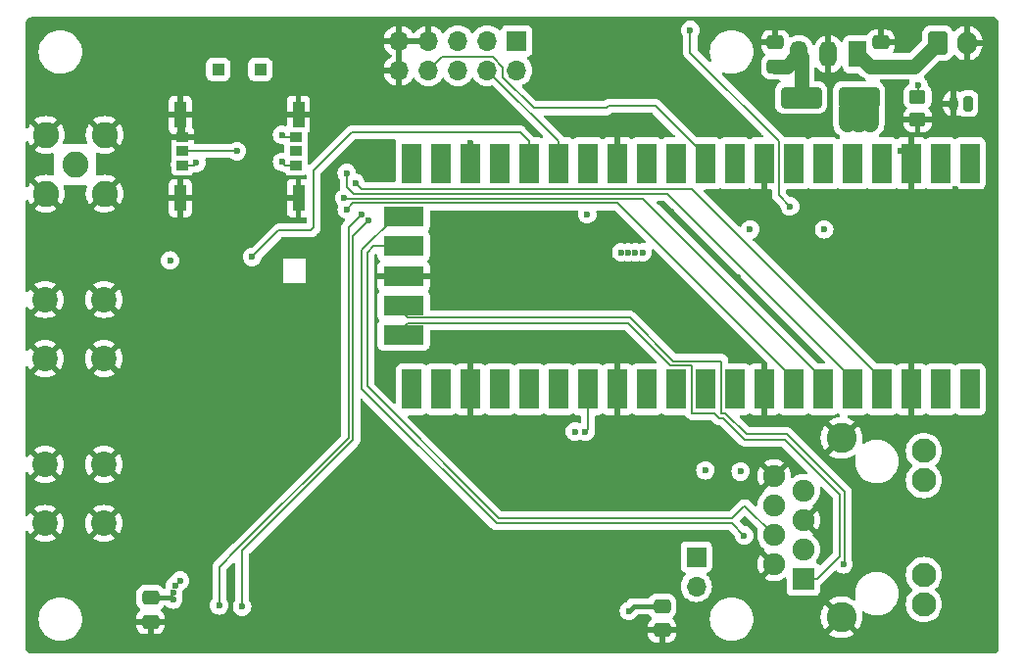
<source format=gbr>
%TF.GenerationSoftware,KiCad,Pcbnew,8.0.6*%
%TF.CreationDate,2025-01-11T15:36:53-06:00*%
%TF.ProjectId,babelfox,62616265-6c66-46f7-982e-6b696361645f,rev?*%
%TF.SameCoordinates,Original*%
%TF.FileFunction,Copper,L4,Bot*%
%TF.FilePolarity,Positive*%
%FSLAX46Y46*%
G04 Gerber Fmt 4.6, Leading zero omitted, Abs format (unit mm)*
G04 Created by KiCad (PCBNEW 8.0.6) date 2025-01-11 15:36:53*
%MOMM*%
%LPD*%
G01*
G04 APERTURE LIST*
G04 Aperture macros list*
%AMRoundRect*
0 Rectangle with rounded corners*
0 $1 Rounding radius*
0 $2 $3 $4 $5 $6 $7 $8 $9 X,Y pos of 4 corners*
0 Add a 4 corners polygon primitive as box body*
4,1,4,$2,$3,$4,$5,$6,$7,$8,$9,$2,$3,0*
0 Add four circle primitives for the rounded corners*
1,1,$1+$1,$2,$3*
1,1,$1+$1,$4,$5*
1,1,$1+$1,$6,$7*
1,1,$1+$1,$8,$9*
0 Add four rect primitives between the rounded corners*
20,1,$1+$1,$2,$3,$4,$5,0*
20,1,$1+$1,$4,$5,$6,$7,0*
20,1,$1+$1,$6,$7,$8,$9,0*
20,1,$1+$1,$8,$9,$2,$3,0*%
G04 Aperture macros list end*
%TA.AperFunction,ComponentPad*%
%ADD10O,1.700000X1.700000*%
%TD*%
%TA.AperFunction,ComponentPad*%
%ADD11R,1.700000X1.700000*%
%TD*%
%TA.AperFunction,SMDPad,CuDef*%
%ADD12RoundRect,0.250000X-0.475000X0.337500X-0.475000X-0.337500X0.475000X-0.337500X0.475000X0.337500X0*%
%TD*%
%TA.AperFunction,ComponentPad*%
%ADD13R,1.900000X1.900000*%
%TD*%
%TA.AperFunction,ComponentPad*%
%ADD14C,1.900000*%
%TD*%
%TA.AperFunction,ComponentPad*%
%ADD15C,2.100000*%
%TD*%
%TA.AperFunction,ComponentPad*%
%ADD16C,2.600000*%
%TD*%
%TA.AperFunction,ComponentPad*%
%ADD17O,1.500000X2.300000*%
%TD*%
%TA.AperFunction,ComponentPad*%
%ADD18R,1.500000X2.300000*%
%TD*%
%TA.AperFunction,ComponentPad*%
%ADD19C,2.250000*%
%TD*%
%TA.AperFunction,ComponentPad*%
%ADD20O,0.800000X1.300000*%
%TD*%
%TA.AperFunction,ComponentPad*%
%ADD21RoundRect,0.200000X0.200000X0.450000X-0.200000X0.450000X-0.200000X-0.450000X0.200000X-0.450000X0*%
%TD*%
%TA.AperFunction,ComponentPad*%
%ADD22C,2.200000*%
%TD*%
%TA.AperFunction,ComponentPad*%
%ADD23O,1.700000X2.000000*%
%TD*%
%TA.AperFunction,ComponentPad*%
%ADD24RoundRect,0.250000X-0.600000X-0.750000X0.600000X-0.750000X0.600000X0.750000X-0.600000X0.750000X0*%
%TD*%
%TA.AperFunction,SMDPad,CuDef*%
%ADD25RoundRect,0.250000X1.500000X0.650000X-1.500000X0.650000X-1.500000X-0.650000X1.500000X-0.650000X0*%
%TD*%
%TA.AperFunction,SMDPad,CuDef*%
%ADD26R,1.700000X3.500000*%
%TD*%
%TA.AperFunction,SMDPad,CuDef*%
%ADD27R,3.500000X1.700000*%
%TD*%
%TA.AperFunction,SMDPad,CuDef*%
%ADD28RoundRect,0.250000X-0.450000X0.350000X-0.450000X-0.350000X0.450000X-0.350000X0.450000X0.350000X0*%
%TD*%
%TA.AperFunction,SMDPad,CuDef*%
%ADD29RoundRect,0.250000X0.475000X-0.337500X0.475000X0.337500X-0.475000X0.337500X-0.475000X-0.337500X0*%
%TD*%
%TA.AperFunction,SMDPad,CuDef*%
%ADD30R,1.092200X0.990600*%
%TD*%
%TA.AperFunction,SMDPad,CuDef*%
%ADD31R,0.990600X2.311400*%
%TD*%
%TA.AperFunction,SMDPad,CuDef*%
%ADD32R,0.990600X0.812800*%
%TD*%
%TA.AperFunction,ViaPad*%
%ADD33C,0.600000*%
%TD*%
%TA.AperFunction,Conductor*%
%ADD34C,0.200000*%
%TD*%
%TA.AperFunction,Conductor*%
%ADD35C,0.400000*%
%TD*%
%TA.AperFunction,Conductor*%
%ADD36C,1.500000*%
%TD*%
%TA.AperFunction,Conductor*%
%ADD37C,1.270000*%
%TD*%
G04 APERTURE END LIST*
D10*
%TO.P,J10,2,Pin_2*%
%TO.N,DBUG_TX*%
X160553000Y-126004000D03*
D11*
%TO.P,J10,1,Pin_1*%
%TO.N,DBUG_RX*%
X160553000Y-123464000D03*
%TD*%
%TO.P,J3,1,Pin_1*%
%TO.N,3v3*%
X145034000Y-78862000D03*
D10*
%TO.P,J3,2,Pin_2*%
%TO.N,5Vcc*%
X145034000Y-81402000D03*
%TO.P,J3,3,Pin_3*%
%TO.N,UART3_TX*%
X142494000Y-78862000D03*
%TO.P,J3,4,Pin_4*%
%TO.N,GPIO4*%
X142494000Y-81402000D03*
%TO.P,J3,5,Pin_5*%
%TO.N,UART3_RX*%
X139954001Y-78862000D03*
%TO.P,J3,6,Pin_6*%
%TO.N,GPIO0*%
X139954000Y-81402000D03*
%TO.P,J3,7,Pin_7*%
%TO.N,GND*%
X137414000Y-78862000D03*
%TO.P,J3,8,Pin_8*%
%TO.N,ADC0*%
X137414000Y-81402000D03*
%TO.P,J3,9,Pin_9*%
%TO.N,GND*%
X134874000Y-78862000D03*
%TO.P,J3,10,Pin_10*%
X134874000Y-81402000D03*
%TD*%
D12*
%TO.P,C3,2*%
%TO.N,GND*%
X157607000Y-129794000D03*
%TO.P,C3,1*%
%TO.N,3v3*%
X157607000Y-127719000D03*
%TD*%
D13*
%TO.P,J5,1,TD+*%
%TO.N,Net-(J5-TD+)*%
X169801000Y-125370000D03*
D14*
%TO.P,J5,2,TCT*%
%TO.N,GND*%
X167261000Y-124100000D03*
%TO.P,J5,3,TD-*%
%TO.N,Net-(J5-TD-)*%
X169801000Y-122830000D03*
%TO.P,J5,4,RD+*%
%TO.N,Net-(J5-RD+)*%
X167261000Y-121560000D03*
%TO.P,J5,5,RCT*%
%TO.N,GND*%
X169801000Y-120290001D03*
%TO.P,J5,6,RD-*%
%TO.N,Net-(J5-RD-)*%
X167261000Y-119020000D03*
%TO.P,J5,7,NC*%
%TO.N,unconnected-(J5-NC-Pad7)*%
X169801000Y-117750000D03*
%TO.P,J5,8*%
%TO.N,GND*%
X167261000Y-116480000D03*
D15*
%TO.P,J5,L1*%
%TO.N,unconnected-(J5-PadL1)*%
X180211000Y-127550000D03*
%TO.P,J5,L2*%
%TO.N,unconnected-(J5-PadL2)*%
X180211000Y-125010000D03*
%TO.P,J5,L3*%
%TO.N,unconnected-(J5-PadL3)*%
X180211000Y-116840000D03*
%TO.P,J5,L4*%
%TO.N,unconnected-(J5-PadL4)*%
X180211001Y-114300000D03*
D16*
%TO.P,J5,SH*%
%TO.N,GND*%
X173101000Y-128670000D03*
X173101000Y-113180000D03*
%TD*%
D17*
%TO.P,U10,3,OUT*%
%TO.N,5V_dc*%
X169418000Y-80010000D03*
%TO.P,U10,2,GND*%
%TO.N,GND*%
X171957999Y-80010000D03*
D18*
%TO.P,U10,1,IN*%
%TO.N,DCin*%
X174497999Y-80010000D03*
%TD*%
D12*
%TO.P,C2,2*%
%TO.N,GND*%
X113411000Y-129053500D03*
%TO.P,C2,1*%
%TO.N,5Vcc*%
X113411000Y-126978500D03*
%TD*%
D19*
%TO.P,J8,2,Ext*%
%TO.N,GND*%
X109423200Y-86969600D03*
X104343200Y-86969600D03*
X109423200Y-92049600D03*
X104343200Y-92049600D03*
%TO.P,J8,1,In*%
%TO.N,Net-(J8-In)*%
X106883200Y-89509600D03*
%TD*%
D20*
%TO.P,J2,2,Pin_2*%
%TO.N,GND*%
X182778400Y-84277200D03*
D21*
%TO.P,J2,1,Pin_1*%
%TO.N,BAT_Vcc*%
X184028399Y-84277200D03*
%TD*%
D22*
%TO.P,J7,2,Ext*%
%TO.N,GND*%
X104282400Y-120558400D03*
X109382400Y-120558400D03*
X104282400Y-115458400D03*
X109382400Y-115458400D03*
%TD*%
D23*
%TO.P,J1,2,Pin_2*%
%TO.N,GND*%
X183926800Y-79049600D03*
D24*
%TO.P,J1,1,Pin_1*%
%TO.N,DCin*%
X181426800Y-79049600D03*
%TD*%
D22*
%TO.P,J6,2,Ext*%
%TO.N,GND*%
X104282400Y-106309000D03*
X109382400Y-106309000D03*
X104282400Y-101209000D03*
X109382400Y-101209000D03*
%TD*%
D25*
%TO.P,D1,2,A*%
%TO.N,5V_dc*%
X169610400Y-83769200D03*
%TO.P,D1,1,K*%
%TO.N,5Vcc*%
X174610400Y-83769200D03*
%TD*%
D10*
%TO.P,U2,1,1B2/UART2_TX*%
%TO.N,DBUG_TX*%
X184200800Y-108077000D03*
D26*
X184200800Y-108977000D03*
D10*
%TO.P,U2,2,1B3/UART2_RX*%
%TO.N,DBUG_RX*%
X181660800Y-108077000D03*
D26*
X181660800Y-108977000D03*
D11*
%TO.P,U2,3,GND*%
%TO.N,GND*%
X179120800Y-108077000D03*
D26*
X179120800Y-108977000D03*
D10*
%TO.P,U2,4,1C7/UART4_CTS*%
%TO.N,LTE_CTS*%
X176580800Y-108077000D03*
D26*
X176580800Y-108977000D03*
D10*
%TO.P,U2,5,1C6/UART4_RTS*%
%TO.N,LTE_RTS*%
X174040800Y-108077000D03*
D26*
X174040800Y-108977000D03*
D10*
%TO.P,U2,6,1C5/UART4_TX*%
%TO.N,LTE_TX*%
X171500800Y-108077000D03*
D26*
X171500800Y-108977000D03*
D10*
%TO.P,U2,7,1C4/UART4_RX*%
%TO.N,LTE_RX*%
X168960800Y-108077000D03*
D26*
X168960800Y-108977000D03*
D11*
%TO.P,U2,8,GND*%
%TO.N,GND*%
X166420800Y-108077000D03*
D26*
X166420800Y-108977000D03*
D10*
%TO.P,U2,9,1D2/SPI0_CS1*%
%TO.N,I2C_SDA*%
X163880800Y-108077000D03*
D26*
X163880800Y-108977000D03*
D10*
%TO.P,U2,10,1D3/I2C3_SCL*%
%TO.N,I2C_SCL*%
X161340800Y-108077000D03*
D26*
X161340800Y-108977000D03*
D10*
%TO.P,U2,11,1A2/PWM0_M0*%
%TO.N,LORA_BUSY*%
X158800800Y-108077000D03*
D26*
X158800800Y-108977000D03*
D10*
%TO.P,U2,12,1C0/SPI0_CS0*%
%TO.N,LORA_CS*%
X156260800Y-108077000D03*
D26*
X156260800Y-108977000D03*
D11*
%TO.P,U2,13,GND*%
%TO.N,GND*%
X153720800Y-108077000D03*
D26*
X153720800Y-108977000D03*
D10*
%TO.P,U2,14,1C1/SPI0_CLK*%
%TO.N,LORA_CLK*%
X151180800Y-108077000D03*
D26*
X151180800Y-108977000D03*
D10*
%TO.P,U2,15,1C2/SPI0_MOSI*%
%TO.N,LORA_MOSI*%
X148640800Y-108077000D03*
D26*
X148640800Y-108977000D03*
D10*
%TO.P,U2,16,1C3/SPI0_MISO*%
%TO.N,LORA_MISO*%
X146100800Y-108077000D03*
D26*
X146100800Y-108977000D03*
D10*
%TO.P,U2,17,0A4/PWM1_M0*%
%TO.N,LORA_NRST*%
X143560800Y-108077000D03*
D26*
X143560800Y-108977000D03*
D11*
%TO.P,U2,18,GND*%
%TO.N,GND*%
X141020800Y-108077000D03*
D26*
X141020800Y-108977000D03*
D10*
%TO.P,U2,19,1D0/UART3_TX*%
%TO.N,UART3_TX*%
X138480800Y-108077000D03*
D26*
X138480800Y-108977000D03*
D10*
%TO.P,U2,20,1D1/UART3_RX*%
%TO.N,UART3_RX*%
X135940800Y-108077000D03*
D26*
X135940800Y-108977000D03*
%TO.P,U2,21,4B1*%
%TO.N,GPIO0*%
X135920800Y-89437000D03*
D10*
X135940800Y-90297000D03*
D26*
%TO.P,U2,22,4B0*%
%TO.N,LNA_RXEN*%
X138460799Y-89437000D03*
D10*
X138480800Y-90297000D03*
D26*
%TO.P,U2,23,GND*%
%TO.N,GND*%
X141000800Y-89437000D03*
D11*
X141020800Y-90297000D03*
D26*
%TO.P,U2,24,4A6*%
%TO.N,LNA_TXEN*%
X143540800Y-89437000D03*
D10*
X143560800Y-90297000D03*
D26*
%TO.P,U2,25,4A2*%
%TO.N,LTE_WAKEUP*%
X146080800Y-89437000D03*
D10*
X146100800Y-90297000D03*
D26*
%TO.P,U2,26,4A3*%
%TO.N,GPIO4*%
X148620799Y-89437000D03*
D10*
X148640800Y-90297000D03*
D26*
%TO.P,U2,27,4A4*%
%TO.N,LORA_IRQ*%
X151160801Y-89437000D03*
D10*
X151180800Y-90297000D03*
D26*
%TO.P,U2,28,GND*%
%TO.N,GND*%
X153700800Y-89437000D03*
D11*
X153720800Y-90297000D03*
D26*
%TO.P,U2,29*%
%TO.N,N/C*%
X156240800Y-89437000D03*
D10*
X156260800Y-90297000D03*
D26*
%TO.P,U2,30*%
X158780800Y-89437000D03*
D10*
X158800800Y-90297000D03*
D26*
%TO.P,U2,31,4C0/ADC_IN0*%
%TO.N,ADC0*%
X161320799Y-89437000D03*
D10*
X161340800Y-90297000D03*
D26*
%TO.P,U2,32,4C1/ADC_IN1*%
%TO.N,ADC1*%
X163860800Y-89437000D03*
D10*
X163880800Y-90297000D03*
D26*
%TO.P,U2,33,AGND*%
%TO.N,GND*%
X166400800Y-89437000D03*
D11*
X166420800Y-90297000D03*
D26*
%TO.P,U2,34*%
%TO.N,N/C*%
X168940800Y-89437000D03*
D10*
X168960800Y-90297000D03*
D26*
%TO.P,U2,35*%
X171480799Y-89437000D03*
D10*
X171500800Y-90297000D03*
D26*
%TO.P,U2,36,3V3*%
%TO.N,3v3*%
X174020801Y-89437000D03*
D10*
X174040800Y-90297000D03*
D26*
%TO.P,U2,37,3V3_EN*%
%TO.N,unconnected-(U2-3V3_EN-Pad37)*%
X176560800Y-89437000D03*
D10*
%TO.N,unconnected-(U2-3V3_EN-Pad37)_1*%
X176580800Y-90297000D03*
D26*
%TO.P,U2,38,GND*%
%TO.N,GND*%
X179100800Y-89437000D03*
D11*
X179120800Y-90297000D03*
D26*
%TO.P,U2,39,VSYS*%
%TO.N,5Vcc*%
X181640800Y-89437000D03*
D10*
X181660800Y-90297000D03*
D26*
%TO.P,U2,40,VBUS*%
%TO.N,5V_usb*%
X184180800Y-89436999D03*
D10*
X184200800Y-90297000D03*
%TO.P,U2,41,ETH_TXP*%
%TO.N,Net-(J5-TD+)*%
X134570800Y-104287001D03*
D27*
X135270799Y-104277000D03*
D10*
%TO.P,U2,42,ETH_TXN*%
%TO.N,Net-(J5-TD-)*%
X134570800Y-101737000D03*
D27*
X135270800Y-101737000D03*
%TO.P,U2,43,GND*%
%TO.N,GND*%
X135270800Y-99197000D03*
D10*
X134570800Y-99187000D03*
%TO.P,U2,44,ETH_RXP*%
%TO.N,Net-(J5-RD+)*%
X134570800Y-96586999D03*
D27*
X135270800Y-96577000D03*
D10*
%TO.P,U2,45,ETH_RXN*%
%TO.N,Net-(J5-RD-)*%
X134570800Y-94037000D03*
D27*
X135270800Y-94037000D03*
%TD*%
D28*
%TO.P,R7,2*%
%TO.N,GND*%
X179679600Y-85674200D03*
%TO.P,R7,1*%
%TO.N,Net-(D3-K)*%
X179679600Y-83674200D03*
%TD*%
D29*
%TO.P,C6,2*%
%TO.N,GND*%
X176479200Y-78994000D03*
%TO.P,C6,1*%
%TO.N,DCin*%
X176479200Y-81069000D03*
%TD*%
%TO.P,C5,2*%
%TO.N,GND*%
X167386000Y-79001800D03*
%TO.P,C5,1*%
%TO.N,5V_dc*%
X167386000Y-81076800D03*
%TD*%
D30*
%TO.P,U8,11*%
%TO.N,N/C*%
X122896400Y-81317398D03*
%TO.P,U8,12*%
X119256400Y-81317398D03*
D31*
%TO.P,U8,G1,GND*%
%TO.N,GND*%
X126176400Y-92442398D03*
%TO.P,U8,G2,GND*%
X126176400Y-85242400D03*
%TO.P,U8,G3,GND*%
X115976400Y-85242400D03*
%TO.P,U8,G4,GND*%
X115976400Y-92442398D03*
D32*
%TO.P,U8,S1,VCC*%
%TO.N,Net-(U3-SIM_VDD)*%
X116176400Y-89592398D03*
%TO.P,U8,S2,RST*%
%TO.N,Net-(U3-SIM_RST)*%
X116176400Y-88392398D03*
%TO.P,U8,S3,CLK*%
%TO.N,Net-(U3-SIM_CLK)*%
X125976400Y-89592398D03*
%TO.P,U8,S4,GND*%
%TO.N,GND*%
X116176400Y-87192398D03*
%TO.P,U8,S5,VPP*%
%TO.N,unconnected-(U8-VPP-PadS5)*%
X125976400Y-88392398D03*
%TO.P,U8,S6,I/O*%
%TO.N,Net-(U3-SIM_DATA)*%
X125976400Y-87192398D03*
%TD*%
D33*
%TO.N,GND*%
X180263800Y-103530400D03*
X178968400Y-103505000D03*
X179095400Y-95148400D03*
X180543200Y-95199200D03*
X124841000Y-126365000D03*
X134874000Y-126492000D03*
X130810000Y-125730000D03*
X129032000Y-125730000D03*
X129921000Y-125730000D03*
%TO.N,LORA_IRQ*%
X151130000Y-93853000D03*
%TO.N,LTE_WAKEUP*%
X122174000Y-97536000D03*
%TO.N,5Vcc*%
X115366800Y-127152400D03*
X173583600Y-86004400D03*
X165201600Y-95148400D03*
X115529108Y-125943108D03*
X155295600Y-97132551D03*
X115366800Y-126542800D03*
X155905200Y-97132551D03*
X171602400Y-95148400D03*
X154076400Y-97129600D03*
X115960907Y-125511307D03*
X154686000Y-97132551D03*
X175615600Y-86004400D03*
X174599600Y-86004400D03*
%TO.N,GND*%
X128828800Y-97942400D03*
X158394400Y-93624400D03*
X128828800Y-109524800D03*
X141071600Y-87680800D03*
X164134800Y-99314000D03*
X174904400Y-99974400D03*
X133604000Y-128117600D03*
X135940800Y-128066800D03*
X112014000Y-89052400D03*
X123494800Y-127711200D03*
X133045200Y-127558800D03*
X172313600Y-100888800D03*
X147574000Y-112014000D03*
X178206400Y-88392000D03*
X127457200Y-127609600D03*
X126492000Y-127609600D03*
X112014000Y-92354400D03*
X163271200Y-103733600D03*
X175818800Y-103581200D03*
X132232400Y-127558800D03*
X128371600Y-127609600D03*
X175514000Y-92151200D03*
X182930800Y-91694000D03*
%TO.N,3v3*%
X154736800Y-128117600D03*
X161340800Y-115976400D03*
X115083000Y-97840800D03*
X164388800Y-116078000D03*
%TO.N,BAT_Vcc*%
X168656000Y-93167200D03*
X160036000Y-77927200D03*
%TO.N,LTE_RTS*%
X130352800Y-90271600D03*
%TO.N,Net-(U3-SIM_CLK)*%
X124764800Y-89306400D03*
%TO.N,Net-(U3-SIM_VDD)*%
X117348000Y-89408000D03*
%TO.N,LTE_TX*%
X130149600Y-92456000D03*
%TO.N,LTE_RX*%
X130352800Y-93421200D03*
%TO.N,Net-(U3-SIM_RST)*%
X120853200Y-88392000D03*
%TO.N,LTE_CTS*%
X131114800Y-91135200D03*
%TO.N,Net-(U3-SIM_DATA)*%
X124764800Y-86969600D03*
%TO.N,LORA_CLK*%
X150977600Y-112623600D03*
%TO.N,LORA_IRQ*%
X150063200Y-112623600D03*
%TO.N,LNA_TXEN*%
X119329200Y-127660400D03*
X131622800Y-93827600D03*
%TO.N,LNA_RXEN*%
X121310400Y-127762000D03*
X132232400Y-94386400D03*
%TO.N,Net-(D3-K)*%
X179730400Y-82651600D03*
%TO.N,Net-(J5-TD-)*%
X173278800Y-124104400D03*
%TO.N,Net-(J5-RD-)*%
X164693600Y-121615200D03*
%TD*%
D34*
%TO.N,ADC0*%
X157024200Y-84480400D02*
X161320799Y-88776999D01*
X152958800Y-84480400D02*
X157024200Y-84480400D01*
X146497600Y-84674000D02*
X152765200Y-84674000D01*
X161320799Y-88776999D02*
X161320799Y-90337000D01*
X152765200Y-84674000D02*
X152958800Y-84480400D01*
X142970346Y-80252000D02*
X143865600Y-81147254D01*
X143865600Y-82042000D02*
X146497600Y-84674000D01*
X138564000Y-80252000D02*
X142970346Y-80252000D01*
X137414000Y-81402000D02*
X138564000Y-80252000D01*
X143865600Y-81147254D02*
X143865600Y-82042000D01*
D35*
%TO.N,5Vcc*%
X113411000Y-126978500D02*
X115192900Y-126978500D01*
X115192900Y-126978500D02*
X115366800Y-127152400D01*
%TO.N,3v3*%
X155135400Y-127719000D02*
X154736800Y-128117600D01*
X157607000Y-127719000D02*
X155135400Y-127719000D01*
D34*
%TO.N,LTE_WAKEUP*%
X124460000Y-95250000D02*
X122174000Y-97536000D01*
X127254000Y-95250000D02*
X124460000Y-95250000D01*
X127508000Y-94996000D02*
X127254000Y-95250000D01*
X130810000Y-86741000D02*
X127508000Y-90043000D01*
X127508000Y-90043000D02*
X127508000Y-94996000D01*
X144145000Y-86741000D02*
X130810000Y-86741000D01*
X145313400Y-86741000D02*
X144145000Y-86741000D01*
X146100800Y-87528400D02*
X145313400Y-86741000D01*
%TO.N,BAT_Vcc*%
X160036000Y-79872200D02*
X160036000Y-77927200D01*
X167690800Y-87527000D02*
X160036000Y-79872200D01*
X167690800Y-92202000D02*
X167690800Y-87527000D01*
X168656000Y-93167200D02*
X167690800Y-92202000D01*
D36*
%TO.N,5Vcc*%
X174610400Y-83769200D02*
X174610400Y-85993600D01*
X174610400Y-83769200D02*
X173634400Y-84745200D01*
X173634400Y-84745200D02*
X173634400Y-86004400D01*
X175564800Y-84723600D02*
X175564800Y-86004400D01*
X174610400Y-83769200D02*
X175564800Y-84723600D01*
X174610400Y-85993600D02*
X174599600Y-86004400D01*
D34*
%TO.N,GPIO4*%
X148640800Y-87528400D02*
X148640800Y-90297000D01*
X142748000Y-81635600D02*
X148640800Y-87528400D01*
%TO.N,LTE_WAKEUP*%
X146100800Y-90297000D02*
X146100800Y-87528400D01*
%TO.N,LTE_RTS*%
X130403600Y-91490800D02*
X130352800Y-91440000D01*
X130999800Y-92087000D02*
X130403600Y-91490800D01*
X158050800Y-92087000D02*
X132638800Y-92087000D01*
X130352800Y-91440000D02*
X130352800Y-90271600D01*
X132638800Y-92087000D02*
X130999800Y-92087000D01*
X174040800Y-108077000D02*
X158050800Y-92087000D01*
%TO.N,Net-(U3-SIM_CLK)*%
X124764800Y-89306400D02*
X125050798Y-89592398D01*
X125976400Y-89592398D02*
X125050798Y-89592398D01*
%TO.N,Net-(U3-SIM_VDD)*%
X115741202Y-89541598D02*
X115925600Y-89357200D01*
X116176400Y-89592398D02*
X117163602Y-89592398D01*
%TO.N,LTE_TX*%
X155910800Y-92487000D02*
X171500800Y-108077000D01*
X130149600Y-92456000D02*
X130118600Y-92487000D01*
X130118600Y-92487000D02*
X155910800Y-92487000D01*
%TO.N,LTE_RX*%
X130887000Y-92887000D02*
X130352800Y-93421200D01*
X153770800Y-92887000D02*
X130887000Y-92887000D01*
X168960800Y-108077000D02*
X153770800Y-92887000D01*
%TO.N,Net-(U3-SIM_RST)*%
X120852802Y-88392398D02*
X116176400Y-88392398D01*
%TO.N,LTE_CTS*%
X176580800Y-108077000D02*
X160190800Y-91687000D01*
X131666600Y-91687000D02*
X131114800Y-91135200D01*
X132689600Y-91687000D02*
X131666600Y-91687000D01*
X160190800Y-91687000D02*
X132689600Y-91687000D01*
%TO.N,Net-(U3-SIM_DATA)*%
X125976400Y-87192398D02*
X124987598Y-87192398D01*
%TO.N,LORA_CLK*%
X151180800Y-108077000D02*
X151180800Y-112420400D01*
X151180800Y-112420400D02*
X150977600Y-112623600D01*
%TO.N,LNA_TXEN*%
X119329200Y-124351515D02*
X120910400Y-122770315D01*
X120910400Y-122770314D02*
X130498315Y-113182400D01*
X130498315Y-94952085D02*
X131622800Y-93827600D01*
X120910400Y-122770315D02*
X120910400Y-122770314D01*
X119329200Y-127660400D02*
X119329200Y-124351515D01*
X130498315Y-113182400D02*
X130498315Y-94952085D01*
%TO.N,LNA_RXEN*%
X130911600Y-95707200D02*
X130911600Y-113334800D01*
X121310400Y-122936000D02*
X121310400Y-127762000D01*
X130911600Y-113334800D02*
X121310400Y-122936000D01*
X132232400Y-94386400D02*
X130911600Y-95707200D01*
D37*
%TO.N,DCin*%
X174497999Y-80010000D02*
X175556999Y-81069000D01*
X181426800Y-79049600D02*
X179407400Y-81069000D01*
X179407400Y-81069000D02*
X176479200Y-81069000D01*
X175556999Y-81069000D02*
X176479200Y-81069000D01*
%TO.N,5V_dc*%
X169610400Y-83769200D02*
X169610400Y-80202400D01*
X169610400Y-80202400D02*
X169418000Y-80010000D01*
X168351200Y-81076800D02*
X167386000Y-81076800D01*
X169418000Y-80010000D02*
X168351200Y-81076800D01*
D34*
%TO.N,Net-(D3-K)*%
X179730400Y-82651600D02*
X179730400Y-83623400D01*
X179730400Y-83623400D02*
X179679600Y-83674200D01*
%TO.N,Net-(J5-TD-)*%
X154819599Y-102786999D02*
X158559600Y-106527000D01*
X163059600Y-111027000D02*
X164888400Y-112855800D01*
X160357085Y-106527600D02*
X162727768Y-106527600D01*
X160356485Y-106527000D02*
X160357085Y-106527600D01*
X134570800Y-101737000D02*
X134570801Y-101737000D01*
X162730800Y-111027000D02*
X163059600Y-111027000D01*
X173402200Y-117864400D02*
X173402200Y-123981000D01*
X158559600Y-106527000D02*
X160356485Y-106527000D01*
X162730800Y-106530632D02*
X162730800Y-111027000D01*
X168393600Y-112855800D02*
X173402200Y-117864400D01*
X173402200Y-123981000D02*
X173278800Y-124104400D01*
X162727768Y-106527600D02*
X162730800Y-106530632D01*
X164888400Y-112855800D02*
X168393600Y-112855800D01*
X135620800Y-102786999D02*
X154819599Y-102786999D01*
X134570801Y-101737000D02*
X135620800Y-102786999D01*
%TO.N,Net-(J5-TD+)*%
X172952200Y-118050800D02*
X172952200Y-123393200D01*
X154633201Y-103237001D02*
X158323200Y-106927000D01*
X162544412Y-111476980D02*
X162873180Y-111476980D01*
X135620800Y-103237001D02*
X154633201Y-103237001D01*
X162873180Y-111476980D02*
X164702000Y-113305800D01*
X160190800Y-106927000D02*
X160190800Y-111027000D01*
X162094432Y-111027000D02*
X162544412Y-111476980D01*
X168207200Y-113305800D02*
X172952200Y-118050800D01*
X158323200Y-106927000D02*
X160190800Y-106927000D01*
X164702000Y-113305800D02*
X168207200Y-113305800D01*
X134570800Y-104287001D02*
X135620800Y-103237001D01*
X160190800Y-111027000D02*
X162094432Y-111027000D01*
X170975400Y-125370000D02*
X169801000Y-125370000D01*
X172952200Y-123393200D02*
X170975400Y-125370000D01*
%TO.N,Net-(J5-RD+)*%
X164776200Y-119075200D02*
X164693600Y-119075200D01*
X163648600Y-120120200D02*
X143501600Y-120120200D01*
X164693600Y-119075200D02*
X163648600Y-120120200D01*
X143501600Y-120120200D02*
X132101800Y-108720400D01*
X132657198Y-96586999D02*
X134570800Y-96586999D01*
X132101800Y-97142397D02*
X132657198Y-96586999D01*
X132101800Y-108720400D02*
X132101800Y-97142397D01*
X167261000Y-121560000D02*
X164776200Y-119075200D01*
%TO.N,Net-(J5-RD-)*%
X134570800Y-94037000D02*
X131651800Y-96956000D01*
X143315200Y-120570200D02*
X163648600Y-120570200D01*
X131651800Y-96956000D02*
X131651800Y-108906800D01*
X131651800Y-108906800D02*
X143315200Y-120570200D01*
X163648600Y-120570200D02*
X164693600Y-121615200D01*
%TO.N,I2C_SDA*%
X163880800Y-108077000D02*
X163880800Y-109637000D01*
%TO.N,I2C_SCL*%
X161340800Y-109637000D02*
X161340800Y-108077000D01*
%TD*%
%TA.AperFunction,Conductor*%
%TO.N,GND*%
G36*
X171412536Y-117369246D02*
G01*
X171444515Y-117392350D01*
X172315381Y-118263216D01*
X172348866Y-118324539D01*
X172351700Y-118350897D01*
X172351700Y-123093102D01*
X172332015Y-123160141D01*
X172315381Y-123180783D01*
X171348942Y-124147221D01*
X171287619Y-124180706D01*
X171217927Y-124175722D01*
X171161995Y-124133852D01*
X171133526Y-124095823D01*
X171108546Y-124062454D01*
X171108544Y-124062453D01*
X171108544Y-124062452D01*
X170993335Y-123976206D01*
X170993329Y-123976203D01*
X170960727Y-123964043D01*
X170904794Y-123922171D01*
X170880377Y-123856706D01*
X170895229Y-123788434D01*
X170912827Y-123763882D01*
X170949571Y-123723969D01*
X171081049Y-123522728D01*
X171177610Y-123302591D01*
X171236620Y-123069563D01*
X171250742Y-122899136D01*
X171256471Y-122830005D01*
X171256471Y-122829994D01*
X171236620Y-122590440D01*
X171236620Y-122590437D01*
X171177610Y-122357409D01*
X171081049Y-122137272D01*
X171069704Y-122119908D01*
X170983798Y-121988419D01*
X170949571Y-121936031D01*
X170786764Y-121759175D01*
X170786759Y-121759171D01*
X170786757Y-121759169D01*
X170656178Y-121657535D01*
X170615365Y-121600825D01*
X170611690Y-121531052D01*
X170634627Y-121490860D01*
X170635427Y-121477980D01*
X169889585Y-120732138D01*
X169974694Y-120709334D01*
X170077306Y-120650091D01*
X170161090Y-120566307D01*
X170220333Y-120463695D01*
X170243137Y-120378586D01*
X170988310Y-121123759D01*
X171080608Y-120982486D01*
X171177134Y-120762429D01*
X171236125Y-120529477D01*
X171255969Y-120290006D01*
X171255969Y-120289995D01*
X171236125Y-120050524D01*
X171177134Y-119817572D01*
X171080607Y-119597512D01*
X170988310Y-119456241D01*
X170243137Y-120201415D01*
X170220333Y-120116307D01*
X170161090Y-120013695D01*
X170077306Y-119929911D01*
X169974694Y-119870668D01*
X169889584Y-119847862D01*
X170635426Y-119102020D01*
X170634564Y-119088139D01*
X170615364Y-119061459D01*
X170611691Y-118991686D01*
X170646322Y-118931003D01*
X170656165Y-118922473D01*
X170786764Y-118820825D01*
X170949571Y-118643969D01*
X171081049Y-118442728D01*
X171177610Y-118222591D01*
X171236620Y-117989563D01*
X171253542Y-117785345D01*
X171256471Y-117750005D01*
X171256471Y-117749994D01*
X171236620Y-117510438D01*
X171235776Y-117505376D01*
X171236829Y-117505200D01*
X171239249Y-117440663D01*
X171279200Y-117383341D01*
X171343798Y-117356718D01*
X171412536Y-117369246D01*
G37*
%TD.AperFunction*%
%TA.AperFunction,Conductor*%
G36*
X153970800Y-111227000D02*
G01*
X154618628Y-111227000D01*
X154618644Y-111226999D01*
X154678172Y-111220598D01*
X154678179Y-111220596D01*
X154812886Y-111170354D01*
X154812889Y-111170352D01*
X154916071Y-111093110D01*
X154981535Y-111068692D01*
X155049808Y-111083543D01*
X155064688Y-111093105D01*
X155166686Y-111169461D01*
X155168468Y-111170795D01*
X155168471Y-111170797D01*
X155303317Y-111221091D01*
X155303316Y-111221091D01*
X155310244Y-111221835D01*
X155362927Y-111227500D01*
X157158672Y-111227499D01*
X157218283Y-111221091D01*
X157353131Y-111170796D01*
X157456490Y-111093421D01*
X157521952Y-111069004D01*
X157590225Y-111083855D01*
X157605103Y-111093416D01*
X157706686Y-111169461D01*
X157708468Y-111170795D01*
X157708471Y-111170797D01*
X157843317Y-111221091D01*
X157843316Y-111221091D01*
X157850244Y-111221835D01*
X157902927Y-111227500D01*
X159541569Y-111227499D01*
X159608608Y-111247184D01*
X159648956Y-111289500D01*
X159710275Y-111395709D01*
X159710279Y-111395714D01*
X159710280Y-111395716D01*
X159822084Y-111507520D01*
X159822086Y-111507521D01*
X159822090Y-111507524D01*
X159959009Y-111586573D01*
X159959016Y-111586577D01*
X160111743Y-111627500D01*
X161794335Y-111627500D01*
X161861374Y-111647185D01*
X161882016Y-111663819D01*
X162059551Y-111841354D01*
X162059561Y-111841365D01*
X162063891Y-111845695D01*
X162063892Y-111845696D01*
X162175696Y-111957500D01*
X162262507Y-112007619D01*
X162262509Y-112007621D01*
X162300563Y-112029591D01*
X162312627Y-112036557D01*
X162465355Y-112077481D01*
X162465358Y-112077481D01*
X162573084Y-112077481D01*
X162640123Y-112097166D01*
X162660765Y-112113800D01*
X164217139Y-113670174D01*
X164217149Y-113670185D01*
X164221479Y-113674515D01*
X164221480Y-113674516D01*
X164333284Y-113786320D01*
X164359406Y-113801401D01*
X164420095Y-113836439D01*
X164420097Y-113836441D01*
X164449561Y-113853452D01*
X164470215Y-113865377D01*
X164622943Y-113906301D01*
X164622946Y-113906301D01*
X164788653Y-113906301D01*
X164788669Y-113906300D01*
X167907103Y-113906300D01*
X167974142Y-113925985D01*
X167994784Y-113942619D01*
X170164186Y-116112021D01*
X170197671Y-116173344D01*
X170192687Y-116243036D01*
X170150815Y-116298969D01*
X170085351Y-116323386D01*
X170056096Y-116322011D01*
X169921192Y-116299500D01*
X169680808Y-116299500D01*
X169640022Y-116306306D01*
X169443699Y-116339066D01*
X169216347Y-116417116D01*
X169216342Y-116417118D01*
X169004931Y-116531529D01*
X168914566Y-116601863D01*
X168849572Y-116627505D01*
X168781032Y-116613938D01*
X168730707Y-116565470D01*
X168714576Y-116497488D01*
X168714828Y-116493766D01*
X168715969Y-116480001D01*
X168715969Y-116479994D01*
X168696125Y-116240523D01*
X168637134Y-116007571D01*
X168540607Y-115787511D01*
X168448310Y-115646240D01*
X167703137Y-116391414D01*
X167680333Y-116306306D01*
X167621090Y-116203694D01*
X167537306Y-116119910D01*
X167434694Y-116060667D01*
X167349585Y-116037862D01*
X168095426Y-115292019D01*
X168095426Y-115292017D01*
X168056801Y-115261954D01*
X168056795Y-115261950D01*
X167845455Y-115147578D01*
X167845449Y-115147576D01*
X167618176Y-115069553D01*
X167381149Y-115030000D01*
X167140851Y-115030000D01*
X166903823Y-115069553D01*
X166676550Y-115147576D01*
X166676544Y-115147578D01*
X166465209Y-115261948D01*
X166426571Y-115292019D01*
X167172414Y-116037861D01*
X167087306Y-116060667D01*
X166984694Y-116119910D01*
X166900910Y-116203694D01*
X166841667Y-116306306D01*
X166818861Y-116391414D01*
X166073688Y-115646241D01*
X165981392Y-115787511D01*
X165884865Y-116007571D01*
X165825874Y-116240523D01*
X165806031Y-116479994D01*
X165806031Y-116480005D01*
X165825874Y-116719476D01*
X165884865Y-116952428D01*
X165981392Y-117172488D01*
X166073687Y-117313757D01*
X166818861Y-116568584D01*
X166841667Y-116653694D01*
X166900910Y-116756306D01*
X166984694Y-116840090D01*
X167087306Y-116899333D01*
X167172414Y-116922137D01*
X166426572Y-117667979D01*
X166427434Y-117681858D01*
X166446635Y-117708537D01*
X166450310Y-117778310D01*
X166415680Y-117838994D01*
X166405822Y-117847535D01*
X166275242Y-117949169D01*
X166275239Y-117949172D01*
X166275236Y-117949174D01*
X166275236Y-117949175D01*
X166239294Y-117988217D01*
X166112430Y-118126029D01*
X166112427Y-118126033D01*
X165980951Y-118327270D01*
X165884389Y-118547410D01*
X165825379Y-118780440D01*
X165809615Y-118970682D01*
X165784462Y-119035867D01*
X165728060Y-119077105D01*
X165658316Y-119081303D01*
X165598358Y-119048123D01*
X165263790Y-118713555D01*
X165263788Y-118713552D01*
X165144917Y-118594681D01*
X165144912Y-118594677D01*
X165035171Y-118531319D01*
X165035169Y-118531318D01*
X165007987Y-118515624D01*
X165007986Y-118515623D01*
X165007985Y-118515623D01*
X164855257Y-118474699D01*
X164697143Y-118474699D01*
X164689547Y-118474699D01*
X164689531Y-118474700D01*
X164614543Y-118474700D01*
X164461812Y-118515623D01*
X164434631Y-118531318D01*
X164434629Y-118531319D01*
X164324887Y-118594677D01*
X164324882Y-118594681D01*
X164261160Y-118658404D01*
X164213080Y-118706484D01*
X164213078Y-118706486D01*
X163817545Y-119102020D01*
X163436184Y-119483381D01*
X163374861Y-119516866D01*
X163348503Y-119519700D01*
X143801698Y-119519700D01*
X143734659Y-119500015D01*
X143714017Y-119483381D01*
X140207032Y-115976396D01*
X160535235Y-115976396D01*
X160535235Y-115976403D01*
X160555430Y-116155649D01*
X160555431Y-116155654D01*
X160615011Y-116325923D01*
X160678851Y-116427523D01*
X160710984Y-116478662D01*
X160838538Y-116606216D01*
X160991278Y-116702189D01*
X161145438Y-116756132D01*
X161161545Y-116761768D01*
X161161550Y-116761769D01*
X161340796Y-116781965D01*
X161340800Y-116781965D01*
X161340804Y-116781965D01*
X161520049Y-116761769D01*
X161520052Y-116761768D01*
X161520055Y-116761768D01*
X161690322Y-116702189D01*
X161843062Y-116606216D01*
X161970616Y-116478662D01*
X162066589Y-116325922D01*
X162126168Y-116155655D01*
X162126169Y-116155649D01*
X162134918Y-116077996D01*
X163583235Y-116077996D01*
X163583235Y-116078003D01*
X163603430Y-116257249D01*
X163603431Y-116257254D01*
X163663011Y-116427523D01*
X163749690Y-116565470D01*
X163758984Y-116580262D01*
X163886538Y-116707816D01*
X164039278Y-116803789D01*
X164188577Y-116856031D01*
X164209545Y-116863368D01*
X164209550Y-116863369D01*
X164388796Y-116883565D01*
X164388800Y-116883565D01*
X164388804Y-116883565D01*
X164568049Y-116863369D01*
X164568052Y-116863368D01*
X164568055Y-116863368D01*
X164738322Y-116803789D01*
X164891062Y-116707816D01*
X165018616Y-116580262D01*
X165114589Y-116427522D01*
X165174168Y-116257255D01*
X165174511Y-116254212D01*
X165194365Y-116078003D01*
X165194365Y-116077996D01*
X165174169Y-115898750D01*
X165174168Y-115898745D01*
X165144568Y-115814153D01*
X165114589Y-115728478D01*
X165018616Y-115575738D01*
X164891062Y-115448184D01*
X164738323Y-115352211D01*
X164568054Y-115292631D01*
X164568049Y-115292630D01*
X164388804Y-115272435D01*
X164388796Y-115272435D01*
X164209550Y-115292630D01*
X164209545Y-115292631D01*
X164039276Y-115352211D01*
X163886537Y-115448184D01*
X163758984Y-115575737D01*
X163663011Y-115728476D01*
X163603431Y-115898745D01*
X163603430Y-115898750D01*
X163583235Y-116077996D01*
X162134918Y-116077996D01*
X162146365Y-115976403D01*
X162146365Y-115976396D01*
X162126169Y-115797150D01*
X162126168Y-115797145D01*
X162079680Y-115664290D01*
X162066589Y-115626878D01*
X161970616Y-115474138D01*
X161843062Y-115346584D01*
X161821316Y-115332920D01*
X161690323Y-115250611D01*
X161520054Y-115191031D01*
X161520049Y-115191030D01*
X161340804Y-115170835D01*
X161340796Y-115170835D01*
X161161550Y-115191030D01*
X161161545Y-115191031D01*
X160991276Y-115250611D01*
X160838537Y-115346584D01*
X160710984Y-115474137D01*
X160615011Y-115626876D01*
X160555431Y-115797145D01*
X160555430Y-115797150D01*
X160535235Y-115976396D01*
X140207032Y-115976396D01*
X135669816Y-111439180D01*
X135636331Y-111377857D01*
X135641315Y-111308165D01*
X135683187Y-111252232D01*
X135748651Y-111227815D01*
X135757497Y-111227499D01*
X136838671Y-111227499D01*
X136838672Y-111227499D01*
X136898283Y-111221091D01*
X137033131Y-111170796D01*
X137136490Y-111093421D01*
X137201952Y-111069004D01*
X137270225Y-111083855D01*
X137285103Y-111093416D01*
X137386686Y-111169461D01*
X137388468Y-111170795D01*
X137388471Y-111170797D01*
X137523317Y-111221091D01*
X137523316Y-111221091D01*
X137530244Y-111221835D01*
X137582927Y-111227500D01*
X139378672Y-111227499D01*
X139438283Y-111221091D01*
X139573131Y-111170796D01*
X139676906Y-111093109D01*
X139742370Y-111068692D01*
X139810643Y-111083543D01*
X139825529Y-111093110D01*
X139928710Y-111170352D01*
X139928713Y-111170354D01*
X140063420Y-111220596D01*
X140063427Y-111220598D01*
X140122955Y-111226999D01*
X140122972Y-111227000D01*
X140770800Y-111227000D01*
X140770800Y-108521560D01*
X140823947Y-108552245D01*
X140953657Y-108587000D01*
X141087943Y-108587000D01*
X141217653Y-108552245D01*
X141270800Y-108521560D01*
X141270800Y-111227000D01*
X141918628Y-111227000D01*
X141918644Y-111226999D01*
X141978172Y-111220598D01*
X141978179Y-111220596D01*
X142112886Y-111170354D01*
X142112889Y-111170352D01*
X142216071Y-111093110D01*
X142281535Y-111068692D01*
X142349808Y-111083543D01*
X142364688Y-111093105D01*
X142466686Y-111169461D01*
X142468468Y-111170795D01*
X142468471Y-111170797D01*
X142603317Y-111221091D01*
X142603316Y-111221091D01*
X142610244Y-111221835D01*
X142662927Y-111227500D01*
X144458672Y-111227499D01*
X144518283Y-111221091D01*
X144653131Y-111170796D01*
X144756490Y-111093421D01*
X144821952Y-111069004D01*
X144890225Y-111083855D01*
X144905103Y-111093416D01*
X145006686Y-111169461D01*
X145008468Y-111170795D01*
X145008471Y-111170797D01*
X145143317Y-111221091D01*
X145143316Y-111221091D01*
X145150244Y-111221835D01*
X145202927Y-111227500D01*
X146998672Y-111227499D01*
X147058283Y-111221091D01*
X147193131Y-111170796D01*
X147296490Y-111093421D01*
X147361952Y-111069004D01*
X147430225Y-111083855D01*
X147445103Y-111093416D01*
X147546686Y-111169461D01*
X147548468Y-111170795D01*
X147548471Y-111170797D01*
X147683317Y-111221091D01*
X147683316Y-111221091D01*
X147690244Y-111221835D01*
X147742927Y-111227500D01*
X149538672Y-111227499D01*
X149598283Y-111221091D01*
X149733131Y-111170796D01*
X149836490Y-111093421D01*
X149901952Y-111069004D01*
X149970225Y-111083855D01*
X149985103Y-111093416D01*
X150086686Y-111169461D01*
X150088468Y-111170795D01*
X150088471Y-111170797D01*
X150133418Y-111187561D01*
X150223317Y-111221091D01*
X150282927Y-111227500D01*
X150456300Y-111227499D01*
X150523339Y-111247183D01*
X150569094Y-111299987D01*
X150580300Y-111351499D01*
X150580300Y-111781687D01*
X150560615Y-111848726D01*
X150507811Y-111894481D01*
X150438653Y-111904425D01*
X150415345Y-111898728D01*
X150242462Y-111838233D01*
X150242449Y-111838230D01*
X150063204Y-111818035D01*
X150063196Y-111818035D01*
X149883950Y-111838230D01*
X149883945Y-111838231D01*
X149713676Y-111897811D01*
X149560937Y-111993784D01*
X149433384Y-112121337D01*
X149337411Y-112274076D01*
X149277831Y-112444345D01*
X149277830Y-112444350D01*
X149257635Y-112623596D01*
X149257635Y-112623603D01*
X149277830Y-112802849D01*
X149277831Y-112802854D01*
X149337411Y-112973123D01*
X149380525Y-113041738D01*
X149433384Y-113125862D01*
X149560938Y-113253416D01*
X149713678Y-113349389D01*
X149817809Y-113385826D01*
X149883945Y-113408968D01*
X149883950Y-113408969D01*
X150063196Y-113429165D01*
X150063200Y-113429165D01*
X150063204Y-113429165D01*
X150242449Y-113408969D01*
X150242452Y-113408968D01*
X150242455Y-113408968D01*
X150412722Y-113349389D01*
X150454427Y-113323184D01*
X150521664Y-113304183D01*
X150586373Y-113323184D01*
X150628075Y-113349388D01*
X150798345Y-113408968D01*
X150798350Y-113408969D01*
X150977596Y-113429165D01*
X150977600Y-113429165D01*
X150977604Y-113429165D01*
X151156849Y-113408969D01*
X151156852Y-113408968D01*
X151156855Y-113408968D01*
X151327122Y-113349389D01*
X151479862Y-113253416D01*
X151607416Y-113125862D01*
X151703389Y-112973122D01*
X151762968Y-112802855D01*
X151762969Y-112802849D01*
X151783165Y-112623603D01*
X151783165Y-112623597D01*
X151775393Y-112554621D01*
X151778838Y-112508643D01*
X151781300Y-112499458D01*
X151781300Y-112341343D01*
X151781300Y-111351499D01*
X151800985Y-111284460D01*
X151853789Y-111238705D01*
X151905300Y-111227499D01*
X152078671Y-111227499D01*
X152078672Y-111227499D01*
X152138283Y-111221091D01*
X152273131Y-111170796D01*
X152376906Y-111093109D01*
X152442370Y-111068692D01*
X152510643Y-111083543D01*
X152525529Y-111093110D01*
X152628710Y-111170352D01*
X152628713Y-111170354D01*
X152763420Y-111220596D01*
X152763427Y-111220598D01*
X152822955Y-111226999D01*
X152822972Y-111227000D01*
X153470800Y-111227000D01*
X153470800Y-108521560D01*
X153523947Y-108552245D01*
X153653657Y-108587000D01*
X153787943Y-108587000D01*
X153917653Y-108552245D01*
X153970800Y-108521560D01*
X153970800Y-111227000D01*
G37*
%TD.AperFunction*%
%TA.AperFunction,Conductor*%
G36*
X132939635Y-97256311D02*
G01*
X132995568Y-97298183D01*
X133019985Y-97363647D01*
X133020301Y-97372493D01*
X133020301Y-97474876D01*
X133026708Y-97534483D01*
X133077002Y-97669328D01*
X133077006Y-97669335D01*
X133144441Y-97759415D01*
X133163254Y-97784546D01*
X133167930Y-97788046D01*
X133209800Y-97843979D01*
X133214784Y-97913671D01*
X133181299Y-97974994D01*
X133167930Y-97986578D01*
X133163609Y-97989812D01*
X133077449Y-98104906D01*
X133077445Y-98104913D01*
X133027203Y-98239620D01*
X133027201Y-98239627D01*
X133020800Y-98299155D01*
X133020800Y-98947000D01*
X134120466Y-98947000D01*
X134095555Y-98990147D01*
X134060800Y-99119857D01*
X134060800Y-99254143D01*
X134095555Y-99383853D01*
X134132013Y-99447000D01*
X133020800Y-99447000D01*
X133020800Y-100094844D01*
X133027201Y-100154372D01*
X133027203Y-100154379D01*
X133077445Y-100289086D01*
X133077446Y-100289088D01*
X133154690Y-100392272D01*
X133179107Y-100457736D01*
X133164256Y-100526009D01*
X133154690Y-100540894D01*
X133077004Y-100644669D01*
X133077002Y-100644671D01*
X133026708Y-100779517D01*
X133020301Y-100839116D01*
X133020301Y-100839123D01*
X133020300Y-100839135D01*
X133020300Y-102634870D01*
X133020301Y-102634876D01*
X133026708Y-102694483D01*
X133077002Y-102829328D01*
X133077003Y-102829329D01*
X133077004Y-102829331D01*
X133145586Y-102920945D01*
X133154377Y-102932688D01*
X133178794Y-102998152D01*
X133163943Y-103066425D01*
X133154377Y-103081310D01*
X133077003Y-103184668D01*
X133077001Y-103184671D01*
X133026707Y-103319517D01*
X133020300Y-103379116D01*
X133020299Y-103379135D01*
X133020299Y-105174870D01*
X133020300Y-105174876D01*
X133026707Y-105234483D01*
X133077001Y-105369328D01*
X133077005Y-105369335D01*
X133163251Y-105484544D01*
X133163254Y-105484547D01*
X133278463Y-105570793D01*
X133278470Y-105570797D01*
X133413316Y-105621091D01*
X133413315Y-105621091D01*
X133420243Y-105621835D01*
X133472926Y-105627500D01*
X134392107Y-105627499D01*
X134402915Y-105627971D01*
X134570799Y-105642660D01*
X134570800Y-105642660D01*
X134570801Y-105642660D01*
X134738684Y-105627971D01*
X134749492Y-105627499D01*
X137068670Y-105627499D01*
X137068671Y-105627499D01*
X137128282Y-105621091D01*
X137263130Y-105570796D01*
X137378345Y-105484546D01*
X137464595Y-105369331D01*
X137514890Y-105234483D01*
X137521299Y-105174873D01*
X137521298Y-103961500D01*
X137540983Y-103894462D01*
X137593786Y-103848707D01*
X137645298Y-103837501D01*
X154333104Y-103837501D01*
X154400143Y-103857186D01*
X154420785Y-103873820D01*
X157061784Y-106514819D01*
X157095269Y-106576142D01*
X157090285Y-106645834D01*
X157048413Y-106701767D01*
X156982949Y-106726184D01*
X156974103Y-106726500D01*
X156325183Y-106726500D01*
X156314376Y-106726028D01*
X156260802Y-106721341D01*
X156260799Y-106721341D01*
X156232965Y-106723776D01*
X156207221Y-106726028D01*
X156196416Y-106726500D01*
X155362929Y-106726500D01*
X155362923Y-106726501D01*
X155303316Y-106732908D01*
X155168471Y-106783202D01*
X155168469Y-106783204D01*
X155064694Y-106860890D01*
X154999230Y-106885307D01*
X154930957Y-106870456D01*
X154916072Y-106860890D01*
X154812888Y-106783646D01*
X154812886Y-106783645D01*
X154678179Y-106733403D01*
X154678172Y-106733401D01*
X154618644Y-106727000D01*
X153970800Y-106727000D01*
X153970800Y-107632439D01*
X153917653Y-107601755D01*
X153787943Y-107567000D01*
X153653657Y-107567000D01*
X153523947Y-107601755D01*
X153470800Y-107632439D01*
X153470800Y-106727000D01*
X152822955Y-106727000D01*
X152763427Y-106733401D01*
X152763420Y-106733403D01*
X152628713Y-106783645D01*
X152628710Y-106783647D01*
X152525527Y-106860890D01*
X152460062Y-106885307D01*
X152391789Y-106870455D01*
X152376905Y-106860889D01*
X152273135Y-106783206D01*
X152273128Y-106783202D01*
X152138282Y-106732908D01*
X152138283Y-106732908D01*
X152078683Y-106726501D01*
X152078681Y-106726500D01*
X152078673Y-106726500D01*
X152078665Y-106726500D01*
X151245183Y-106726500D01*
X151234376Y-106726028D01*
X151180802Y-106721341D01*
X151180799Y-106721341D01*
X151152965Y-106723776D01*
X151127221Y-106726028D01*
X151116416Y-106726500D01*
X150282929Y-106726500D01*
X150282923Y-106726501D01*
X150223316Y-106732908D01*
X150088471Y-106783202D01*
X150088469Y-106783203D01*
X149985111Y-106860578D01*
X149919647Y-106884995D01*
X149851374Y-106870144D01*
X149836489Y-106860578D01*
X149733130Y-106783203D01*
X149733128Y-106783202D01*
X149598282Y-106732908D01*
X149598283Y-106732908D01*
X149538683Y-106726501D01*
X149538681Y-106726500D01*
X149538673Y-106726500D01*
X149538665Y-106726500D01*
X148705183Y-106726500D01*
X148694376Y-106726028D01*
X148640802Y-106721341D01*
X148640799Y-106721341D01*
X148612965Y-106723776D01*
X148587221Y-106726028D01*
X148576416Y-106726500D01*
X147742929Y-106726500D01*
X147742923Y-106726501D01*
X147683316Y-106732908D01*
X147548471Y-106783202D01*
X147548469Y-106783203D01*
X147445111Y-106860578D01*
X147379647Y-106884995D01*
X147311374Y-106870144D01*
X147296489Y-106860578D01*
X147193130Y-106783203D01*
X147193128Y-106783202D01*
X147058282Y-106732908D01*
X147058283Y-106732908D01*
X146998683Y-106726501D01*
X146998681Y-106726500D01*
X146998673Y-106726500D01*
X146998665Y-106726500D01*
X146165183Y-106726500D01*
X146154376Y-106726028D01*
X146100802Y-106721341D01*
X146100799Y-106721341D01*
X146072965Y-106723776D01*
X146047221Y-106726028D01*
X146036416Y-106726500D01*
X145202929Y-106726500D01*
X145202923Y-106726501D01*
X145143316Y-106732908D01*
X145008471Y-106783202D01*
X145008469Y-106783203D01*
X144905111Y-106860578D01*
X144839647Y-106884995D01*
X144771374Y-106870144D01*
X144756489Y-106860578D01*
X144653130Y-106783203D01*
X144653128Y-106783202D01*
X144518282Y-106732908D01*
X144518283Y-106732908D01*
X144458683Y-106726501D01*
X144458681Y-106726500D01*
X144458673Y-106726500D01*
X144458665Y-106726500D01*
X143625183Y-106726500D01*
X143614376Y-106726028D01*
X143560802Y-106721341D01*
X143560799Y-106721341D01*
X143532965Y-106723776D01*
X143507221Y-106726028D01*
X143496416Y-106726500D01*
X142662929Y-106726500D01*
X142662923Y-106726501D01*
X142603316Y-106732908D01*
X142468471Y-106783202D01*
X142468469Y-106783204D01*
X142364694Y-106860890D01*
X142299230Y-106885307D01*
X142230957Y-106870456D01*
X142216072Y-106860890D01*
X142112888Y-106783646D01*
X142112886Y-106783645D01*
X141978179Y-106733403D01*
X141978172Y-106733401D01*
X141918644Y-106727000D01*
X141270800Y-106727000D01*
X141270800Y-107632439D01*
X141217653Y-107601755D01*
X141087943Y-107567000D01*
X140953657Y-107567000D01*
X140823947Y-107601755D01*
X140770800Y-107632439D01*
X140770800Y-106727000D01*
X140122955Y-106727000D01*
X140063427Y-106733401D01*
X140063420Y-106733403D01*
X139928713Y-106783645D01*
X139928710Y-106783647D01*
X139825527Y-106860890D01*
X139760062Y-106885307D01*
X139691789Y-106870455D01*
X139676905Y-106860889D01*
X139573135Y-106783206D01*
X139573128Y-106783202D01*
X139438282Y-106732908D01*
X139438283Y-106732908D01*
X139378683Y-106726501D01*
X139378681Y-106726500D01*
X139378673Y-106726500D01*
X139378665Y-106726500D01*
X138545183Y-106726500D01*
X138534376Y-106726028D01*
X138480802Y-106721341D01*
X138480799Y-106721341D01*
X138452965Y-106723776D01*
X138427221Y-106726028D01*
X138416416Y-106726500D01*
X137582929Y-106726500D01*
X137582923Y-106726501D01*
X137523316Y-106732908D01*
X137388471Y-106783202D01*
X137388469Y-106783203D01*
X137285111Y-106860578D01*
X137219647Y-106884995D01*
X137151374Y-106870144D01*
X137136489Y-106860578D01*
X137033130Y-106783203D01*
X137033128Y-106783202D01*
X136898282Y-106732908D01*
X136898283Y-106732908D01*
X136838683Y-106726501D01*
X136838681Y-106726500D01*
X136838673Y-106726500D01*
X136838665Y-106726500D01*
X136005183Y-106726500D01*
X135994376Y-106726028D01*
X135940802Y-106721341D01*
X135940799Y-106721341D01*
X135912965Y-106723776D01*
X135887221Y-106726028D01*
X135876416Y-106726500D01*
X135042929Y-106726500D01*
X135042923Y-106726501D01*
X134983316Y-106732908D01*
X134848471Y-106783202D01*
X134848464Y-106783206D01*
X134733255Y-106869452D01*
X134733252Y-106869455D01*
X134647006Y-106984664D01*
X134647002Y-106984671D01*
X134596708Y-107119517D01*
X134590301Y-107179116D01*
X134590301Y-107179123D01*
X134590300Y-107179135D01*
X134590300Y-108012618D01*
X134589828Y-108023425D01*
X134585141Y-108076997D01*
X134585141Y-108077001D01*
X134589828Y-108130574D01*
X134590300Y-108141381D01*
X134590300Y-110060302D01*
X134570615Y-110127341D01*
X134517811Y-110173096D01*
X134448653Y-110183040D01*
X134385097Y-110154015D01*
X134378619Y-110147983D01*
X132738619Y-108507983D01*
X132705134Y-108446660D01*
X132702300Y-108420302D01*
X132702300Y-97442494D01*
X132721985Y-97375455D01*
X132738619Y-97354813D01*
X132808620Y-97284812D01*
X132869943Y-97251327D01*
X132939635Y-97256311D01*
G37*
%TD.AperFunction*%
%TA.AperFunction,Conductor*%
G36*
X150302079Y-93507185D02*
G01*
X150347834Y-93559989D01*
X150357778Y-93629147D01*
X150352081Y-93652456D01*
X150344632Y-93673740D01*
X150344630Y-93673750D01*
X150324435Y-93852996D01*
X150324435Y-93853003D01*
X150344630Y-94032249D01*
X150344631Y-94032254D01*
X150404211Y-94202523D01*
X150421239Y-94229622D01*
X150500184Y-94355262D01*
X150627738Y-94482816D01*
X150780478Y-94578789D01*
X150919066Y-94627283D01*
X150950745Y-94638368D01*
X150950750Y-94638369D01*
X151129996Y-94658565D01*
X151130000Y-94658565D01*
X151130004Y-94658565D01*
X151309249Y-94638369D01*
X151309252Y-94638368D01*
X151309255Y-94638368D01*
X151479522Y-94578789D01*
X151632262Y-94482816D01*
X151759816Y-94355262D01*
X151855789Y-94202522D01*
X151915368Y-94032255D01*
X151924040Y-93955288D01*
X151935565Y-93853003D01*
X151935565Y-93852996D01*
X151915369Y-93673750D01*
X151915367Y-93673740D01*
X151907919Y-93652456D01*
X151904356Y-93582677D01*
X151939085Y-93522049D01*
X152001078Y-93489822D01*
X152024960Y-93487500D01*
X153470703Y-93487500D01*
X153537742Y-93507185D01*
X153558384Y-93523819D01*
X156168919Y-96134354D01*
X156202404Y-96195677D01*
X156197420Y-96265369D01*
X156155548Y-96321302D01*
X156090084Y-96345719D01*
X156067355Y-96345255D01*
X155905204Y-96326986D01*
X155905196Y-96326986D01*
X155725950Y-96347181D01*
X155725942Y-96347183D01*
X155641354Y-96376782D01*
X155571575Y-96380343D01*
X155559446Y-96376782D01*
X155474857Y-96347183D01*
X155474849Y-96347181D01*
X155295604Y-96326986D01*
X155295596Y-96326986D01*
X155116350Y-96347181D01*
X155116342Y-96347183D01*
X155031754Y-96376782D01*
X154961975Y-96380343D01*
X154949846Y-96376782D01*
X154865257Y-96347183D01*
X154865249Y-96347181D01*
X154686004Y-96326986D01*
X154685996Y-96326986D01*
X154506746Y-96347182D01*
X154506745Y-96347182D01*
X154426369Y-96375306D01*
X154356590Y-96378867D01*
X154344462Y-96375306D01*
X154255652Y-96344231D01*
X154076404Y-96324035D01*
X154076396Y-96324035D01*
X153897150Y-96344230D01*
X153897145Y-96344231D01*
X153726876Y-96403811D01*
X153574137Y-96499784D01*
X153446584Y-96627337D01*
X153350611Y-96780076D01*
X153291031Y-96950345D01*
X153291030Y-96950350D01*
X153270835Y-97129596D01*
X153270835Y-97129603D01*
X153291030Y-97308849D01*
X153291031Y-97308854D01*
X153350611Y-97479123D01*
X153397995Y-97554533D01*
X153446584Y-97631862D01*
X153574138Y-97759416D01*
X153614132Y-97784546D01*
X153703664Y-97840803D01*
X153726878Y-97855389D01*
X153820987Y-97888319D01*
X153897145Y-97914968D01*
X153897150Y-97914969D01*
X154076396Y-97935165D01*
X154076400Y-97935165D01*
X154076404Y-97935165D01*
X154255649Y-97914969D01*
X154255650Y-97914968D01*
X154255655Y-97914968D01*
X154336031Y-97886842D01*
X154405806Y-97883280D01*
X154417917Y-97886836D01*
X154506745Y-97917919D01*
X154506749Y-97917919D01*
X154506753Y-97917920D01*
X154685996Y-97938116D01*
X154686000Y-97938116D01*
X154686004Y-97938116D01*
X154865251Y-97917920D01*
X154865253Y-97917919D01*
X154865255Y-97917919D01*
X154949845Y-97888318D01*
X155019623Y-97884756D01*
X155031755Y-97888319D01*
X155116348Y-97917920D01*
X155295596Y-97938116D01*
X155295600Y-97938116D01*
X155295604Y-97938116D01*
X155474851Y-97917920D01*
X155474853Y-97917919D01*
X155474855Y-97917919D01*
X155559445Y-97888318D01*
X155629223Y-97884756D01*
X155641355Y-97888319D01*
X155725948Y-97917920D01*
X155905196Y-97938116D01*
X155905200Y-97938116D01*
X155905204Y-97938116D01*
X156084449Y-97917920D01*
X156084452Y-97917919D01*
X156084455Y-97917919D01*
X156254722Y-97858340D01*
X156407462Y-97762367D01*
X156535016Y-97634813D01*
X156630989Y-97482073D01*
X156690568Y-97311806D01*
X156690569Y-97311800D01*
X156710765Y-97132554D01*
X156710765Y-97132547D01*
X156692495Y-96970395D01*
X156704549Y-96901574D01*
X156751899Y-96850194D01*
X156819509Y-96832570D01*
X156885915Y-96854297D01*
X156903396Y-96868831D01*
X166634481Y-106599916D01*
X166667966Y-106661239D01*
X166670800Y-106687597D01*
X166670800Y-107632439D01*
X166617653Y-107601755D01*
X166487943Y-107567000D01*
X166353657Y-107567000D01*
X166223947Y-107601755D01*
X166170800Y-107632439D01*
X166170800Y-106727000D01*
X165522955Y-106727000D01*
X165463427Y-106733401D01*
X165463420Y-106733403D01*
X165328713Y-106783645D01*
X165328710Y-106783647D01*
X165225527Y-106860890D01*
X165160062Y-106885307D01*
X165091789Y-106870455D01*
X165076905Y-106860889D01*
X164973135Y-106783206D01*
X164973128Y-106783202D01*
X164838282Y-106732908D01*
X164838283Y-106732908D01*
X164778683Y-106726501D01*
X164778681Y-106726500D01*
X164778673Y-106726500D01*
X164778665Y-106726500D01*
X163945183Y-106726500D01*
X163934376Y-106726028D01*
X163880802Y-106721341D01*
X163880799Y-106721341D01*
X163852965Y-106723776D01*
X163827221Y-106726028D01*
X163816416Y-106726500D01*
X163455301Y-106726500D01*
X163388262Y-106706815D01*
X163342507Y-106654011D01*
X163331301Y-106602500D01*
X163331301Y-106451577D01*
X163331301Y-106451575D01*
X163290377Y-106298847D01*
X163261439Y-106248727D01*
X163211320Y-106161916D01*
X163099516Y-106050112D01*
X163096484Y-106047080D01*
X163009672Y-105996960D01*
X163009672Y-105996959D01*
X163009668Y-105996958D01*
X162959553Y-105968023D01*
X162806825Y-105927099D01*
X162648711Y-105927099D01*
X162641115Y-105927099D01*
X162641099Y-105927100D01*
X160448233Y-105927100D01*
X160439063Y-105926499D01*
X160435542Y-105926499D01*
X160277428Y-105926499D01*
X160269832Y-105926499D01*
X160269816Y-105926500D01*
X158859697Y-105926500D01*
X158792658Y-105906815D01*
X158772016Y-105890181D01*
X155307189Y-102425354D01*
X155307187Y-102425351D01*
X155188316Y-102306480D01*
X155188315Y-102306479D01*
X155101503Y-102256359D01*
X155101503Y-102256358D01*
X155101499Y-102256357D01*
X155051384Y-102227422D01*
X154898656Y-102186498D01*
X154740542Y-102186498D01*
X154732946Y-102186498D01*
X154732930Y-102186499D01*
X137645300Y-102186499D01*
X137578261Y-102166814D01*
X137532506Y-102114010D01*
X137521300Y-102062499D01*
X137521299Y-100839129D01*
X137521298Y-100839123D01*
X137521297Y-100839116D01*
X137514891Y-100779517D01*
X137464596Y-100644669D01*
X137386909Y-100540893D01*
X137362492Y-100475430D01*
X137377343Y-100407157D01*
X137386910Y-100392271D01*
X137464152Y-100289089D01*
X137464154Y-100289086D01*
X137514396Y-100154379D01*
X137514398Y-100154372D01*
X137520799Y-100094844D01*
X137520800Y-100094827D01*
X137520800Y-99447000D01*
X135009587Y-99447000D01*
X135046045Y-99383853D01*
X135080800Y-99254143D01*
X135080800Y-99119857D01*
X135046045Y-98990147D01*
X135021134Y-98947000D01*
X137520800Y-98947000D01*
X137520800Y-98299172D01*
X137520799Y-98299155D01*
X137514398Y-98239627D01*
X137514396Y-98239620D01*
X137464154Y-98104913D01*
X137464150Y-98104906D01*
X137377991Y-97989813D01*
X137373673Y-97986581D01*
X137331800Y-97930648D01*
X137326814Y-97860957D01*
X137360298Y-97799633D01*
X137373661Y-97788052D01*
X137378346Y-97784546D01*
X137464596Y-97669331D01*
X137514891Y-97534483D01*
X137521300Y-97474873D01*
X137521299Y-95679128D01*
X137514891Y-95619517D01*
X137514592Y-95618716D01*
X137464597Y-95484671D01*
X137464595Y-95484668D01*
X137458496Y-95476521D01*
X137387221Y-95381309D01*
X137362804Y-95315848D01*
X137377655Y-95247575D01*
X137387216Y-95232696D01*
X137464596Y-95129331D01*
X137514891Y-94994483D01*
X137521300Y-94934873D01*
X137521299Y-93611499D01*
X137540984Y-93544461D01*
X137593787Y-93498706D01*
X137645299Y-93487500D01*
X150235040Y-93487500D01*
X150302079Y-93507185D01*
G37*
%TD.AperFunction*%
%TA.AperFunction,Conductor*%
G36*
X157817742Y-92707185D02*
G01*
X157838384Y-92723819D01*
X171627132Y-106512567D01*
X171660617Y-106573890D01*
X171655633Y-106643582D01*
X171613761Y-106699515D01*
X171548297Y-106723932D01*
X171528647Y-106723776D01*
X171500807Y-106721341D01*
X171500799Y-106721341D01*
X171472965Y-106723776D01*
X171447221Y-106726028D01*
X171436416Y-106726500D01*
X171050897Y-106726500D01*
X170983858Y-106706815D01*
X170963216Y-106690181D01*
X157172216Y-92899181D01*
X157138731Y-92837858D01*
X157143715Y-92768166D01*
X157185587Y-92712233D01*
X157251051Y-92687816D01*
X157259897Y-92687500D01*
X157750703Y-92687500D01*
X157817742Y-92707185D01*
G37*
%TD.AperFunction*%
%TA.AperFunction,Conductor*%
G36*
X166593839Y-89206685D02*
G01*
X166639594Y-89259489D01*
X166650800Y-89311000D01*
X166650800Y-89840892D01*
X166617653Y-89821755D01*
X166487943Y-89787000D01*
X166353657Y-89787000D01*
X166223947Y-89821755D01*
X166150800Y-89863986D01*
X166150800Y-89311000D01*
X166170485Y-89243961D01*
X166223289Y-89198206D01*
X166274800Y-89187000D01*
X166526800Y-89187000D01*
X166593839Y-89206685D01*
G37*
%TD.AperFunction*%
%TA.AperFunction,Conductor*%
G36*
X156791142Y-85100585D02*
G01*
X156811784Y-85117219D01*
X158669383Y-86974819D01*
X158702868Y-87036142D01*
X158697884Y-87105834D01*
X158656012Y-87161767D01*
X158590548Y-87186184D01*
X158581702Y-87186500D01*
X157882929Y-87186500D01*
X157882923Y-87186501D01*
X157823316Y-87192908D01*
X157688471Y-87243202D01*
X157688469Y-87243203D01*
X157599016Y-87310168D01*
X157587055Y-87319123D01*
X157585111Y-87320578D01*
X157519647Y-87344995D01*
X157451374Y-87330144D01*
X157436489Y-87320578D01*
X157434545Y-87319123D01*
X157396997Y-87291014D01*
X157333130Y-87243203D01*
X157333128Y-87243202D01*
X157198282Y-87192908D01*
X157198283Y-87192908D01*
X157138683Y-87186501D01*
X157138681Y-87186500D01*
X157138673Y-87186500D01*
X157138664Y-87186500D01*
X155342929Y-87186500D01*
X155342923Y-87186501D01*
X155283316Y-87192908D01*
X155148471Y-87243202D01*
X155148469Y-87243204D01*
X155044694Y-87320890D01*
X154979230Y-87345307D01*
X154910957Y-87330456D01*
X154896072Y-87320890D01*
X154792888Y-87243646D01*
X154792886Y-87243645D01*
X154658179Y-87193403D01*
X154658172Y-87193401D01*
X154598644Y-87187000D01*
X153950800Y-87187000D01*
X153950800Y-89563000D01*
X153931115Y-89630039D01*
X153878311Y-89675794D01*
X153826800Y-89687000D01*
X153574800Y-89687000D01*
X153507761Y-89667315D01*
X153462006Y-89614511D01*
X153450800Y-89563000D01*
X153450800Y-87187000D01*
X152802955Y-87187000D01*
X152743427Y-87193401D01*
X152743420Y-87193403D01*
X152608713Y-87243645D01*
X152608711Y-87243646D01*
X152505528Y-87320890D01*
X152440064Y-87345307D01*
X152371791Y-87330456D01*
X152356906Y-87320889D01*
X152253136Y-87243206D01*
X152253129Y-87243202D01*
X152118283Y-87192908D01*
X152118284Y-87192908D01*
X152058684Y-87186501D01*
X152058682Y-87186500D01*
X152058674Y-87186500D01*
X152058665Y-87186500D01*
X150262930Y-87186500D01*
X150262924Y-87186501D01*
X150203317Y-87192908D01*
X150068472Y-87243202D01*
X150068465Y-87243206D01*
X149965111Y-87320578D01*
X149899647Y-87344996D01*
X149831374Y-87330145D01*
X149816489Y-87320578D01*
X149713134Y-87243206D01*
X149713127Y-87243202D01*
X149578281Y-87192908D01*
X149578282Y-87192908D01*
X149518682Y-87186501D01*
X149518680Y-87186500D01*
X149518672Y-87186500D01*
X149518664Y-87186500D01*
X149199498Y-87186500D01*
X149132459Y-87166815D01*
X149111817Y-87150181D01*
X147447817Y-85486181D01*
X147414332Y-85424858D01*
X147419316Y-85355166D01*
X147461188Y-85299233D01*
X147526652Y-85274816D01*
X147535498Y-85274500D01*
X152678531Y-85274500D01*
X152678547Y-85274501D01*
X152686143Y-85274501D01*
X152844254Y-85274501D01*
X152844257Y-85274501D01*
X152996985Y-85233577D01*
X153072888Y-85189754D01*
X153133916Y-85154520D01*
X153171217Y-85117219D01*
X153232540Y-85083734D01*
X153258898Y-85080900D01*
X156724103Y-85080900D01*
X156791142Y-85100585D01*
G37*
%TD.AperFunction*%
%TA.AperFunction,Conductor*%
G36*
X135124000Y-80968988D02*
G01*
X135066993Y-80936075D01*
X134939826Y-80902000D01*
X134808174Y-80902000D01*
X134681007Y-80936075D01*
X134624000Y-80968988D01*
X134624000Y-79295012D01*
X134681007Y-79327925D01*
X134808174Y-79362000D01*
X134939826Y-79362000D01*
X135066993Y-79327925D01*
X135124000Y-79295012D01*
X135124000Y-80968988D01*
G37*
%TD.AperFunction*%
%TA.AperFunction,Conductor*%
G36*
X136948075Y-78669007D02*
G01*
X136914000Y-78796174D01*
X136914000Y-78927826D01*
X136948075Y-79054993D01*
X136980988Y-79112000D01*
X135307012Y-79112000D01*
X135339925Y-79054993D01*
X135374000Y-78927826D01*
X135374000Y-78796174D01*
X135339925Y-78669007D01*
X135307012Y-78612000D01*
X136980988Y-78612000D01*
X136948075Y-78669007D01*
G37*
%TD.AperFunction*%
%TA.AperFunction,Conductor*%
G36*
X186193098Y-76795749D02*
G01*
X186287595Y-76807023D01*
X186314501Y-76813336D01*
X186398085Y-76843104D01*
X186422920Y-76855219D01*
X186497832Y-76902765D01*
X186519365Y-76920078D01*
X186581888Y-76983043D01*
X186599053Y-77004701D01*
X186646066Y-77079943D01*
X186658009Y-77104872D01*
X186687184Y-77188655D01*
X186693308Y-77215610D01*
X186703970Y-77310660D01*
X186704743Y-77324483D01*
X186704743Y-131311071D01*
X186703970Y-131324894D01*
X186693303Y-131419989D01*
X186687179Y-131446944D01*
X186658005Y-131530724D01*
X186646062Y-131555653D01*
X186599049Y-131630894D01*
X186581879Y-131652559D01*
X186519369Y-131715511D01*
X186497827Y-131732832D01*
X186422923Y-131780373D01*
X186398076Y-131792493D01*
X186314501Y-131822257D01*
X186287590Y-131828571D01*
X186193068Y-131839848D01*
X186178367Y-131840721D01*
X103134751Y-131833500D01*
X103120136Y-131832634D01*
X103026073Y-131821461D01*
X102999274Y-131815203D01*
X102916028Y-131785698D01*
X102891274Y-131773685D01*
X102816578Y-131726541D01*
X102795084Y-131709363D01*
X102732636Y-131646915D01*
X102715459Y-131625422D01*
X102668312Y-131550721D01*
X102656301Y-131525970D01*
X102626796Y-131442723D01*
X102620539Y-131415930D01*
X102609364Y-131321857D01*
X102608498Y-131307247D01*
X102608170Y-128859524D01*
X102608167Y-128833998D01*
X103727709Y-128833998D01*
X103727709Y-128834001D01*
X103746848Y-129101594D01*
X103746849Y-129101601D01*
X103803872Y-129363734D01*
X103897627Y-129615102D01*
X103897629Y-129615106D01*
X104026195Y-129850556D01*
X104026200Y-129850564D01*
X104186964Y-130065321D01*
X104186980Y-130065339D01*
X104376660Y-130255019D01*
X104376678Y-130255035D01*
X104591435Y-130415799D01*
X104591443Y-130415804D01*
X104826893Y-130544370D01*
X104826897Y-130544372D01*
X104826899Y-130544373D01*
X105078261Y-130638126D01*
X105078264Y-130638126D01*
X105078265Y-130638127D01*
X105276126Y-130681168D01*
X105340407Y-130695152D01*
X105587385Y-130712816D01*
X105607999Y-130714291D01*
X105608000Y-130714291D01*
X105608001Y-130714291D01*
X105627140Y-130712922D01*
X105875593Y-130695152D01*
X106137739Y-130638126D01*
X106389101Y-130544373D01*
X106624562Y-130415801D01*
X106839329Y-130255029D01*
X106912872Y-130181486D01*
X156382001Y-130181486D01*
X156392494Y-130284197D01*
X156447641Y-130450619D01*
X156447643Y-130450624D01*
X156539684Y-130599845D01*
X156663654Y-130723815D01*
X156812875Y-130815856D01*
X156812880Y-130815858D01*
X156979302Y-130871005D01*
X156979309Y-130871006D01*
X157082019Y-130881499D01*
X157356999Y-130881499D01*
X157857000Y-130881499D01*
X158131972Y-130881499D01*
X158131986Y-130881498D01*
X158234697Y-130871005D01*
X158401119Y-130815858D01*
X158401124Y-130815856D01*
X158550345Y-130723815D01*
X158674315Y-130599845D01*
X158766356Y-130450624D01*
X158766358Y-130450619D01*
X158821505Y-130284197D01*
X158821506Y-130284190D01*
X158831999Y-130181486D01*
X158832000Y-130181473D01*
X158832000Y-130044000D01*
X157857000Y-130044000D01*
X157857000Y-130881499D01*
X157356999Y-130881499D01*
X157357000Y-130881498D01*
X157357000Y-130044000D01*
X156382001Y-130044000D01*
X156382001Y-130181486D01*
X106912872Y-130181486D01*
X107029029Y-130065329D01*
X107189801Y-129850562D01*
X107318373Y-129615101D01*
X107383314Y-129440986D01*
X112186001Y-129440986D01*
X112196494Y-129543697D01*
X112251641Y-129710119D01*
X112251643Y-129710124D01*
X112343684Y-129859345D01*
X112467654Y-129983315D01*
X112616875Y-130075356D01*
X112616880Y-130075358D01*
X112783302Y-130130505D01*
X112783309Y-130130506D01*
X112886019Y-130140999D01*
X113160999Y-130140999D01*
X113661000Y-130140999D01*
X113935972Y-130140999D01*
X113935986Y-130140998D01*
X114038697Y-130130505D01*
X114205119Y-130075358D01*
X114205124Y-130075356D01*
X114354345Y-129983315D01*
X114478315Y-129859345D01*
X114570356Y-129710124D01*
X114570358Y-129710119D01*
X114625505Y-129543697D01*
X114625506Y-129543690D01*
X114635999Y-129440986D01*
X114636000Y-129440973D01*
X114636000Y-129303500D01*
X113661000Y-129303500D01*
X113661000Y-130140999D01*
X113160999Y-130140999D01*
X113161000Y-130140998D01*
X113161000Y-129303500D01*
X112186001Y-129303500D01*
X112186001Y-129440986D01*
X107383314Y-129440986D01*
X107412126Y-129363739D01*
X107469152Y-129101593D01*
X107486922Y-128853140D01*
X107488291Y-128834001D01*
X107488291Y-128833998D01*
X107481662Y-128741314D01*
X107469152Y-128566407D01*
X107446913Y-128464176D01*
X107412127Y-128304265D01*
X107409363Y-128296855D01*
X107318373Y-128052899D01*
X107306203Y-128030612D01*
X107189804Y-127817443D01*
X107189799Y-127817435D01*
X107029035Y-127602678D01*
X107029019Y-127602660D01*
X106839339Y-127412980D01*
X106839321Y-127412964D01*
X106624564Y-127252200D01*
X106624556Y-127252195D01*
X106389106Y-127123629D01*
X106389102Y-127123627D01*
X106137734Y-127029872D01*
X105875601Y-126972849D01*
X105875594Y-126972848D01*
X105608001Y-126953709D01*
X105607999Y-126953709D01*
X105340405Y-126972848D01*
X105340398Y-126972849D01*
X105078265Y-127029872D01*
X104826897Y-127123627D01*
X104826893Y-127123629D01*
X104591443Y-127252195D01*
X104591435Y-127252200D01*
X104376678Y-127412964D01*
X104376660Y-127412980D01*
X104186980Y-127602660D01*
X104186964Y-127602678D01*
X104026200Y-127817435D01*
X104026195Y-127817443D01*
X103897629Y-128052893D01*
X103897627Y-128052897D01*
X103803872Y-128304265D01*
X103746849Y-128566398D01*
X103746848Y-128566405D01*
X103727709Y-128833998D01*
X102608167Y-128833998D01*
X102607866Y-126590983D01*
X112185500Y-126590983D01*
X112185500Y-127366001D01*
X112185501Y-127366019D01*
X112196000Y-127468796D01*
X112196001Y-127468799D01*
X112251185Y-127635331D01*
X112251187Y-127635336D01*
X112278119Y-127679000D01*
X112343288Y-127784656D01*
X112467344Y-127908712D01*
X112470628Y-127910737D01*
X112470653Y-127910753D01*
X112472445Y-127912746D01*
X112473011Y-127913193D01*
X112472934Y-127913289D01*
X112517379Y-127962699D01*
X112528603Y-128031661D01*
X112500761Y-128095744D01*
X112470665Y-128121826D01*
X112467660Y-128123679D01*
X112467655Y-128123683D01*
X112343684Y-128247654D01*
X112251643Y-128396875D01*
X112251641Y-128396880D01*
X112196494Y-128563302D01*
X112196493Y-128563309D01*
X112186000Y-128666013D01*
X112186000Y-128803500D01*
X114635999Y-128803500D01*
X114635999Y-128666028D01*
X114635998Y-128666013D01*
X114625505Y-128563302D01*
X114570358Y-128396880D01*
X114570356Y-128396875D01*
X114478315Y-128247654D01*
X114354344Y-128123683D01*
X114354341Y-128123681D01*
X114351339Y-128121829D01*
X114349713Y-128120021D01*
X114348677Y-128119202D01*
X114348817Y-128119024D01*
X114304617Y-128069880D01*
X114293397Y-128000917D01*
X114321243Y-127936836D01*
X114351344Y-127910754D01*
X114354656Y-127908712D01*
X114478712Y-127784656D01*
X114507549Y-127737902D01*
X114559497Y-127691179D01*
X114613088Y-127679000D01*
X114709960Y-127679000D01*
X114776999Y-127698685D01*
X114797641Y-127715319D01*
X114864538Y-127782216D01*
X115017278Y-127878189D01*
X115187545Y-127937768D01*
X115187550Y-127937769D01*
X115366796Y-127957965D01*
X115366800Y-127957965D01*
X115366804Y-127957965D01*
X115546049Y-127937769D01*
X115546052Y-127937768D01*
X115546055Y-127937768D01*
X115716322Y-127878189D01*
X115869062Y-127782216D01*
X115990882Y-127660396D01*
X118523635Y-127660396D01*
X118523635Y-127660403D01*
X118543830Y-127839649D01*
X118543831Y-127839654D01*
X118603411Y-128009923D01*
X118683866Y-128137966D01*
X118699384Y-128162662D01*
X118826938Y-128290216D01*
X118979678Y-128386189D01*
X119131132Y-128439185D01*
X119149945Y-128445768D01*
X119149950Y-128445769D01*
X119329196Y-128465965D01*
X119329200Y-128465965D01*
X119329204Y-128465965D01*
X119508449Y-128445769D01*
X119508452Y-128445768D01*
X119508455Y-128445768D01*
X119678722Y-128386189D01*
X119831462Y-128290216D01*
X119959016Y-128162662D01*
X120054989Y-128009922D01*
X120114568Y-127839655D01*
X120117071Y-127817443D01*
X120134765Y-127660403D01*
X120134765Y-127660396D01*
X120114569Y-127481150D01*
X120114568Y-127481145D01*
X120083309Y-127391811D01*
X120054989Y-127310878D01*
X120034269Y-127277903D01*
X120018119Y-127252200D01*
X119959016Y-127158138D01*
X119959014Y-127158136D01*
X119959013Y-127158134D01*
X119956750Y-127155296D01*
X119955859Y-127153115D01*
X119955311Y-127152242D01*
X119955464Y-127152145D01*
X119930344Y-127090609D01*
X119929700Y-127077987D01*
X119929700Y-124651612D01*
X119949385Y-124584573D01*
X119966019Y-124563931D01*
X120498219Y-124031731D01*
X120559542Y-123998246D01*
X120629234Y-124003230D01*
X120685167Y-124045102D01*
X120709584Y-124110566D01*
X120709900Y-124119412D01*
X120709900Y-127179587D01*
X120690215Y-127246626D01*
X120682850Y-127256896D01*
X120680586Y-127259734D01*
X120584611Y-127412476D01*
X120525031Y-127582745D01*
X120525030Y-127582750D01*
X120504835Y-127761996D01*
X120504835Y-127762003D01*
X120525030Y-127941249D01*
X120525031Y-127941254D01*
X120584611Y-128111523D01*
X120646046Y-128209295D01*
X120680584Y-128264262D01*
X120808138Y-128391816D01*
X120852641Y-128419779D01*
X120953905Y-128483408D01*
X120960878Y-128487789D01*
X121067667Y-128525156D01*
X121131145Y-128547368D01*
X121131150Y-128547369D01*
X121310396Y-128567565D01*
X121310400Y-128567565D01*
X121310404Y-128567565D01*
X121489649Y-128547369D01*
X121489652Y-128547368D01*
X121489655Y-128547368D01*
X121659922Y-128487789D01*
X121812662Y-128391816D01*
X121940216Y-128264262D01*
X122032372Y-128117596D01*
X153931235Y-128117596D01*
X153931235Y-128117603D01*
X153951430Y-128296849D01*
X153951431Y-128296854D01*
X154011011Y-128467123D01*
X154088979Y-128591207D01*
X154106984Y-128619862D01*
X154234538Y-128747416D01*
X154312653Y-128796499D01*
X154375906Y-128836244D01*
X154387278Y-128843389D01*
X154446704Y-128864183D01*
X154557545Y-128902968D01*
X154557550Y-128902969D01*
X154736796Y-128923165D01*
X154736800Y-128923165D01*
X154736804Y-128923165D01*
X154916049Y-128902969D01*
X154916052Y-128902968D01*
X154916055Y-128902968D01*
X155086322Y-128843389D01*
X155239062Y-128747416D01*
X155366616Y-128619862D01*
X155426124Y-128525156D01*
X155456051Y-128477528D01*
X155508386Y-128431237D01*
X155561045Y-128419500D01*
X156404912Y-128419500D01*
X156471951Y-128439185D01*
X156510449Y-128478401D01*
X156539288Y-128525156D01*
X156663344Y-128649212D01*
X156666628Y-128651237D01*
X156666653Y-128651253D01*
X156668445Y-128653246D01*
X156669011Y-128653693D01*
X156668934Y-128653789D01*
X156713379Y-128703199D01*
X156724603Y-128772161D01*
X156696761Y-128836244D01*
X156666665Y-128862326D01*
X156663660Y-128864179D01*
X156663655Y-128864183D01*
X156539684Y-128988154D01*
X156447643Y-129137375D01*
X156447641Y-129137380D01*
X156392494Y-129303802D01*
X156392493Y-129303809D01*
X156382000Y-129406513D01*
X156382000Y-129544000D01*
X158831999Y-129544000D01*
X158831999Y-129406528D01*
X158831998Y-129406513D01*
X158821505Y-129303802D01*
X158766358Y-129137380D01*
X158766356Y-129137375D01*
X158674315Y-128988154D01*
X158550344Y-128864183D01*
X158550341Y-128864181D01*
X158547339Y-128862329D01*
X158545713Y-128860521D01*
X158544677Y-128859702D01*
X158544817Y-128859524D01*
X158521859Y-128833998D01*
X161727709Y-128833998D01*
X161727709Y-128834001D01*
X161746848Y-129101594D01*
X161746849Y-129101601D01*
X161803872Y-129363734D01*
X161897627Y-129615102D01*
X161897629Y-129615106D01*
X162026195Y-129850556D01*
X162026200Y-129850564D01*
X162186964Y-130065321D01*
X162186980Y-130065339D01*
X162376660Y-130255019D01*
X162376678Y-130255035D01*
X162591435Y-130415799D01*
X162591443Y-130415804D01*
X162826893Y-130544370D01*
X162826897Y-130544372D01*
X162826899Y-130544373D01*
X163078261Y-130638126D01*
X163078264Y-130638126D01*
X163078265Y-130638127D01*
X163276126Y-130681168D01*
X163340407Y-130695152D01*
X163587385Y-130712816D01*
X163607999Y-130714291D01*
X163608000Y-130714291D01*
X163608001Y-130714291D01*
X163627140Y-130712922D01*
X163875593Y-130695152D01*
X164137739Y-130638126D01*
X164389101Y-130544373D01*
X164624562Y-130415801D01*
X164839329Y-130255029D01*
X165029029Y-130065329D01*
X165189801Y-129850562D01*
X165318373Y-129615101D01*
X165412126Y-129363739D01*
X165469152Y-129101593D01*
X165486922Y-128853140D01*
X165488291Y-128834001D01*
X165488291Y-128833998D01*
X165481662Y-128741314D01*
X165476561Y-128669995D01*
X171295953Y-128669995D01*
X171295953Y-128670004D01*
X171316113Y-128939026D01*
X171316113Y-128939028D01*
X171376142Y-129202033D01*
X171376148Y-129202052D01*
X171474709Y-129453181D01*
X171474708Y-129453181D01*
X171609602Y-129686822D01*
X171663294Y-129754151D01*
X172385152Y-129032292D01*
X172392049Y-129048942D01*
X172479599Y-129179970D01*
X172591030Y-129291401D01*
X172722058Y-129378951D01*
X172738705Y-129385846D01*
X172015848Y-130108702D01*
X172198483Y-130233220D01*
X172198485Y-130233221D01*
X172441539Y-130350269D01*
X172441537Y-130350269D01*
X172699337Y-130429790D01*
X172699343Y-130429792D01*
X172966101Y-130469999D01*
X172966110Y-130470000D01*
X173235890Y-130470000D01*
X173235898Y-130469999D01*
X173502656Y-130429792D01*
X173502662Y-130429790D01*
X173760461Y-130350269D01*
X174003521Y-130233218D01*
X174186150Y-130108702D01*
X173463294Y-129385846D01*
X173479942Y-129378951D01*
X173610970Y-129291401D01*
X173722401Y-129179970D01*
X173809951Y-129048942D01*
X173816846Y-129032294D01*
X174538703Y-129754151D01*
X174538704Y-129754150D01*
X174592393Y-129686828D01*
X174592400Y-129686817D01*
X174727290Y-129453181D01*
X174825851Y-129202052D01*
X174825857Y-129202033D01*
X174885886Y-128939028D01*
X174885886Y-128939026D01*
X174906047Y-128670004D01*
X174906047Y-128669995D01*
X174885886Y-128400974D01*
X174860690Y-128290582D01*
X174864963Y-128220843D01*
X174906261Y-128164485D01*
X174971473Y-128139402D01*
X175039894Y-128153556D01*
X175057067Y-128164613D01*
X175093278Y-128192398D01*
X175106792Y-128202768D01*
X175319708Y-128325695D01*
X175546847Y-128419779D01*
X175784323Y-128483410D01*
X176028073Y-128515501D01*
X176028080Y-128515501D01*
X176273920Y-128515501D01*
X176273927Y-128515501D01*
X176517677Y-128483410D01*
X176755153Y-128419779D01*
X176982292Y-128325695D01*
X177195208Y-128202768D01*
X177390256Y-128053102D01*
X177564101Y-127879257D01*
X177713767Y-127684209D01*
X177836694Y-127471293D01*
X177930778Y-127244154D01*
X177994409Y-127006678D01*
X178026500Y-126762928D01*
X178026500Y-126517074D01*
X177994409Y-126273324D01*
X177930778Y-126035848D01*
X177836694Y-125808709D01*
X177713767Y-125595793D01*
X177594871Y-125440845D01*
X177564102Y-125400746D01*
X177564096Y-125400739D01*
X177390261Y-125226904D01*
X177390254Y-125226898D01*
X177195212Y-125077237D01*
X177195211Y-125077236D01*
X177195208Y-125077234D01*
X177078755Y-125010000D01*
X178655706Y-125010000D01*
X178674853Y-125253297D01*
X178674853Y-125253300D01*
X178674854Y-125253302D01*
X178717857Y-125432421D01*
X178731830Y-125490619D01*
X178825222Y-125716089D01*
X178952737Y-125924173D01*
X178952738Y-125924176D01*
X178980078Y-125956187D01*
X179111241Y-126109759D01*
X179147964Y-126141123D01*
X179200168Y-126185710D01*
X179238361Y-126244217D01*
X179238859Y-126314085D01*
X179201505Y-126373131D01*
X179200168Y-126374290D01*
X179111241Y-126450241D01*
X178952738Y-126635823D01*
X178952737Y-126635826D01*
X178825222Y-126843910D01*
X178731830Y-127069380D01*
X178731828Y-127069387D01*
X178731828Y-127069388D01*
X178711936Y-127152242D01*
X178674853Y-127306702D01*
X178655706Y-127550000D01*
X178674853Y-127793297D01*
X178674853Y-127793300D01*
X178674854Y-127793302D01*
X178715905Y-127964291D01*
X178731830Y-128030619D01*
X178825222Y-128256089D01*
X178952737Y-128464173D01*
X178952738Y-128464176D01*
X178972905Y-128487788D01*
X179111241Y-128649759D01*
X179218559Y-128741417D01*
X179296823Y-128808261D01*
X179296826Y-128808262D01*
X179504910Y-128935777D01*
X179631361Y-128988154D01*
X179716822Y-129023553D01*
X179730381Y-129029169D01*
X179730378Y-129029169D01*
X179730384Y-129029170D01*
X179730388Y-129029172D01*
X179967698Y-129086146D01*
X180211000Y-129105294D01*
X180454302Y-129086146D01*
X180691612Y-129029172D01*
X180917089Y-128935777D01*
X181125179Y-128808259D01*
X181310759Y-128649759D01*
X181469259Y-128464179D01*
X181596777Y-128256089D01*
X181690172Y-128030612D01*
X181747146Y-127793302D01*
X181766294Y-127550000D01*
X181747146Y-127306698D01*
X181690172Y-127069388D01*
X181690169Y-127069380D01*
X181596777Y-126843910D01*
X181469262Y-126635826D01*
X181469261Y-126635823D01*
X181367845Y-126517080D01*
X181310759Y-126450241D01*
X181310757Y-126450239D01*
X181310756Y-126450238D01*
X181221832Y-126374290D01*
X181183638Y-126315784D01*
X181183139Y-126245916D01*
X181220493Y-126186869D01*
X181221832Y-126185710D01*
X181274036Y-126141123D01*
X181310759Y-126109759D01*
X181469259Y-125924179D01*
X181596777Y-125716089D01*
X181690172Y-125490612D01*
X181747146Y-125253302D01*
X181766294Y-125010000D01*
X181747146Y-124766698D01*
X181690172Y-124529388D01*
X181658914Y-124453923D01*
X181596777Y-124303910D01*
X181469262Y-124095826D01*
X181469261Y-124095823D01*
X181372729Y-123982799D01*
X181310759Y-123910241D01*
X181145813Y-123769364D01*
X181125176Y-123751738D01*
X181125173Y-123751737D01*
X180917089Y-123624222D01*
X180691618Y-123530830D01*
X180691621Y-123530830D01*
X180585992Y-123505470D01*
X180454302Y-123473854D01*
X180454300Y-123473853D01*
X180454297Y-123473853D01*
X180211000Y-123454706D01*
X179967702Y-123473853D01*
X179967698Y-123473854D01*
X179764127Y-123522728D01*
X179730380Y-123530830D01*
X179504910Y-123624222D01*
X179296826Y-123751737D01*
X179296823Y-123751738D01*
X179111241Y-123910241D01*
X178952738Y-124095823D01*
X178952737Y-124095826D01*
X178825222Y-124303910D01*
X178731830Y-124529380D01*
X178731828Y-124529387D01*
X178731828Y-124529388D01*
X178723535Y-124563931D01*
X178674853Y-124766702D01*
X178655706Y-125010000D01*
X177078755Y-125010000D01*
X176982292Y-124954307D01*
X176932680Y-124933757D01*
X176755162Y-124860226D01*
X176755155Y-124860224D01*
X176755153Y-124860223D01*
X176517677Y-124796592D01*
X176476939Y-124791228D01*
X176273934Y-124764501D01*
X176273927Y-124764501D01*
X176028073Y-124764501D01*
X176028065Y-124764501D01*
X175815495Y-124792488D01*
X175784323Y-124796592D01*
X175589923Y-124848681D01*
X175546847Y-124860223D01*
X175546837Y-124860226D01*
X175319714Y-124954304D01*
X175319705Y-124954308D01*
X175106787Y-125077237D01*
X174911745Y-125226898D01*
X174911738Y-125226904D01*
X174737903Y-125400739D01*
X174737897Y-125400746D01*
X174588236Y-125595788D01*
X174465307Y-125808706D01*
X174465303Y-125808715D01*
X174371225Y-126035838D01*
X174371222Y-126035848D01*
X174313442Y-126251490D01*
X174307592Y-126273321D01*
X174307590Y-126273332D01*
X174275500Y-126517066D01*
X174275500Y-126762935D01*
X174292039Y-126888555D01*
X174307591Y-127006678D01*
X174307592Y-127006680D01*
X174307593Y-127006685D01*
X174321879Y-127060004D01*
X174320215Y-127129854D01*
X174281052Y-127187716D01*
X174216823Y-127215219D01*
X174147921Y-127203632D01*
X174132252Y-127194549D01*
X174003526Y-127106785D01*
X174003516Y-127106778D01*
X173760460Y-126989730D01*
X173760462Y-126989730D01*
X173502662Y-126910209D01*
X173502656Y-126910207D01*
X173235898Y-126870000D01*
X172966101Y-126870000D01*
X172699343Y-126910207D01*
X172699337Y-126910209D01*
X172441538Y-126989730D01*
X172198485Y-127106778D01*
X172198476Y-127106783D01*
X172015848Y-127231296D01*
X172738705Y-127954153D01*
X172722058Y-127961049D01*
X172591030Y-128048599D01*
X172479599Y-128160030D01*
X172392049Y-128291058D01*
X172385153Y-128307706D01*
X171663295Y-127585848D01*
X171609600Y-127653180D01*
X171474709Y-127886818D01*
X171376148Y-128137947D01*
X171376142Y-128137966D01*
X171316113Y-128400971D01*
X171316113Y-128400973D01*
X171295953Y-128669995D01*
X165476561Y-128669995D01*
X165469152Y-128566407D01*
X165446913Y-128464176D01*
X165412127Y-128304265D01*
X165409363Y-128296855D01*
X165318373Y-128052899D01*
X165306203Y-128030612D01*
X165189804Y-127817443D01*
X165189799Y-127817435D01*
X165029035Y-127602678D01*
X165029019Y-127602660D01*
X164839339Y-127412980D01*
X164839321Y-127412964D01*
X164624564Y-127252200D01*
X164624556Y-127252195D01*
X164389106Y-127123629D01*
X164389102Y-127123627D01*
X164137734Y-127029872D01*
X163875601Y-126972849D01*
X163875594Y-126972848D01*
X163608001Y-126953709D01*
X163607999Y-126953709D01*
X163340405Y-126972848D01*
X163340398Y-126972849D01*
X163078265Y-127029872D01*
X162826897Y-127123627D01*
X162826893Y-127123629D01*
X162591443Y-127252195D01*
X162591435Y-127252200D01*
X162376678Y-127412964D01*
X162376660Y-127412980D01*
X162186980Y-127602660D01*
X162186964Y-127602678D01*
X162026200Y-127817435D01*
X162026195Y-127817443D01*
X161897629Y-128052893D01*
X161897627Y-128052897D01*
X161803872Y-128304265D01*
X161746849Y-128566398D01*
X161746848Y-128566405D01*
X161727709Y-128833998D01*
X158521859Y-128833998D01*
X158500617Y-128810380D01*
X158489397Y-128741417D01*
X158517243Y-128677336D01*
X158547344Y-128651254D01*
X158550656Y-128649212D01*
X158674712Y-128525156D01*
X158766814Y-128375834D01*
X158821999Y-128209297D01*
X158832500Y-128106509D01*
X158832499Y-127331492D01*
X158821999Y-127228703D01*
X158766814Y-127062166D01*
X158674712Y-126912844D01*
X158550656Y-126788788D01*
X158442464Y-126722055D01*
X158401336Y-126696687D01*
X158401331Y-126696685D01*
X158399862Y-126696198D01*
X158234797Y-126641501D01*
X158234795Y-126641500D01*
X158132010Y-126631000D01*
X157081998Y-126631000D01*
X157081980Y-126631001D01*
X156979203Y-126641500D01*
X156979200Y-126641501D01*
X156812668Y-126696685D01*
X156812663Y-126696687D01*
X156663342Y-126788789D01*
X156539289Y-126912842D01*
X156539288Y-126912844D01*
X156514083Y-126953709D01*
X156510451Y-126959597D01*
X156458503Y-127006321D01*
X156404912Y-127018500D01*
X155066405Y-127018500D01*
X154931077Y-127045418D01*
X154931067Y-127045421D01*
X154803592Y-127098222D01*
X154688859Y-127174884D01*
X154537509Y-127326233D01*
X154490784Y-127355592D01*
X154387276Y-127391811D01*
X154387275Y-127391812D01*
X154234537Y-127487784D01*
X154106984Y-127615337D01*
X154011011Y-127768076D01*
X153951431Y-127938345D01*
X153951430Y-127938350D01*
X153931235Y-128117596D01*
X122032372Y-128117596D01*
X122036189Y-128111522D01*
X122095768Y-127941255D01*
X122095769Y-127941249D01*
X122115965Y-127762003D01*
X122115965Y-127761996D01*
X122095769Y-127582750D01*
X122095768Y-127582745D01*
X122060218Y-127481150D01*
X122036189Y-127412478D01*
X121940216Y-127259738D01*
X121940214Y-127259736D01*
X121940213Y-127259734D01*
X121937950Y-127256896D01*
X121937059Y-127254715D01*
X121936511Y-127253842D01*
X121936664Y-127253745D01*
X121911544Y-127192209D01*
X121910900Y-127179587D01*
X121910900Y-126003999D01*
X159197341Y-126003999D01*
X159197341Y-126004000D01*
X159217936Y-126239403D01*
X159217938Y-126239413D01*
X159279094Y-126467655D01*
X159279096Y-126467659D01*
X159279097Y-126467663D01*
X159336602Y-126590983D01*
X159378965Y-126681830D01*
X159378967Y-126681834D01*
X159466361Y-126806645D01*
X159514505Y-126875401D01*
X159681599Y-127042495D01*
X159732287Y-127077987D01*
X159875165Y-127178032D01*
X159875167Y-127178033D01*
X159875170Y-127178035D01*
X160089337Y-127277903D01*
X160317592Y-127339063D01*
X160505918Y-127355539D01*
X160552999Y-127359659D01*
X160553000Y-127359659D01*
X160553001Y-127359659D01*
X160599485Y-127355592D01*
X160788408Y-127339063D01*
X161016663Y-127277903D01*
X161230830Y-127178035D01*
X161424401Y-127042495D01*
X161591495Y-126875401D01*
X161727035Y-126681830D01*
X161826903Y-126467663D01*
X161888063Y-126239408D01*
X161908659Y-126004000D01*
X161888063Y-125768592D01*
X161826903Y-125540337D01*
X161727035Y-125326171D01*
X161721349Y-125318051D01*
X161591496Y-125132600D01*
X161536130Y-125077234D01*
X161469567Y-125010671D01*
X161436084Y-124949351D01*
X161441068Y-124879659D01*
X161482939Y-124823725D01*
X161513915Y-124806810D01*
X161645331Y-124757796D01*
X161760546Y-124671546D01*
X161846796Y-124556331D01*
X161897091Y-124421483D01*
X161903500Y-124361873D01*
X161903499Y-122566128D01*
X161897091Y-122506517D01*
X161877492Y-122453970D01*
X161846797Y-122371671D01*
X161846793Y-122371664D01*
X161760547Y-122256455D01*
X161760544Y-122256452D01*
X161645335Y-122170206D01*
X161645328Y-122170202D01*
X161510482Y-122119908D01*
X161510483Y-122119908D01*
X161450883Y-122113501D01*
X161450881Y-122113500D01*
X161450873Y-122113500D01*
X161450864Y-122113500D01*
X159655129Y-122113500D01*
X159655123Y-122113501D01*
X159595516Y-122119908D01*
X159460671Y-122170202D01*
X159460664Y-122170206D01*
X159345455Y-122256452D01*
X159345452Y-122256455D01*
X159259206Y-122371664D01*
X159259202Y-122371671D01*
X159208908Y-122506517D01*
X159202501Y-122566116D01*
X159202501Y-122566123D01*
X159202500Y-122566135D01*
X159202500Y-124361870D01*
X159202501Y-124361876D01*
X159208908Y-124421483D01*
X159259202Y-124556328D01*
X159259206Y-124556335D01*
X159345452Y-124671544D01*
X159345455Y-124671547D01*
X159460664Y-124757793D01*
X159460671Y-124757797D01*
X159592081Y-124806810D01*
X159648015Y-124848681D01*
X159672432Y-124914145D01*
X159657580Y-124982418D01*
X159636430Y-125010673D01*
X159514503Y-125132600D01*
X159378965Y-125326169D01*
X159378964Y-125326171D01*
X159279098Y-125540335D01*
X159279094Y-125540344D01*
X159217938Y-125768586D01*
X159217936Y-125768596D01*
X159197341Y-126003999D01*
X121910900Y-126003999D01*
X121910900Y-123236096D01*
X121930585Y-123169057D01*
X121947214Y-123148420D01*
X131270106Y-113825527D01*
X131270111Y-113825524D01*
X131280314Y-113815320D01*
X131280316Y-113815320D01*
X131392120Y-113703516D01*
X131455400Y-113593911D01*
X131471177Y-113566585D01*
X131512100Y-113413858D01*
X131512100Y-113255743D01*
X131512100Y-109915697D01*
X131531785Y-109848658D01*
X131584589Y-109802903D01*
X131653747Y-109792959D01*
X131717303Y-109821984D01*
X131723781Y-109828016D01*
X142830339Y-120934574D01*
X142830349Y-120934585D01*
X142834679Y-120938915D01*
X142834680Y-120938916D01*
X142946484Y-121050720D01*
X142946486Y-121050721D01*
X142946490Y-121050724D01*
X143072992Y-121123759D01*
X143083416Y-121129777D01*
X143195219Y-121159734D01*
X143236142Y-121170700D01*
X143236143Y-121170700D01*
X163348503Y-121170700D01*
X163415542Y-121190385D01*
X163436184Y-121207019D01*
X163862898Y-121633733D01*
X163896383Y-121695056D01*
X163898437Y-121707530D01*
X163908230Y-121794449D01*
X163967810Y-121964721D01*
X164061295Y-122113501D01*
X164063784Y-122117462D01*
X164191338Y-122245016D01*
X164344078Y-122340989D01*
X164514345Y-122400568D01*
X164514350Y-122400569D01*
X164693596Y-122420765D01*
X164693600Y-122420765D01*
X164693604Y-122420765D01*
X164872849Y-122400569D01*
X164872852Y-122400568D01*
X164872855Y-122400568D01*
X165043122Y-122340989D01*
X165195862Y-122245016D01*
X165323416Y-122117462D01*
X165419389Y-121964722D01*
X165478968Y-121794455D01*
X165482943Y-121759175D01*
X165499165Y-121615203D01*
X165499165Y-121615196D01*
X165478969Y-121435950D01*
X165478968Y-121435945D01*
X165438550Y-121320437D01*
X165419389Y-121265678D01*
X165410402Y-121251376D01*
X165341031Y-121140972D01*
X165323416Y-121112938D01*
X165195862Y-120985384D01*
X165115016Y-120934585D01*
X165043121Y-120889410D01*
X164872849Y-120829830D01*
X164785930Y-120820037D01*
X164721516Y-120792970D01*
X164712133Y-120784498D01*
X164360516Y-120432881D01*
X164327031Y-120371558D01*
X164332015Y-120301866D01*
X164360516Y-120257519D01*
X164647219Y-119970816D01*
X164708542Y-119937331D01*
X164778234Y-119942315D01*
X164822581Y-119970816D01*
X165845639Y-120993874D01*
X165879124Y-121055197D01*
X165878164Y-121111995D01*
X165825379Y-121320440D01*
X165805529Y-121559994D01*
X165805529Y-121560005D01*
X165825379Y-121799559D01*
X165884389Y-122032589D01*
X165980951Y-122252729D01*
X166112427Y-122453966D01*
X166112429Y-122453969D01*
X166275236Y-122630825D01*
X166405820Y-122732463D01*
X166446633Y-122789173D01*
X166450308Y-122858946D01*
X166427371Y-122899136D01*
X166426571Y-122912019D01*
X167172414Y-123657861D01*
X167087306Y-123680667D01*
X166984694Y-123739910D01*
X166900910Y-123823694D01*
X166841667Y-123926306D01*
X166818861Y-124011414D01*
X166073688Y-123266241D01*
X165981392Y-123407511D01*
X165884865Y-123627571D01*
X165825874Y-123860523D01*
X165806031Y-124099994D01*
X165806031Y-124100005D01*
X165825874Y-124339476D01*
X165884865Y-124572428D01*
X165981392Y-124792488D01*
X166073687Y-124933757D01*
X166818861Y-124188584D01*
X166841667Y-124273694D01*
X166900910Y-124376306D01*
X166984694Y-124460090D01*
X167087306Y-124519333D01*
X167172413Y-124542137D01*
X166426572Y-125287979D01*
X166465208Y-125318051D01*
X166676544Y-125432421D01*
X166676550Y-125432423D01*
X166903823Y-125510446D01*
X167140851Y-125550000D01*
X167381149Y-125550000D01*
X167618176Y-125510446D01*
X167845449Y-125432423D01*
X167845455Y-125432421D01*
X168056792Y-125318051D01*
X168056796Y-125318048D01*
X168150338Y-125245242D01*
X168215332Y-125219599D01*
X168283872Y-125233165D01*
X168334196Y-125281634D01*
X168350500Y-125343095D01*
X168350500Y-126367870D01*
X168350501Y-126367876D01*
X168356908Y-126427483D01*
X168407202Y-126562328D01*
X168407206Y-126562335D01*
X168493452Y-126677544D01*
X168493455Y-126677547D01*
X168608664Y-126763793D01*
X168608671Y-126763797D01*
X168743517Y-126814091D01*
X168743516Y-126814091D01*
X168750444Y-126814835D01*
X168803127Y-126820500D01*
X170798872Y-126820499D01*
X170858483Y-126814091D01*
X170993331Y-126763796D01*
X171108546Y-126677546D01*
X171194796Y-126562331D01*
X171245091Y-126427483D01*
X171251500Y-126367873D01*
X171251499Y-125975582D01*
X171271183Y-125908544D01*
X171313497Y-125868197D01*
X171344116Y-125850520D01*
X171455920Y-125738716D01*
X171455920Y-125738714D01*
X171466124Y-125728511D01*
X171466128Y-125728506D01*
X172530797Y-124663837D01*
X172592120Y-124630352D01*
X172661812Y-124635336D01*
X172706159Y-124663837D01*
X172776538Y-124734216D01*
X172828233Y-124766698D01*
X172928921Y-124829965D01*
X172929278Y-124830189D01*
X173015119Y-124860226D01*
X173099545Y-124889768D01*
X173099550Y-124889769D01*
X173278796Y-124909965D01*
X173278800Y-124909965D01*
X173278804Y-124909965D01*
X173458049Y-124889769D01*
X173458052Y-124889768D01*
X173458055Y-124889768D01*
X173628322Y-124830189D01*
X173781062Y-124734216D01*
X173908616Y-124606662D01*
X174004589Y-124453922D01*
X174064168Y-124283655D01*
X174064169Y-124283649D01*
X174084365Y-124104403D01*
X174084365Y-124104396D01*
X174064169Y-123925150D01*
X174064168Y-123925145D01*
X174009658Y-123769364D01*
X174002700Y-123728409D01*
X174002700Y-117953459D01*
X174002701Y-117953446D01*
X174002701Y-117785345D01*
X174002701Y-117785343D01*
X173961777Y-117632615D01*
X173932839Y-117582495D01*
X173882720Y-117495684D01*
X173770916Y-117383880D01*
X173770915Y-117383879D01*
X173766585Y-117379549D01*
X173766574Y-117379539D01*
X168881190Y-112494155D01*
X168881188Y-112494152D01*
X168762317Y-112375281D01*
X168762309Y-112375275D01*
X168664970Y-112319077D01*
X168664968Y-112319076D01*
X168625390Y-112296225D01*
X168625389Y-112296224D01*
X168612863Y-112292867D01*
X168472657Y-112255299D01*
X168314543Y-112255299D01*
X168306947Y-112255299D01*
X168306931Y-112255300D01*
X165188498Y-112255300D01*
X165121459Y-112235615D01*
X165100817Y-112218981D01*
X164720066Y-111838230D01*
X164321014Y-111439179D01*
X164287530Y-111377857D01*
X164292514Y-111308166D01*
X164334386Y-111252232D01*
X164399850Y-111227815D01*
X164408696Y-111227499D01*
X164778671Y-111227499D01*
X164778672Y-111227499D01*
X164838283Y-111221091D01*
X164973131Y-111170796D01*
X165076906Y-111093109D01*
X165142370Y-111068692D01*
X165210643Y-111083543D01*
X165225529Y-111093110D01*
X165328710Y-111170352D01*
X165328713Y-111170354D01*
X165463420Y-111220596D01*
X165463427Y-111220598D01*
X165522955Y-111226999D01*
X165522972Y-111227000D01*
X166170800Y-111227000D01*
X166170800Y-108521560D01*
X166223947Y-108552245D01*
X166353657Y-108587000D01*
X166487943Y-108587000D01*
X166617653Y-108552245D01*
X166670800Y-108521560D01*
X166670800Y-111227000D01*
X167318628Y-111227000D01*
X167318644Y-111226999D01*
X167378172Y-111220598D01*
X167378179Y-111220596D01*
X167512886Y-111170354D01*
X167512889Y-111170352D01*
X167616071Y-111093110D01*
X167681535Y-111068692D01*
X167749808Y-111083543D01*
X167764688Y-111093105D01*
X167866686Y-111169461D01*
X167868468Y-111170795D01*
X167868471Y-111170797D01*
X168003317Y-111221091D01*
X168003316Y-111221091D01*
X168010244Y-111221835D01*
X168062927Y-111227500D01*
X169858672Y-111227499D01*
X169918283Y-111221091D01*
X170053131Y-111170796D01*
X170156490Y-111093421D01*
X170221952Y-111069004D01*
X170290225Y-111083855D01*
X170305103Y-111093416D01*
X170406686Y-111169461D01*
X170408468Y-111170795D01*
X170408471Y-111170797D01*
X170543317Y-111221091D01*
X170543316Y-111221091D01*
X170550244Y-111221835D01*
X170602927Y-111227500D01*
X172398672Y-111227499D01*
X172458283Y-111221091D01*
X172593131Y-111170796D01*
X172696490Y-111093421D01*
X172761952Y-111069004D01*
X172830225Y-111083855D01*
X172845103Y-111093416D01*
X172910365Y-111142271D01*
X172946685Y-111169461D01*
X172988555Y-111225395D01*
X172993539Y-111295087D01*
X172960053Y-111356410D01*
X172898729Y-111389894D01*
X172890854Y-111391342D01*
X172699343Y-111420207D01*
X172699337Y-111420209D01*
X172441538Y-111499730D01*
X172198485Y-111616778D01*
X172198476Y-111616783D01*
X172015848Y-111741296D01*
X172738705Y-112464153D01*
X172722058Y-112471049D01*
X172591030Y-112558599D01*
X172479599Y-112670030D01*
X172392049Y-112801058D01*
X172385153Y-112817706D01*
X171663295Y-112095848D01*
X171609600Y-112163180D01*
X171474709Y-112396818D01*
X171376148Y-112647947D01*
X171376142Y-112647966D01*
X171316113Y-112910971D01*
X171316113Y-112910973D01*
X171295953Y-113179995D01*
X171295953Y-113180004D01*
X171316113Y-113449026D01*
X171316113Y-113449028D01*
X171376142Y-113712033D01*
X171376148Y-113712052D01*
X171474709Y-113963181D01*
X171474708Y-113963181D01*
X171609602Y-114196822D01*
X171663294Y-114264151D01*
X172385152Y-113542292D01*
X172392049Y-113558942D01*
X172479599Y-113689970D01*
X172591030Y-113801401D01*
X172722058Y-113888951D01*
X172738705Y-113895846D01*
X172015848Y-114618702D01*
X172198483Y-114743220D01*
X172198485Y-114743221D01*
X172441539Y-114860269D01*
X172441537Y-114860269D01*
X172699337Y-114939790D01*
X172699343Y-114939792D01*
X172966101Y-114979999D01*
X172966110Y-114980000D01*
X173235890Y-114980000D01*
X173235898Y-114979999D01*
X173502656Y-114939792D01*
X173502662Y-114939790D01*
X173760461Y-114860269D01*
X174003516Y-114743221D01*
X174003526Y-114743215D01*
X174132253Y-114655450D01*
X174198732Y-114633949D01*
X174266282Y-114651803D01*
X174313456Y-114703342D01*
X174325277Y-114772205D01*
X174321880Y-114789995D01*
X174307591Y-114843323D01*
X174307590Y-114843331D01*
X174275500Y-115087065D01*
X174275500Y-115332934D01*
X174301745Y-115532270D01*
X174307591Y-115576677D01*
X174366665Y-115797145D01*
X174371222Y-115814152D01*
X174371225Y-115814162D01*
X174406261Y-115898745D01*
X174465306Y-116041292D01*
X174588233Y-116254208D01*
X174588235Y-116254211D01*
X174588236Y-116254212D01*
X174737897Y-116449254D01*
X174737903Y-116449261D01*
X174911738Y-116623096D01*
X174911744Y-116623101D01*
X175106792Y-116772767D01*
X175319708Y-116895694D01*
X175546847Y-116989778D01*
X175784323Y-117053409D01*
X176028073Y-117085500D01*
X176028080Y-117085500D01*
X176273920Y-117085500D01*
X176273927Y-117085500D01*
X176517677Y-117053409D01*
X176755153Y-116989778D01*
X176982292Y-116895694D01*
X177078757Y-116840000D01*
X178655706Y-116840000D01*
X178674853Y-117083297D01*
X178674853Y-117083300D01*
X178674854Y-117083302D01*
X178730182Y-117313757D01*
X178731830Y-117320619D01*
X178825222Y-117546089D01*
X178952737Y-117754173D01*
X178952738Y-117754176D01*
X178979359Y-117785345D01*
X179111241Y-117939759D01*
X179254897Y-118062453D01*
X179296823Y-118098261D01*
X179296826Y-118098262D01*
X179504910Y-118225777D01*
X179730381Y-118319169D01*
X179730378Y-118319169D01*
X179730384Y-118319170D01*
X179730388Y-118319172D01*
X179967698Y-118376146D01*
X180211000Y-118395294D01*
X180454302Y-118376146D01*
X180691612Y-118319172D01*
X180917089Y-118225777D01*
X181125179Y-118098259D01*
X181310759Y-117939759D01*
X181469259Y-117754179D01*
X181596777Y-117546089D01*
X181690172Y-117320612D01*
X181747146Y-117083302D01*
X181766294Y-116840000D01*
X181747146Y-116596698D01*
X181690172Y-116359388D01*
X181690169Y-116359380D01*
X181596777Y-116133910D01*
X181469262Y-115925826D01*
X181469261Y-115925823D01*
X181359364Y-115797150D01*
X181310759Y-115740241D01*
X181310757Y-115740239D01*
X181310756Y-115740238D01*
X181221832Y-115664290D01*
X181183638Y-115605784D01*
X181183139Y-115535916D01*
X181220493Y-115476869D01*
X181221705Y-115475818D01*
X181310760Y-115399759D01*
X181469260Y-115214179D01*
X181596778Y-115006089D01*
X181690173Y-114780612D01*
X181747147Y-114543302D01*
X181766295Y-114300000D01*
X181747147Y-114056698D01*
X181690173Y-113819388D01*
X181690170Y-113819380D01*
X181596778Y-113593910D01*
X181469263Y-113385826D01*
X181469262Y-113385823D01*
X181415763Y-113323184D01*
X181310760Y-113200241D01*
X181188064Y-113095449D01*
X181125177Y-113041738D01*
X181125174Y-113041737D01*
X180917090Y-112914222D01*
X180691619Y-112820830D01*
X180691622Y-112820830D01*
X180585993Y-112795470D01*
X180454303Y-112763854D01*
X180454301Y-112763853D01*
X180454298Y-112763853D01*
X180211001Y-112744706D01*
X179967703Y-112763853D01*
X179730381Y-112820830D01*
X179504911Y-112914222D01*
X179296827Y-113041737D01*
X179296824Y-113041738D01*
X179111242Y-113200241D01*
X178952739Y-113385823D01*
X178952738Y-113385826D01*
X178825223Y-113593910D01*
X178731831Y-113819380D01*
X178731829Y-113819387D01*
X178731829Y-113819388D01*
X178695491Y-113970744D01*
X178674854Y-114056702D01*
X178655707Y-114300000D01*
X178674854Y-114543297D01*
X178674854Y-114543300D01*
X178674855Y-114543302D01*
X178725930Y-114756043D01*
X178731831Y-114780619D01*
X178825223Y-115006089D01*
X178952738Y-115214173D01*
X178952739Y-115214176D01*
X179019745Y-115292630D01*
X179111242Y-115399759D01*
X179200169Y-115475709D01*
X179238362Y-115534215D01*
X179238861Y-115604083D01*
X179201507Y-115663130D01*
X179200169Y-115664289D01*
X179111241Y-115740241D01*
X178952738Y-115925823D01*
X178952737Y-115925826D01*
X178825222Y-116133910D01*
X178731830Y-116359380D01*
X178674853Y-116596702D01*
X178655706Y-116840000D01*
X177078757Y-116840000D01*
X177195208Y-116772767D01*
X177390256Y-116623101D01*
X177564101Y-116449256D01*
X177713767Y-116254208D01*
X177836694Y-116041292D01*
X177930778Y-115814153D01*
X177994409Y-115576677D01*
X178026500Y-115332927D01*
X178026500Y-115087073D01*
X177994409Y-114843323D01*
X177930778Y-114605847D01*
X177836694Y-114378708D01*
X177713767Y-114165792D01*
X177608327Y-114028380D01*
X177564102Y-113970745D01*
X177564096Y-113970738D01*
X177390261Y-113796903D01*
X177390254Y-113796897D01*
X177195212Y-113647236D01*
X177195211Y-113647235D01*
X177195208Y-113647233D01*
X176982292Y-113524306D01*
X176982285Y-113524303D01*
X176755162Y-113430225D01*
X176755155Y-113430223D01*
X176755153Y-113430222D01*
X176517677Y-113366591D01*
X176476939Y-113361227D01*
X176273934Y-113334500D01*
X176273927Y-113334500D01*
X176028073Y-113334500D01*
X176028065Y-113334500D01*
X175796059Y-113365045D01*
X175784323Y-113366591D01*
X175607919Y-113413858D01*
X175546847Y-113430222D01*
X175546837Y-113430225D01*
X175319714Y-113524303D01*
X175319705Y-113524307D01*
X175106788Y-113647235D01*
X175057066Y-113685388D01*
X174991897Y-113710581D01*
X174923452Y-113696542D01*
X174873463Y-113647727D01*
X174857801Y-113579636D01*
X174860690Y-113559418D01*
X174885886Y-113449025D01*
X174906047Y-113180004D01*
X174906047Y-113179995D01*
X174885886Y-112910973D01*
X174885886Y-112910971D01*
X174825857Y-112647966D01*
X174825851Y-112647947D01*
X174727290Y-112396818D01*
X174727291Y-112396818D01*
X174592397Y-112163177D01*
X174538704Y-112095847D01*
X173816846Y-112817705D01*
X173809951Y-112801058D01*
X173722401Y-112670030D01*
X173610970Y-112558599D01*
X173479942Y-112471049D01*
X173463294Y-112464153D01*
X174186150Y-111741296D01*
X174003517Y-111616779D01*
X174003516Y-111616778D01*
X173760463Y-111499731D01*
X173664047Y-111469990D01*
X173605789Y-111431419D01*
X173577631Y-111367474D01*
X173588515Y-111298457D01*
X173634984Y-111246281D01*
X173700595Y-111227499D01*
X174938672Y-111227499D01*
X174998283Y-111221091D01*
X175133131Y-111170796D01*
X175236490Y-111093421D01*
X175301952Y-111069004D01*
X175370225Y-111083855D01*
X175385103Y-111093416D01*
X175486686Y-111169461D01*
X175488468Y-111170795D01*
X175488471Y-111170797D01*
X175623317Y-111221091D01*
X175623316Y-111221091D01*
X175630244Y-111221835D01*
X175682927Y-111227500D01*
X177478672Y-111227499D01*
X177538283Y-111221091D01*
X177673131Y-111170796D01*
X177776906Y-111093109D01*
X177842370Y-111068692D01*
X177910643Y-111083543D01*
X177925529Y-111093110D01*
X178028710Y-111170352D01*
X178028713Y-111170354D01*
X178163420Y-111220596D01*
X178163427Y-111220598D01*
X178222955Y-111226999D01*
X178222972Y-111227000D01*
X178870800Y-111227000D01*
X178870800Y-108521560D01*
X178923947Y-108552245D01*
X179053657Y-108587000D01*
X179187943Y-108587000D01*
X179317653Y-108552245D01*
X179370800Y-108521560D01*
X179370800Y-111227000D01*
X180018628Y-111227000D01*
X180018644Y-111226999D01*
X180078172Y-111220598D01*
X180078179Y-111220596D01*
X180212886Y-111170354D01*
X180212889Y-111170352D01*
X180316071Y-111093110D01*
X180381535Y-111068692D01*
X180449808Y-111083543D01*
X180464688Y-111093105D01*
X180566686Y-111169461D01*
X180568468Y-111170795D01*
X180568471Y-111170797D01*
X180703317Y-111221091D01*
X180703316Y-111221091D01*
X180710244Y-111221835D01*
X180762927Y-111227500D01*
X182558672Y-111227499D01*
X182618283Y-111221091D01*
X182753131Y-111170796D01*
X182856490Y-111093421D01*
X182921952Y-111069004D01*
X182990225Y-111083855D01*
X183005103Y-111093416D01*
X183106686Y-111169461D01*
X183108468Y-111170795D01*
X183108471Y-111170797D01*
X183243317Y-111221091D01*
X183243316Y-111221091D01*
X183250244Y-111221835D01*
X183302927Y-111227500D01*
X185098672Y-111227499D01*
X185158283Y-111221091D01*
X185293131Y-111170796D01*
X185408346Y-111084546D01*
X185494596Y-110969331D01*
X185544891Y-110834483D01*
X185551300Y-110774873D01*
X185551299Y-108141381D01*
X185551771Y-108130578D01*
X185556459Y-108077000D01*
X185556459Y-108076999D01*
X185551771Y-108023418D01*
X185551299Y-108012610D01*
X185551299Y-107179129D01*
X185551298Y-107179123D01*
X185551297Y-107179116D01*
X185544891Y-107119517D01*
X185524334Y-107064402D01*
X185494597Y-106984671D01*
X185494593Y-106984664D01*
X185408347Y-106869455D01*
X185408344Y-106869452D01*
X185293135Y-106783206D01*
X185293128Y-106783202D01*
X185158282Y-106732908D01*
X185158283Y-106732908D01*
X185098683Y-106726501D01*
X185098681Y-106726500D01*
X185098673Y-106726500D01*
X185098665Y-106726500D01*
X184265183Y-106726500D01*
X184254376Y-106726028D01*
X184200802Y-106721341D01*
X184200799Y-106721341D01*
X184172965Y-106723776D01*
X184147221Y-106726028D01*
X184136416Y-106726500D01*
X183302929Y-106726500D01*
X183302923Y-106726501D01*
X183243316Y-106732908D01*
X183108471Y-106783202D01*
X183108469Y-106783203D01*
X183005111Y-106860578D01*
X182939647Y-106884995D01*
X182871374Y-106870144D01*
X182856489Y-106860578D01*
X182753130Y-106783203D01*
X182753128Y-106783202D01*
X182618282Y-106732908D01*
X182618283Y-106732908D01*
X182558683Y-106726501D01*
X182558681Y-106726500D01*
X182558673Y-106726500D01*
X182558665Y-106726500D01*
X181725183Y-106726500D01*
X181714376Y-106726028D01*
X181660802Y-106721341D01*
X181660799Y-106721341D01*
X181632965Y-106723776D01*
X181607221Y-106726028D01*
X181596416Y-106726500D01*
X180762929Y-106726500D01*
X180762923Y-106726501D01*
X180703316Y-106732908D01*
X180568471Y-106783202D01*
X180568469Y-106783204D01*
X180464694Y-106860890D01*
X180399230Y-106885307D01*
X180330957Y-106870456D01*
X180316072Y-106860890D01*
X180212888Y-106783646D01*
X180212886Y-106783645D01*
X180078179Y-106733403D01*
X180078172Y-106733401D01*
X180018644Y-106727000D01*
X179370800Y-106727000D01*
X179370800Y-107632439D01*
X179317653Y-107601755D01*
X179187943Y-107567000D01*
X179053657Y-107567000D01*
X178923947Y-107601755D01*
X178870800Y-107632439D01*
X178870800Y-106727000D01*
X178222955Y-106727000D01*
X178163427Y-106733401D01*
X178163420Y-106733403D01*
X178028713Y-106783645D01*
X178028710Y-106783647D01*
X177925527Y-106860890D01*
X177860062Y-106885307D01*
X177791789Y-106870455D01*
X177776905Y-106860889D01*
X177673135Y-106783206D01*
X177673128Y-106783202D01*
X177538282Y-106732908D01*
X177538283Y-106732908D01*
X177478683Y-106726501D01*
X177478681Y-106726500D01*
X177478673Y-106726500D01*
X177478665Y-106726500D01*
X176645183Y-106726500D01*
X176634376Y-106726028D01*
X176580802Y-106721341D01*
X176580799Y-106721341D01*
X176552965Y-106723776D01*
X176527221Y-106726028D01*
X176516416Y-106726500D01*
X176130897Y-106726500D01*
X176063858Y-106706815D01*
X176043216Y-106690181D01*
X165450726Y-96097691D01*
X165417241Y-96036368D01*
X165422225Y-95966676D01*
X165464097Y-95910743D01*
X165497452Y-95892968D01*
X165551122Y-95874189D01*
X165703862Y-95778216D01*
X165831416Y-95650662D01*
X165927389Y-95497922D01*
X165986968Y-95327655D01*
X165986969Y-95327649D01*
X166007165Y-95148403D01*
X166007165Y-95148396D01*
X170796835Y-95148396D01*
X170796835Y-95148403D01*
X170817030Y-95327649D01*
X170817031Y-95327654D01*
X170876611Y-95497923D01*
X170946092Y-95608501D01*
X170972584Y-95650662D01*
X171100138Y-95778216D01*
X171252878Y-95874189D01*
X171423145Y-95933768D01*
X171423150Y-95933769D01*
X171602396Y-95953965D01*
X171602400Y-95953965D01*
X171602404Y-95953965D01*
X171781649Y-95933769D01*
X171781652Y-95933768D01*
X171781655Y-95933768D01*
X171951922Y-95874189D01*
X172104662Y-95778216D01*
X172232216Y-95650662D01*
X172328189Y-95497922D01*
X172387768Y-95327655D01*
X172387769Y-95327649D01*
X172407965Y-95148403D01*
X172407965Y-95148396D01*
X172387769Y-94969150D01*
X172387768Y-94969145D01*
X172375776Y-94934873D01*
X172328189Y-94798878D01*
X172232216Y-94646138D01*
X172104662Y-94518584D01*
X172029829Y-94471563D01*
X171951923Y-94422611D01*
X171781654Y-94363031D01*
X171781649Y-94363030D01*
X171602404Y-94342835D01*
X171602396Y-94342835D01*
X171423150Y-94363030D01*
X171423145Y-94363031D01*
X171252876Y-94422611D01*
X171100137Y-94518584D01*
X170972584Y-94646137D01*
X170876611Y-94798876D01*
X170817031Y-94969145D01*
X170817030Y-94969150D01*
X170796835Y-95148396D01*
X166007165Y-95148396D01*
X165986969Y-94969150D01*
X165986968Y-94969145D01*
X165974976Y-94934873D01*
X165927389Y-94798878D01*
X165831416Y-94646138D01*
X165703862Y-94518584D01*
X165629029Y-94471563D01*
X165551123Y-94422611D01*
X165380854Y-94363031D01*
X165380849Y-94363030D01*
X165201604Y-94342835D01*
X165201596Y-94342835D01*
X165022350Y-94363030D01*
X165022345Y-94363031D01*
X164852076Y-94422611D01*
X164699337Y-94518584D01*
X164571784Y-94646137D01*
X164475809Y-94798880D01*
X164457030Y-94852547D01*
X164416308Y-94909323D01*
X164351355Y-94935070D01*
X164282794Y-94921613D01*
X164252308Y-94899273D01*
X161252215Y-91899180D01*
X161218730Y-91837857D01*
X161223714Y-91768165D01*
X161265586Y-91712232D01*
X161331050Y-91687815D01*
X161339896Y-91687499D01*
X162218670Y-91687499D01*
X162218671Y-91687499D01*
X162278282Y-91681091D01*
X162413130Y-91630796D01*
X162516489Y-91553421D01*
X162581951Y-91529004D01*
X162650224Y-91543855D01*
X162665110Y-91553422D01*
X162768464Y-91630793D01*
X162768471Y-91630797D01*
X162903317Y-91681091D01*
X162903316Y-91681091D01*
X162910244Y-91681835D01*
X162962927Y-91687500D01*
X164758672Y-91687499D01*
X164818283Y-91681091D01*
X164953131Y-91630796D01*
X165056906Y-91553109D01*
X165122370Y-91528692D01*
X165190643Y-91543543D01*
X165205529Y-91553110D01*
X165308710Y-91630352D01*
X165308713Y-91630354D01*
X165443420Y-91680596D01*
X165443427Y-91680598D01*
X165502955Y-91686999D01*
X165502972Y-91687000D01*
X166150800Y-91687000D01*
X166150800Y-90730013D01*
X166223947Y-90772245D01*
X166353657Y-90807000D01*
X166487943Y-90807000D01*
X166617653Y-90772245D01*
X166670800Y-90741560D01*
X166670800Y-91687000D01*
X166966300Y-91687000D01*
X167033339Y-91706685D01*
X167079094Y-91759489D01*
X167090300Y-91811000D01*
X167090300Y-92115330D01*
X167090299Y-92115348D01*
X167090299Y-92281054D01*
X167090298Y-92281054D01*
X167131223Y-92433785D01*
X167135623Y-92441405D01*
X167135624Y-92441411D01*
X167135626Y-92441411D01*
X167210277Y-92570712D01*
X167210281Y-92570717D01*
X167329149Y-92689585D01*
X167329155Y-92689590D01*
X167825298Y-93185733D01*
X167858783Y-93247056D01*
X167860837Y-93259530D01*
X167870630Y-93346449D01*
X167930210Y-93516721D01*
X167989764Y-93611500D01*
X168026184Y-93669462D01*
X168153738Y-93797016D01*
X168222451Y-93840191D01*
X168292391Y-93884138D01*
X168306478Y-93892989D01*
X168393565Y-93923462D01*
X168476745Y-93952568D01*
X168476750Y-93952569D01*
X168655996Y-93972765D01*
X168656000Y-93972765D01*
X168656004Y-93972765D01*
X168835249Y-93952569D01*
X168835252Y-93952568D01*
X168835255Y-93952568D01*
X169005522Y-93892989D01*
X169158262Y-93797016D01*
X169285816Y-93669462D01*
X169381789Y-93516722D01*
X169441368Y-93346455D01*
X169441369Y-93346449D01*
X169461565Y-93167203D01*
X169461565Y-93167196D01*
X169441369Y-92987950D01*
X169441368Y-92987945D01*
X169381788Y-92817676D01*
X169315533Y-92712233D01*
X169285816Y-92664938D01*
X169158262Y-92537384D01*
X169005521Y-92441410D01*
X168835249Y-92381830D01*
X168748330Y-92372037D01*
X168683916Y-92344970D01*
X168674533Y-92336498D01*
X168327619Y-91989584D01*
X168294134Y-91928261D01*
X168291300Y-91901903D01*
X168291300Y-91811499D01*
X168310985Y-91744460D01*
X168363789Y-91698705D01*
X168415300Y-91687499D01*
X169838671Y-91687499D01*
X169838672Y-91687499D01*
X169898283Y-91681091D01*
X170033131Y-91630796D01*
X170136488Y-91553422D01*
X170201952Y-91529005D01*
X170270225Y-91543856D01*
X170285110Y-91553422D01*
X170388468Y-91630796D01*
X170388470Y-91630797D01*
X170523316Y-91681091D01*
X170523315Y-91681091D01*
X170530243Y-91681835D01*
X170582926Y-91687500D01*
X172378671Y-91687499D01*
X172438282Y-91681091D01*
X172573130Y-91630796D01*
X172574100Y-91630069D01*
X172676489Y-91553422D01*
X172741953Y-91529004D01*
X172810226Y-91543855D01*
X172825111Y-91553422D01*
X172928465Y-91630793D01*
X172928472Y-91630797D01*
X173063318Y-91681091D01*
X173063317Y-91681091D01*
X173070245Y-91681835D01*
X173122928Y-91687500D01*
X174918673Y-91687499D01*
X174978284Y-91681091D01*
X175113132Y-91630796D01*
X175216489Y-91553422D01*
X175281953Y-91529005D01*
X175350226Y-91543856D01*
X175365111Y-91553422D01*
X175468469Y-91630796D01*
X175468471Y-91630797D01*
X175603317Y-91681091D01*
X175603316Y-91681091D01*
X175610244Y-91681835D01*
X175662927Y-91687500D01*
X177458672Y-91687499D01*
X177518283Y-91681091D01*
X177653131Y-91630796D01*
X177756906Y-91553109D01*
X177822370Y-91528692D01*
X177890643Y-91543543D01*
X177905529Y-91553110D01*
X178008710Y-91630352D01*
X178008713Y-91630354D01*
X178143420Y-91680596D01*
X178143427Y-91680598D01*
X178202955Y-91686999D01*
X178202972Y-91687000D01*
X178850800Y-91687000D01*
X178850800Y-90730013D01*
X178923947Y-90772245D01*
X179053657Y-90807000D01*
X179187943Y-90807000D01*
X179317653Y-90772245D01*
X179370800Y-90741560D01*
X179370800Y-91687000D01*
X179998628Y-91687000D01*
X179998644Y-91686999D01*
X180058172Y-91680598D01*
X180058179Y-91680596D01*
X180192886Y-91630354D01*
X180192889Y-91630352D01*
X180296071Y-91553110D01*
X180361535Y-91528692D01*
X180429808Y-91543543D01*
X180444688Y-91553105D01*
X180548468Y-91630795D01*
X180548471Y-91630797D01*
X180683317Y-91681091D01*
X180683316Y-91681091D01*
X180690244Y-91681835D01*
X180742927Y-91687500D01*
X182538672Y-91687499D01*
X182598283Y-91681091D01*
X182733131Y-91630796D01*
X182734101Y-91630069D01*
X182836490Y-91553422D01*
X182901954Y-91529004D01*
X182970227Y-91543855D01*
X182985106Y-91553418D01*
X183088468Y-91630794D01*
X183088471Y-91630796D01*
X183223317Y-91681090D01*
X183223316Y-91681090D01*
X183230244Y-91681834D01*
X183282927Y-91687499D01*
X185078672Y-91687498D01*
X185138283Y-91681090D01*
X185273131Y-91630795D01*
X185388346Y-91544545D01*
X185474596Y-91429330D01*
X185524891Y-91294482D01*
X185531300Y-91234872D01*
X185531299Y-90565763D01*
X185534988Y-90537751D01*
X185534922Y-90537740D01*
X185535189Y-90536221D01*
X185535527Y-90533661D01*
X185535863Y-90532408D01*
X185556459Y-90297000D01*
X185535863Y-90061592D01*
X185535523Y-90060325D01*
X185535182Y-90057732D01*
X185534923Y-90056263D01*
X185534987Y-90056251D01*
X185531299Y-90028235D01*
X185531299Y-87639128D01*
X185531298Y-87639122D01*
X185531297Y-87639116D01*
X185524891Y-87579516D01*
X185521420Y-87570211D01*
X185474597Y-87444670D01*
X185474593Y-87444663D01*
X185388347Y-87329454D01*
X185388344Y-87329451D01*
X185273135Y-87243205D01*
X185273128Y-87243201D01*
X185138282Y-87192907D01*
X185138283Y-87192907D01*
X185078683Y-87186500D01*
X185078681Y-87186499D01*
X185078673Y-87186499D01*
X185078664Y-87186499D01*
X183282929Y-87186499D01*
X183282923Y-87186500D01*
X183223316Y-87192907D01*
X183088471Y-87243201D01*
X183088468Y-87243203D01*
X182985110Y-87320577D01*
X182919645Y-87344994D01*
X182851372Y-87330142D01*
X182836488Y-87320577D01*
X182746390Y-87253130D01*
X182733131Y-87243204D01*
X182733129Y-87243203D01*
X182733128Y-87243202D01*
X182598282Y-87192908D01*
X182598283Y-87192908D01*
X182538683Y-87186501D01*
X182538681Y-87186500D01*
X182538673Y-87186500D01*
X182538664Y-87186500D01*
X180742929Y-87186500D01*
X180742923Y-87186501D01*
X180683316Y-87192908D01*
X180548471Y-87243202D01*
X180548469Y-87243204D01*
X180444694Y-87320890D01*
X180379230Y-87345307D01*
X180310957Y-87330456D01*
X180296072Y-87320890D01*
X180192888Y-87243646D01*
X180192886Y-87243645D01*
X180058179Y-87193403D01*
X180058172Y-87193401D01*
X179998644Y-87187000D01*
X179350800Y-87187000D01*
X179350800Y-89840892D01*
X179317653Y-89821755D01*
X179187943Y-89787000D01*
X179053657Y-89787000D01*
X178923947Y-89821755D01*
X178850800Y-89863986D01*
X178850800Y-87187000D01*
X178202955Y-87187000D01*
X178143427Y-87193401D01*
X178143420Y-87193403D01*
X178008713Y-87243645D01*
X178008710Y-87243647D01*
X177905527Y-87320890D01*
X177840062Y-87345307D01*
X177771789Y-87330455D01*
X177756905Y-87320889D01*
X177653135Y-87243206D01*
X177653128Y-87243202D01*
X177518282Y-87192908D01*
X177518283Y-87192908D01*
X177458683Y-87186501D01*
X177458681Y-87186500D01*
X177458673Y-87186500D01*
X177458665Y-87186500D01*
X176446889Y-87186500D01*
X176379850Y-87166815D01*
X176334095Y-87114011D01*
X176324151Y-87044853D01*
X176353176Y-86981297D01*
X176374003Y-86962183D01*
X176375485Y-86961105D01*
X176379446Y-86958228D01*
X176518628Y-86819046D01*
X176634324Y-86659805D01*
X176723684Y-86484425D01*
X176784509Y-86297226D01*
X176795222Y-86229587D01*
X176815300Y-86102822D01*
X176815300Y-86074186D01*
X178479601Y-86074186D01*
X178490094Y-86176897D01*
X178545241Y-86343319D01*
X178545243Y-86343324D01*
X178637284Y-86492545D01*
X178761254Y-86616515D01*
X178910475Y-86708556D01*
X178910480Y-86708558D01*
X179076902Y-86763705D01*
X179076909Y-86763706D01*
X179179619Y-86774199D01*
X179429599Y-86774199D01*
X179929600Y-86774199D01*
X180179572Y-86774199D01*
X180179586Y-86774198D01*
X180282297Y-86763705D01*
X180448719Y-86708558D01*
X180448724Y-86708556D01*
X180597945Y-86616515D01*
X180721915Y-86492545D01*
X180813956Y-86343324D01*
X180813958Y-86343319D01*
X180869105Y-86176897D01*
X180869106Y-86176890D01*
X180879599Y-86074186D01*
X180879600Y-86074173D01*
X180879600Y-85924200D01*
X179929600Y-85924200D01*
X179929600Y-86774199D01*
X179429599Y-86774199D01*
X179429600Y-86774198D01*
X179429600Y-85924200D01*
X178479601Y-85924200D01*
X178479601Y-86074186D01*
X176815300Y-86074186D01*
X176815300Y-84697927D01*
X176821594Y-84658923D01*
X176825617Y-84646783D01*
X176850399Y-84571997D01*
X176860900Y-84469209D01*
X176860899Y-83069192D01*
X176850399Y-82966403D01*
X176795214Y-82799866D01*
X176703112Y-82650544D01*
X176579056Y-82526488D01*
X176429734Y-82434386D01*
X176429733Y-82434385D01*
X176429171Y-82434039D01*
X176382447Y-82382091D01*
X176371224Y-82313128D01*
X176399068Y-82249046D01*
X176457136Y-82210190D01*
X176494268Y-82204500D01*
X178863993Y-82204500D01*
X178931032Y-82224185D01*
X178976787Y-82276989D01*
X178986731Y-82346147D01*
X178981035Y-82369454D01*
X178945030Y-82472350D01*
X178934158Y-82568844D01*
X178907091Y-82633258D01*
X178876035Y-82660498D01*
X178760947Y-82731485D01*
X178760943Y-82731488D01*
X178636889Y-82855542D01*
X178544787Y-83004863D01*
X178544786Y-83004866D01*
X178489601Y-83171403D01*
X178489601Y-83171404D01*
X178489600Y-83171404D01*
X178479100Y-83274183D01*
X178479100Y-84074201D01*
X178479101Y-84074219D01*
X178489600Y-84176996D01*
X178489601Y-84176999D01*
X178544785Y-84343531D01*
X178544787Y-84343536D01*
X178636889Y-84492857D01*
X178730904Y-84586872D01*
X178764389Y-84648195D01*
X178759405Y-84717887D01*
X178730905Y-84762234D01*
X178637282Y-84855857D01*
X178545243Y-85005075D01*
X178545241Y-85005080D01*
X178490094Y-85171502D01*
X178490093Y-85171509D01*
X178479600Y-85274213D01*
X178479600Y-85424200D01*
X180879599Y-85424200D01*
X180879599Y-85274228D01*
X180879598Y-85274213D01*
X180869105Y-85171502D01*
X180813958Y-85005080D01*
X180813956Y-85005075D01*
X180721915Y-84855854D01*
X180628295Y-84762234D01*
X180594810Y-84700911D01*
X180599794Y-84631219D01*
X180609673Y-84615846D01*
X181878400Y-84615846D01*
X181912984Y-84789712D01*
X181912986Y-84789720D01*
X181980828Y-84953507D01*
X181980833Y-84953516D01*
X182079323Y-85100916D01*
X182079326Y-85100920D01*
X182204679Y-85226273D01*
X182204683Y-85226276D01*
X182352083Y-85324766D01*
X182352093Y-85324771D01*
X182515876Y-85392612D01*
X182515883Y-85392615D01*
X182528400Y-85395104D01*
X182528400Y-84527200D01*
X181878400Y-84527200D01*
X181878400Y-84615846D01*
X180609673Y-84615846D01*
X180628291Y-84586876D01*
X180722312Y-84492856D01*
X180814414Y-84343534D01*
X180852873Y-84227472D01*
X182528400Y-84227472D01*
X182528400Y-84326928D01*
X182566460Y-84418814D01*
X182636786Y-84489140D01*
X182728672Y-84527200D01*
X182828128Y-84527200D01*
X182920014Y-84489140D01*
X182990340Y-84418814D01*
X183028400Y-84326928D01*
X183028400Y-85395103D01*
X183040916Y-85392615D01*
X183040923Y-85392612D01*
X183204708Y-85324770D01*
X183261762Y-85286648D01*
X183328439Y-85265769D01*
X183394799Y-85283630D01*
X183538793Y-85370678D01*
X183701203Y-85421286D01*
X183771783Y-85427700D01*
X183771786Y-85427700D01*
X184285012Y-85427700D01*
X184285015Y-85427700D01*
X184355595Y-85421286D01*
X184518005Y-85370678D01*
X184663584Y-85282672D01*
X184783871Y-85162385D01*
X184871877Y-85016806D01*
X184922485Y-84854396D01*
X184928899Y-84783816D01*
X184928899Y-83770584D01*
X184922485Y-83700004D01*
X184871877Y-83537594D01*
X184783871Y-83392015D01*
X184783869Y-83392013D01*
X184783868Y-83392011D01*
X184663587Y-83271730D01*
X184661992Y-83270766D01*
X184518005Y-83183722D01*
X184355595Y-83133114D01*
X184355593Y-83133113D01*
X184355591Y-83133113D01*
X184306177Y-83128623D01*
X184285015Y-83126700D01*
X183771783Y-83126700D01*
X183752544Y-83128448D01*
X183701206Y-83133113D01*
X183701203Y-83133114D01*
X183578337Y-83171400D01*
X183538790Y-83183723D01*
X183394803Y-83270766D01*
X183327249Y-83288602D01*
X183261763Y-83267751D01*
X183204716Y-83229633D01*
X183204707Y-83229628D01*
X183040919Y-83161785D01*
X183028400Y-83159294D01*
X183028400Y-84227472D01*
X182990340Y-84135586D01*
X182920014Y-84065260D01*
X182828128Y-84027200D01*
X182728672Y-84027200D01*
X182636786Y-84065260D01*
X182566460Y-84135586D01*
X182528400Y-84227472D01*
X180852873Y-84227472D01*
X180869599Y-84176997D01*
X180880100Y-84074209D01*
X180880100Y-83938553D01*
X181878400Y-83938553D01*
X181878400Y-84027200D01*
X182528400Y-84027200D01*
X182528400Y-83159295D01*
X182528399Y-83159294D01*
X182515880Y-83161785D01*
X182352092Y-83229628D01*
X182352083Y-83229633D01*
X182204683Y-83328123D01*
X182204679Y-83328126D01*
X182079326Y-83453479D01*
X182079323Y-83453483D01*
X181980833Y-83600883D01*
X181980828Y-83600892D01*
X181912986Y-83764679D01*
X181912984Y-83764687D01*
X181878400Y-83938553D01*
X180880100Y-83938553D01*
X180880099Y-83274192D01*
X180879847Y-83271728D01*
X180869599Y-83171403D01*
X180869598Y-83171400D01*
X180854786Y-83126700D01*
X180814414Y-83004866D01*
X180722312Y-82855544D01*
X180598256Y-82731488D01*
X180598250Y-82731483D01*
X180592347Y-82727842D01*
X180545625Y-82675892D01*
X180534229Y-82636190D01*
X180515769Y-82472350D01*
X180515768Y-82472345D01*
X180504623Y-82440495D01*
X180456189Y-82302078D01*
X180438169Y-82273400D01*
X180411254Y-82230565D01*
X180360216Y-82149338D01*
X180234239Y-82023361D01*
X180200754Y-81962038D01*
X180205738Y-81892346D01*
X180234238Y-81848000D01*
X180273511Y-81808728D01*
X181495820Y-80586417D01*
X181557143Y-80552933D01*
X181583501Y-80550099D01*
X182076802Y-80550099D01*
X182076808Y-80550099D01*
X182179597Y-80539599D01*
X182346134Y-80484414D01*
X182495456Y-80392312D01*
X182619512Y-80268256D01*
X182711614Y-80118934D01*
X182711614Y-80118931D01*
X182715248Y-80113041D01*
X182767195Y-80066316D01*
X182836158Y-80055093D01*
X182900240Y-80082936D01*
X182908468Y-80090456D01*
X183047335Y-80229323D01*
X183047340Y-80229327D01*
X183219242Y-80354220D01*
X183408582Y-80450695D01*
X183610671Y-80516357D01*
X183676800Y-80526831D01*
X183676800Y-79482612D01*
X183733807Y-79515525D01*
X183860974Y-79549600D01*
X183992626Y-79549600D01*
X184119793Y-79515525D01*
X184176800Y-79482612D01*
X184176800Y-80526830D01*
X184242926Y-80516357D01*
X184242929Y-80516357D01*
X184445017Y-80450695D01*
X184634357Y-80354220D01*
X184806259Y-80229327D01*
X184806264Y-80229323D01*
X184956523Y-80079064D01*
X184956527Y-80079059D01*
X185081420Y-79907157D01*
X185177895Y-79717817D01*
X185243557Y-79515730D01*
X185243557Y-79515727D01*
X185276800Y-79305846D01*
X185276800Y-79299600D01*
X184359812Y-79299600D01*
X184392725Y-79242593D01*
X184426800Y-79115426D01*
X184426800Y-78983774D01*
X184392725Y-78856607D01*
X184359812Y-78799600D01*
X185276800Y-78799600D01*
X185276800Y-78793353D01*
X185243557Y-78583472D01*
X185243557Y-78583469D01*
X185177895Y-78381382D01*
X185081420Y-78192042D01*
X184956527Y-78020140D01*
X184956523Y-78020135D01*
X184806264Y-77869876D01*
X184806259Y-77869872D01*
X184634357Y-77744979D01*
X184445015Y-77648503D01*
X184242924Y-77582841D01*
X184176800Y-77572368D01*
X184176800Y-78616588D01*
X184119793Y-78583675D01*
X183992626Y-78549600D01*
X183860974Y-78549600D01*
X183733807Y-78583675D01*
X183676800Y-78616588D01*
X183676800Y-77572368D01*
X183676799Y-77572368D01*
X183610675Y-77582841D01*
X183408584Y-77648503D01*
X183219242Y-77744979D01*
X183047341Y-77869871D01*
X182908468Y-78008744D01*
X182847145Y-78042228D01*
X182777453Y-78037244D01*
X182721520Y-77995372D01*
X182715248Y-77986158D01*
X182711413Y-77979941D01*
X182619512Y-77830944D01*
X182495456Y-77706888D01*
X182346134Y-77614786D01*
X182179597Y-77559601D01*
X182179595Y-77559600D01*
X182076810Y-77549100D01*
X180776798Y-77549100D01*
X180776781Y-77549101D01*
X180674003Y-77559600D01*
X180674000Y-77559601D01*
X180507468Y-77614785D01*
X180507463Y-77614787D01*
X180358142Y-77706889D01*
X180234089Y-77830942D01*
X180141987Y-77980263D01*
X180141985Y-77980268D01*
X180138453Y-77990927D01*
X180086801Y-78146803D01*
X180086801Y-78146804D01*
X180086800Y-78146804D01*
X180076300Y-78249583D01*
X180076300Y-78742898D01*
X180056615Y-78809937D01*
X180039981Y-78830579D01*
X178973380Y-79897181D01*
X178912057Y-79930666D01*
X178885699Y-79933500D01*
X177686252Y-79933500D01*
X177619213Y-79913815D01*
X177573458Y-79861011D01*
X177563514Y-79791853D01*
X177580713Y-79744403D01*
X177638556Y-79650624D01*
X177638558Y-79650619D01*
X177693705Y-79484197D01*
X177693706Y-79484190D01*
X177704199Y-79381486D01*
X177704200Y-79381473D01*
X177704200Y-79244000D01*
X176353200Y-79244000D01*
X176286161Y-79224315D01*
X176240406Y-79171511D01*
X176229200Y-79120000D01*
X176229200Y-78744000D01*
X176729200Y-78744000D01*
X177704199Y-78744000D01*
X177704199Y-78606528D01*
X177704198Y-78606513D01*
X177693705Y-78503802D01*
X177638558Y-78337380D01*
X177638556Y-78337375D01*
X177546515Y-78188154D01*
X177422545Y-78064184D01*
X177273324Y-77972143D01*
X177273319Y-77972141D01*
X177106897Y-77916994D01*
X177106890Y-77916993D01*
X177004186Y-77906500D01*
X176729200Y-77906500D01*
X176729200Y-78744000D01*
X176229200Y-78744000D01*
X176229200Y-77906500D01*
X175954229Y-77906500D01*
X175954212Y-77906501D01*
X175851502Y-77916994D01*
X175685080Y-77972141D01*
X175685075Y-77972143D01*
X175535854Y-78064184D01*
X175411884Y-78188154D01*
X175342529Y-78300597D01*
X175290581Y-78347322D01*
X175236990Y-78359500D01*
X173700128Y-78359500D01*
X173700122Y-78359501D01*
X173640515Y-78365908D01*
X173505670Y-78416202D01*
X173505663Y-78416206D01*
X173390454Y-78502452D01*
X173390451Y-78502455D01*
X173304205Y-78617664D01*
X173304201Y-78617671D01*
X173253907Y-78752517D01*
X173247500Y-78812116D01*
X173247499Y-78812135D01*
X173247499Y-78876584D01*
X173227814Y-78943623D01*
X173175010Y-78989378D01*
X173105852Y-78999322D01*
X173042296Y-78970297D01*
X173023181Y-78949470D01*
X172911443Y-78795678D01*
X172772320Y-78656555D01*
X172613142Y-78540904D01*
X172437834Y-78451581D01*
X172250704Y-78390778D01*
X172207999Y-78384014D01*
X172207999Y-79576988D01*
X172150992Y-79544075D01*
X172023825Y-79510000D01*
X171892173Y-79510000D01*
X171765006Y-79544075D01*
X171707999Y-79576988D01*
X171707999Y-78384014D01*
X171707998Y-78384014D01*
X171665293Y-78390778D01*
X171478163Y-78451581D01*
X171302855Y-78540904D01*
X171143677Y-78656555D01*
X171004554Y-78795678D01*
X170888903Y-78954856D01*
X170798765Y-79131763D01*
X170750790Y-79182559D01*
X170682969Y-79199354D01*
X170616835Y-79176817D01*
X170577795Y-79131763D01*
X170575776Y-79127800D01*
X170487524Y-78954595D01*
X170371828Y-78795354D01*
X170232646Y-78656172D01*
X170073405Y-78540476D01*
X170049031Y-78528057D01*
X169898029Y-78451117D01*
X169710826Y-78390290D01*
X169516422Y-78359500D01*
X169516417Y-78359500D01*
X169319583Y-78359500D01*
X169319578Y-78359500D01*
X169125173Y-78390290D01*
X168937967Y-78451118D01*
X168760705Y-78541438D01*
X168692036Y-78554334D01*
X168627296Y-78528057D01*
X168587039Y-78470951D01*
X168586705Y-78469957D01*
X168545358Y-78345180D01*
X168545356Y-78345175D01*
X168453315Y-78195954D01*
X168329345Y-78071984D01*
X168180124Y-77979943D01*
X168180119Y-77979941D01*
X168013697Y-77924794D01*
X168013690Y-77924793D01*
X167910986Y-77914300D01*
X167636000Y-77914300D01*
X167636000Y-79127800D01*
X167616315Y-79194839D01*
X167563511Y-79240594D01*
X167512000Y-79251800D01*
X166161001Y-79251800D01*
X166161001Y-79389286D01*
X166171494Y-79491997D01*
X166226641Y-79658419D01*
X166226643Y-79658424D01*
X166318684Y-79807645D01*
X166442655Y-79931616D01*
X166442659Y-79931619D01*
X166445656Y-79933468D01*
X166447279Y-79935272D01*
X166448323Y-79936098D01*
X166448181Y-79936276D01*
X166492381Y-79985416D01*
X166503602Y-80054379D01*
X166475759Y-80118461D01*
X166445661Y-80144541D01*
X166442349Y-80146583D01*
X166442343Y-80146588D01*
X166318289Y-80270642D01*
X166226187Y-80419963D01*
X166226185Y-80419968D01*
X166204831Y-80484412D01*
X166171001Y-80586503D01*
X166171001Y-80586504D01*
X166171000Y-80586504D01*
X166160500Y-80689283D01*
X166160500Y-81464301D01*
X166160501Y-81464319D01*
X166171000Y-81567096D01*
X166171001Y-81567099D01*
X166208474Y-81680183D01*
X166226186Y-81733634D01*
X166318288Y-81882956D01*
X166442344Y-82007012D01*
X166591666Y-82099114D01*
X166758203Y-82154299D01*
X166860991Y-82164800D01*
X167040322Y-82164799D01*
X167078641Y-82170868D01*
X167116578Y-82183194D01*
X167120103Y-82184340D01*
X167296634Y-82212300D01*
X167296635Y-82212300D01*
X167713886Y-82212300D01*
X167780925Y-82231985D01*
X167826680Y-82284789D01*
X167836624Y-82353947D01*
X167807599Y-82417503D01*
X167778983Y-82441839D01*
X167641742Y-82526489D01*
X167517689Y-82650542D01*
X167425587Y-82799863D01*
X167425585Y-82799868D01*
X167407137Y-82855542D01*
X167370401Y-82966403D01*
X167370401Y-82966404D01*
X167370400Y-82966404D01*
X167359900Y-83069183D01*
X167359900Y-84469201D01*
X167359901Y-84469218D01*
X167370400Y-84571996D01*
X167370401Y-84571999D01*
X167399205Y-84658923D01*
X167425586Y-84738534D01*
X167517688Y-84887856D01*
X167641744Y-85011912D01*
X167791066Y-85104014D01*
X167957603Y-85159199D01*
X168060391Y-85169700D01*
X171160408Y-85169699D01*
X171263197Y-85159199D01*
X171429734Y-85104014D01*
X171579056Y-85011912D01*
X171703112Y-84887856D01*
X171795214Y-84738534D01*
X171850399Y-84571997D01*
X171860900Y-84469209D01*
X171860899Y-83069192D01*
X171850399Y-82966403D01*
X171795214Y-82799866D01*
X171703112Y-82650544D01*
X171579056Y-82526488D01*
X171486288Y-82469269D01*
X171429736Y-82434387D01*
X171429731Y-82434385D01*
X171428262Y-82433898D01*
X171263197Y-82379201D01*
X171263195Y-82379200D01*
X171160416Y-82368700D01*
X171160409Y-82368700D01*
X170869900Y-82368700D01*
X170802861Y-82349015D01*
X170757106Y-82296211D01*
X170745900Y-82244700D01*
X170745900Y-81249947D01*
X170765585Y-81182908D01*
X170818389Y-81137153D01*
X170887547Y-81127209D01*
X170951103Y-81156234D01*
X170970218Y-81177062D01*
X171004550Y-81224316D01*
X171004555Y-81224322D01*
X171143677Y-81363444D01*
X171302855Y-81479095D01*
X171478161Y-81568418D01*
X171665282Y-81629218D01*
X171707999Y-81635984D01*
X171707999Y-80443012D01*
X171765006Y-80475925D01*
X171892173Y-80510000D01*
X172023825Y-80510000D01*
X172150992Y-80475925D01*
X172207999Y-80443012D01*
X172207999Y-81635983D01*
X172250715Y-81629218D01*
X172437836Y-81568418D01*
X172613142Y-81479095D01*
X172772320Y-81363444D01*
X172911442Y-81224322D01*
X172911447Y-81224316D01*
X173023181Y-81070529D01*
X173078511Y-81027863D01*
X173148124Y-81021884D01*
X173209919Y-81054490D01*
X173244277Y-81115329D01*
X173247499Y-81143412D01*
X173247499Y-81207869D01*
X173247500Y-81207876D01*
X173253907Y-81267483D01*
X173304201Y-81402328D01*
X173304205Y-81402335D01*
X173390451Y-81517544D01*
X173390454Y-81517547D01*
X173505663Y-81603793D01*
X173505670Y-81603797D01*
X173640516Y-81654091D01*
X173640515Y-81654091D01*
X173647443Y-81654835D01*
X173700126Y-81660500D01*
X174491296Y-81660499D01*
X174558335Y-81680183D01*
X174578977Y-81696818D01*
X174817270Y-81935111D01*
X174961867Y-82040167D01*
X175121118Y-82121309D01*
X175137924Y-82126769D01*
X175195599Y-82166207D01*
X175222797Y-82230565D01*
X175210882Y-82299412D01*
X175163638Y-82350887D01*
X175099605Y-82368700D01*
X173060398Y-82368700D01*
X173060381Y-82368701D01*
X172957603Y-82379200D01*
X172957600Y-82379201D01*
X172791068Y-82434385D01*
X172791063Y-82434387D01*
X172641742Y-82526489D01*
X172517689Y-82650542D01*
X172425587Y-82799863D01*
X172425585Y-82799868D01*
X172407137Y-82855542D01*
X172370401Y-82966403D01*
X172370401Y-82966404D01*
X172370400Y-82966404D01*
X172359900Y-83069183D01*
X172359900Y-84469201D01*
X172359901Y-84469218D01*
X172370401Y-84571997D01*
X172378189Y-84595502D01*
X172383822Y-84641912D01*
X172383900Y-84641912D01*
X172383900Y-84642557D01*
X172384101Y-84644214D01*
X172383900Y-84646772D01*
X172383900Y-86102822D01*
X172414690Y-86297226D01*
X172475517Y-86484429D01*
X172542580Y-86616046D01*
X172564876Y-86659805D01*
X172680572Y-86819046D01*
X172819754Y-86958228D01*
X172932089Y-87039845D01*
X172974753Y-87095173D01*
X172980732Y-87164786D01*
X172948126Y-87226581D01*
X172933514Y-87239427D01*
X172838983Y-87310193D01*
X172827056Y-87319123D01*
X172825112Y-87320578D01*
X172759648Y-87344996D01*
X172691375Y-87330145D01*
X172676489Y-87320578D01*
X172573134Y-87243206D01*
X172573127Y-87243202D01*
X172438281Y-87192908D01*
X172438282Y-87192908D01*
X172378682Y-87186501D01*
X172378680Y-87186500D01*
X172378672Y-87186500D01*
X172378663Y-87186500D01*
X170582928Y-87186500D01*
X170582922Y-87186501D01*
X170523315Y-87192908D01*
X170388470Y-87243202D01*
X170388467Y-87243204D01*
X170285110Y-87320577D01*
X170219645Y-87344994D01*
X170151372Y-87330142D01*
X170136488Y-87320577D01*
X170046390Y-87253130D01*
X170033131Y-87243204D01*
X170033129Y-87243203D01*
X170033128Y-87243202D01*
X169898282Y-87192908D01*
X169898283Y-87192908D01*
X169838683Y-87186501D01*
X169838681Y-87186500D01*
X169838673Y-87186500D01*
X169838665Y-87186500D01*
X168250898Y-87186500D01*
X168183859Y-87166815D01*
X168163221Y-87150185D01*
X168059516Y-87046480D01*
X168059515Y-87046479D01*
X168055185Y-87042149D01*
X168055174Y-87042139D01*
X162789001Y-81775966D01*
X162755516Y-81714643D01*
X162760500Y-81644951D01*
X162802372Y-81589018D01*
X162867836Y-81564601D01*
X162920013Y-81572102D01*
X163078261Y-81631126D01*
X163078264Y-81631126D01*
X163078265Y-81631127D01*
X163107116Y-81637403D01*
X163340407Y-81688152D01*
X163587385Y-81705816D01*
X163607999Y-81707291D01*
X163608000Y-81707291D01*
X163608001Y-81707291D01*
X163627140Y-81705922D01*
X163875593Y-81688152D01*
X164137739Y-81631126D01*
X164389101Y-81537373D01*
X164624562Y-81408801D01*
X164839329Y-81248029D01*
X165029029Y-81058329D01*
X165189801Y-80843562D01*
X165318373Y-80608101D01*
X165412126Y-80356739D01*
X165469152Y-80094593D01*
X165488291Y-79827000D01*
X165469152Y-79559407D01*
X165425036Y-79356607D01*
X165412127Y-79297265D01*
X165392260Y-79244000D01*
X165318373Y-79045899D01*
X165290744Y-78995301D01*
X165189804Y-78810443D01*
X165189799Y-78810435D01*
X165042985Y-78614313D01*
X166161000Y-78614313D01*
X166161000Y-78751800D01*
X167136000Y-78751800D01*
X167136000Y-77914300D01*
X166861029Y-77914300D01*
X166861012Y-77914301D01*
X166758302Y-77924794D01*
X166591880Y-77979941D01*
X166591875Y-77979943D01*
X166442654Y-78071984D01*
X166318684Y-78195954D01*
X166226643Y-78345175D01*
X166226641Y-78345180D01*
X166171494Y-78511602D01*
X166171493Y-78511609D01*
X166161000Y-78614313D01*
X165042985Y-78614313D01*
X165029035Y-78595678D01*
X165029019Y-78595660D01*
X164839339Y-78405980D01*
X164839321Y-78405964D01*
X164624564Y-78245200D01*
X164624556Y-78245195D01*
X164389106Y-78116629D01*
X164389102Y-78116627D01*
X164137734Y-78022872D01*
X163875601Y-77965849D01*
X163875594Y-77965848D01*
X163608001Y-77946709D01*
X163607999Y-77946709D01*
X163340405Y-77965848D01*
X163340398Y-77965849D01*
X163078265Y-78022872D01*
X162826897Y-78116627D01*
X162826893Y-78116629D01*
X162591443Y-78245195D01*
X162591435Y-78245200D01*
X162376678Y-78405964D01*
X162376660Y-78405980D01*
X162186980Y-78595660D01*
X162186964Y-78595678D01*
X162026200Y-78810435D01*
X162026195Y-78810443D01*
X161897629Y-79045893D01*
X161897627Y-79045897D01*
X161803872Y-79297265D01*
X161746849Y-79559398D01*
X161746848Y-79559405D01*
X161727709Y-79826998D01*
X161727709Y-79827001D01*
X161746848Y-80094594D01*
X161746849Y-80094601D01*
X161803872Y-80356734D01*
X161862896Y-80514984D01*
X161867880Y-80584676D01*
X161834395Y-80645999D01*
X161773072Y-80679483D01*
X161703380Y-80674499D01*
X161659033Y-80645998D01*
X160672819Y-79659784D01*
X160639334Y-79598461D01*
X160636500Y-79572103D01*
X160636500Y-78509612D01*
X160656185Y-78442573D01*
X160663555Y-78432297D01*
X160665810Y-78429467D01*
X160665816Y-78429462D01*
X160761789Y-78276722D01*
X160821368Y-78106455D01*
X160829166Y-78037244D01*
X160841565Y-77927203D01*
X160841565Y-77927196D01*
X160821369Y-77747950D01*
X160821368Y-77747945D01*
X160807002Y-77706889D01*
X160761789Y-77577678D01*
X160755837Y-77568206D01*
X160665815Y-77424937D01*
X160538262Y-77297384D01*
X160385523Y-77201411D01*
X160215254Y-77141831D01*
X160215249Y-77141830D01*
X160036004Y-77121635D01*
X160035996Y-77121635D01*
X159856750Y-77141830D01*
X159856745Y-77141831D01*
X159686476Y-77201411D01*
X159533737Y-77297384D01*
X159406184Y-77424937D01*
X159310211Y-77577676D01*
X159250631Y-77747945D01*
X159250630Y-77747950D01*
X159230435Y-77927196D01*
X159230435Y-77927203D01*
X159250630Y-78106449D01*
X159250631Y-78106454D01*
X159310211Y-78276723D01*
X159363795Y-78362000D01*
X159397853Y-78416204D01*
X159406185Y-78429463D01*
X159408445Y-78432297D01*
X159409334Y-78434475D01*
X159409889Y-78435358D01*
X159409734Y-78435455D01*
X159434855Y-78496983D01*
X159435500Y-78509612D01*
X159435500Y-79785530D01*
X159435499Y-79785548D01*
X159435499Y-79951254D01*
X159435498Y-79951254D01*
X159435499Y-79951257D01*
X159473906Y-80094593D01*
X159476424Y-80103987D01*
X159494850Y-80135901D01*
X159494851Y-80135903D01*
X159555477Y-80240912D01*
X159555481Y-80240917D01*
X159674349Y-80359785D01*
X159674355Y-80359790D01*
X166289884Y-86975319D01*
X166323369Y-87036642D01*
X166318385Y-87106334D01*
X166276513Y-87162267D01*
X166211049Y-87186684D01*
X166202203Y-87187000D01*
X165502955Y-87187000D01*
X165443427Y-87193401D01*
X165443420Y-87193403D01*
X165308713Y-87243645D01*
X165308710Y-87243647D01*
X165205527Y-87320890D01*
X165140062Y-87345307D01*
X165071789Y-87330455D01*
X165056905Y-87320889D01*
X164953135Y-87243206D01*
X164953128Y-87243202D01*
X164818282Y-87192908D01*
X164818283Y-87192908D01*
X164758683Y-87186501D01*
X164758681Y-87186500D01*
X164758673Y-87186500D01*
X164758664Y-87186500D01*
X162962929Y-87186500D01*
X162962923Y-87186501D01*
X162903316Y-87192908D01*
X162768471Y-87243202D01*
X162768468Y-87243204D01*
X162665110Y-87320578D01*
X162599645Y-87344995D01*
X162531372Y-87330143D01*
X162516488Y-87320578D01*
X162514544Y-87319123D01*
X162476996Y-87291014D01*
X162413129Y-87243203D01*
X162413127Y-87243202D01*
X162278281Y-87192908D01*
X162278282Y-87192908D01*
X162218682Y-87186501D01*
X162218680Y-87186500D01*
X162218672Y-87186500D01*
X162218664Y-87186500D01*
X160630898Y-87186500D01*
X160563859Y-87166815D01*
X160543217Y-87150181D01*
X157511790Y-84118755D01*
X157511788Y-84118752D01*
X157392917Y-83999881D01*
X157392909Y-83999875D01*
X157272840Y-83930554D01*
X157272837Y-83930553D01*
X157255985Y-83920823D01*
X157103257Y-83879899D01*
X156945143Y-83879899D01*
X156937547Y-83879899D01*
X156937531Y-83879900D01*
X153045470Y-83879900D01*
X153045454Y-83879899D01*
X153037858Y-83879899D01*
X152879743Y-83879899D01*
X152803379Y-83900361D01*
X152727014Y-83920823D01*
X152727009Y-83920826D01*
X152590090Y-83999875D01*
X152590082Y-83999881D01*
X152552783Y-84037181D01*
X152491460Y-84070666D01*
X152465102Y-84073500D01*
X146797697Y-84073500D01*
X146730658Y-84053815D01*
X146710016Y-84037181D01*
X145521319Y-82848484D01*
X145487834Y-82787161D01*
X145492818Y-82717469D01*
X145534690Y-82661536D01*
X145556588Y-82648425D01*
X145711830Y-82576035D01*
X145905401Y-82440495D01*
X146072495Y-82273401D01*
X146208035Y-82079830D01*
X146307903Y-81865663D01*
X146369063Y-81637408D01*
X146389659Y-81402000D01*
X146369063Y-81166592D01*
X146307903Y-80938337D01*
X146208035Y-80724171D01*
X146202730Y-80716595D01*
X146072496Y-80530600D01*
X146017821Y-80475925D01*
X145950567Y-80408671D01*
X145917084Y-80347351D01*
X145922068Y-80277659D01*
X145963939Y-80221725D01*
X145994915Y-80204810D01*
X146126331Y-80155796D01*
X146241546Y-80069546D01*
X146327796Y-79954331D01*
X146378091Y-79819483D01*
X146384500Y-79759873D01*
X146384499Y-77964128D01*
X146378091Y-77904517D01*
X146376810Y-77901083D01*
X146327797Y-77769671D01*
X146327793Y-77769664D01*
X146241547Y-77654455D01*
X146241544Y-77654452D01*
X146126335Y-77568206D01*
X146126328Y-77568202D01*
X145991482Y-77517908D01*
X145991483Y-77517908D01*
X145931883Y-77511501D01*
X145931881Y-77511500D01*
X145931873Y-77511500D01*
X145931864Y-77511500D01*
X144136129Y-77511500D01*
X144136123Y-77511501D01*
X144076516Y-77517908D01*
X143941671Y-77568202D01*
X143941664Y-77568206D01*
X143826455Y-77654452D01*
X143826452Y-77654455D01*
X143740206Y-77769664D01*
X143740203Y-77769669D01*
X143691189Y-77901083D01*
X143649317Y-77957016D01*
X143583853Y-77981433D01*
X143515580Y-77966581D01*
X143487326Y-77945430D01*
X143365402Y-77823506D01*
X143365395Y-77823501D01*
X143171834Y-77687967D01*
X143171830Y-77687965D01*
X143171828Y-77687964D01*
X142957663Y-77588097D01*
X142957659Y-77588096D01*
X142957655Y-77588094D01*
X142729413Y-77526938D01*
X142729403Y-77526936D01*
X142494001Y-77506341D01*
X142493999Y-77506341D01*
X142258596Y-77526936D01*
X142258586Y-77526938D01*
X142030344Y-77588094D01*
X142030335Y-77588098D01*
X141816171Y-77687964D01*
X141816169Y-77687965D01*
X141622597Y-77823505D01*
X141455508Y-77990594D01*
X141325575Y-78176158D01*
X141270998Y-78219782D01*
X141201499Y-78226975D01*
X141139145Y-78195453D01*
X141122425Y-78176157D01*
X140992495Y-77990597D01*
X140825403Y-77823506D01*
X140825396Y-77823501D01*
X140631835Y-77687967D01*
X140631831Y-77687965D01*
X140631829Y-77687964D01*
X140417664Y-77588097D01*
X140417660Y-77588096D01*
X140417656Y-77588094D01*
X140189414Y-77526938D01*
X140189404Y-77526936D01*
X139954002Y-77506341D01*
X139954000Y-77506341D01*
X139718597Y-77526936D01*
X139718587Y-77526938D01*
X139490345Y-77588094D01*
X139490336Y-77588098D01*
X139276172Y-77687964D01*
X139276170Y-77687965D01*
X139082598Y-77823505D01*
X138915506Y-77990597D01*
X138785270Y-78176595D01*
X138730693Y-78220220D01*
X138661195Y-78227414D01*
X138598840Y-78195891D01*
X138582120Y-78176595D01*
X138452113Y-77990927D01*
X138452108Y-77990920D01*
X138285082Y-77823894D01*
X138091578Y-77688399D01*
X137877492Y-77588570D01*
X137877486Y-77588567D01*
X137664000Y-77531364D01*
X137664000Y-78428988D01*
X137606993Y-78396075D01*
X137479826Y-78362000D01*
X137348174Y-78362000D01*
X137221007Y-78396075D01*
X137164000Y-78428988D01*
X137164000Y-77531364D01*
X137163999Y-77531364D01*
X136950513Y-77588567D01*
X136950507Y-77588570D01*
X136736422Y-77688399D01*
X136736420Y-77688400D01*
X136542926Y-77823886D01*
X136542920Y-77823891D01*
X136375891Y-77990920D01*
X136375890Y-77990922D01*
X136245575Y-78177031D01*
X136190998Y-78220655D01*
X136121499Y-78227848D01*
X136059145Y-78196326D01*
X136042425Y-78177031D01*
X135912109Y-77990922D01*
X135912108Y-77990920D01*
X135745082Y-77823894D01*
X135551578Y-77688399D01*
X135337492Y-77588570D01*
X135337486Y-77588567D01*
X135124000Y-77531364D01*
X135124000Y-78428988D01*
X135066993Y-78396075D01*
X134939826Y-78362000D01*
X134808174Y-78362000D01*
X134681007Y-78396075D01*
X134624000Y-78428988D01*
X134624000Y-77531364D01*
X134623999Y-77531364D01*
X134410513Y-77588567D01*
X134410507Y-77588570D01*
X134196422Y-77688399D01*
X134196420Y-77688400D01*
X134002926Y-77823886D01*
X134002920Y-77823891D01*
X133835891Y-77990920D01*
X133835886Y-77990926D01*
X133700400Y-78184420D01*
X133700399Y-78184422D01*
X133600570Y-78398507D01*
X133600567Y-78398513D01*
X133543364Y-78611999D01*
X133543364Y-78612000D01*
X134440988Y-78612000D01*
X134408075Y-78669007D01*
X134374000Y-78796174D01*
X134374000Y-78927826D01*
X134408075Y-79054993D01*
X134440988Y-79112000D01*
X133543364Y-79112000D01*
X133600567Y-79325486D01*
X133600570Y-79325492D01*
X133700399Y-79539578D01*
X133835894Y-79733082D01*
X134002917Y-79900105D01*
X134189031Y-80030425D01*
X134232656Y-80085003D01*
X134239848Y-80154501D01*
X134208326Y-80216856D01*
X134189031Y-80233575D01*
X134002922Y-80363890D01*
X134002920Y-80363891D01*
X133835891Y-80530920D01*
X133835886Y-80530926D01*
X133700400Y-80724420D01*
X133700399Y-80724422D01*
X133600570Y-80938507D01*
X133600567Y-80938513D01*
X133543364Y-81151999D01*
X133543364Y-81152000D01*
X134440988Y-81152000D01*
X134408075Y-81209007D01*
X134374000Y-81336174D01*
X134374000Y-81467826D01*
X134408075Y-81594993D01*
X134440988Y-81652000D01*
X133543364Y-81652000D01*
X133600567Y-81865486D01*
X133600570Y-81865492D01*
X133700399Y-82079578D01*
X133835894Y-82273082D01*
X134002917Y-82440105D01*
X134196421Y-82575600D01*
X134410507Y-82675429D01*
X134410516Y-82675433D01*
X134624000Y-82732634D01*
X134624000Y-81835012D01*
X134681007Y-81867925D01*
X134808174Y-81902000D01*
X134939826Y-81902000D01*
X135066993Y-81867925D01*
X135124000Y-81835012D01*
X135124000Y-82732633D01*
X135337483Y-82675433D01*
X135337492Y-82675429D01*
X135551578Y-82575600D01*
X135745082Y-82440105D01*
X135912105Y-82273082D01*
X136042119Y-82087405D01*
X136096696Y-82043781D01*
X136166195Y-82036588D01*
X136228549Y-82068110D01*
X136245269Y-82087405D01*
X136375505Y-82273401D01*
X136542599Y-82440495D01*
X136588093Y-82472350D01*
X136736165Y-82576032D01*
X136736167Y-82576033D01*
X136736170Y-82576035D01*
X136950337Y-82675903D01*
X137178592Y-82737063D01*
X137366918Y-82753539D01*
X137413999Y-82757659D01*
X137414000Y-82757659D01*
X137414001Y-82757659D01*
X137453234Y-82754226D01*
X137649408Y-82737063D01*
X137877663Y-82675903D01*
X138091830Y-82576035D01*
X138285401Y-82440495D01*
X138452495Y-82273401D01*
X138582425Y-82087842D01*
X138637002Y-82044217D01*
X138706500Y-82037023D01*
X138768855Y-82068546D01*
X138785575Y-82087842D01*
X138915500Y-82273395D01*
X138915505Y-82273401D01*
X139082599Y-82440495D01*
X139128093Y-82472350D01*
X139276165Y-82576032D01*
X139276167Y-82576033D01*
X139276170Y-82576035D01*
X139490337Y-82675903D01*
X139718592Y-82737063D01*
X139906918Y-82753539D01*
X139953999Y-82757659D01*
X139954000Y-82757659D01*
X139954001Y-82757659D01*
X139993234Y-82754226D01*
X140189408Y-82737063D01*
X140417663Y-82675903D01*
X140631830Y-82576035D01*
X140825401Y-82440495D01*
X140992495Y-82273401D01*
X141122425Y-82087842D01*
X141177002Y-82044217D01*
X141246500Y-82037023D01*
X141308855Y-82068546D01*
X141325575Y-82087842D01*
X141455500Y-82273395D01*
X141455505Y-82273401D01*
X141622599Y-82440495D01*
X141668093Y-82472350D01*
X141816165Y-82576032D01*
X141816167Y-82576033D01*
X141816170Y-82576035D01*
X142030337Y-82675903D01*
X142258592Y-82737063D01*
X142446918Y-82753539D01*
X142493999Y-82757659D01*
X142494000Y-82757659D01*
X142494001Y-82757659D01*
X142533234Y-82754226D01*
X142729408Y-82737063D01*
X142873846Y-82698361D01*
X142943695Y-82700024D01*
X142993620Y-82730455D01*
X147301528Y-87038364D01*
X147335013Y-87099687D01*
X147330029Y-87169379D01*
X147288157Y-87225312D01*
X147222693Y-87249729D01*
X147170514Y-87242227D01*
X147038282Y-87192908D01*
X147038283Y-87192908D01*
X146978683Y-87186501D01*
X146978681Y-87186500D01*
X146978673Y-87186500D01*
X146978665Y-87186500D01*
X146659498Y-87186500D01*
X146592459Y-87166815D01*
X146571817Y-87150181D01*
X145800990Y-86379355D01*
X145800988Y-86379352D01*
X145682117Y-86260481D01*
X145682116Y-86260480D01*
X145595304Y-86210360D01*
X145595304Y-86210359D01*
X145595300Y-86210358D01*
X145545185Y-86181423D01*
X145392457Y-86140499D01*
X145234343Y-86140499D01*
X145226747Y-86140499D01*
X145226731Y-86140500D01*
X144224057Y-86140500D01*
X130889057Y-86140500D01*
X130730943Y-86140500D01*
X130578215Y-86181423D01*
X130578214Y-86181423D01*
X130578212Y-86181424D01*
X130578209Y-86181425D01*
X130528096Y-86210359D01*
X130528095Y-86210360D01*
X130494800Y-86229583D01*
X130441285Y-86260479D01*
X130441282Y-86260481D01*
X127183880Y-89517884D01*
X127122557Y-89551369D01*
X127052865Y-89546385D01*
X126996932Y-89504513D01*
X126972515Y-89439049D01*
X126972199Y-89430203D01*
X126972199Y-89138127D01*
X126972198Y-89138121D01*
X126972197Y-89138114D01*
X126965791Y-89078515D01*
X126949832Y-89035729D01*
X126944849Y-88966039D01*
X126949828Y-88949077D01*
X126965791Y-88906281D01*
X126972200Y-88846671D01*
X126972199Y-87938126D01*
X126965791Y-87878515D01*
X126949832Y-87835729D01*
X126944849Y-87766039D01*
X126949828Y-87749077D01*
X126965791Y-87706281D01*
X126972200Y-87646671D01*
X126972199Y-86859795D01*
X126991883Y-86792757D01*
X127021889Y-86760528D01*
X127028890Y-86755286D01*
X127115052Y-86640188D01*
X127115054Y-86640186D01*
X127165296Y-86505479D01*
X127165298Y-86505472D01*
X127171699Y-86445944D01*
X127171700Y-86445927D01*
X127171700Y-85492400D01*
X125181100Y-85492400D01*
X125181100Y-86092415D01*
X125161415Y-86159454D01*
X125108611Y-86205209D01*
X125039453Y-86215153D01*
X125016146Y-86209457D01*
X124944057Y-86184232D01*
X124944049Y-86184230D01*
X124764804Y-86164035D01*
X124764796Y-86164035D01*
X124585550Y-86184230D01*
X124585545Y-86184231D01*
X124415276Y-86243811D01*
X124262537Y-86339784D01*
X124134984Y-86467337D01*
X124039011Y-86620076D01*
X123979431Y-86790345D01*
X123979430Y-86790350D01*
X123959235Y-86969596D01*
X123959235Y-86969603D01*
X123979430Y-87148849D01*
X123979431Y-87148854D01*
X124039011Y-87319123D01*
X124117894Y-87444663D01*
X124134984Y-87471862D01*
X124262538Y-87599416D01*
X124337671Y-87646625D01*
X124397965Y-87684511D01*
X124415278Y-87695389D01*
X124580344Y-87753148D01*
X124585545Y-87754968D01*
X124585550Y-87754969D01*
X124764796Y-87775165D01*
X124764800Y-87775165D01*
X124764801Y-87775165D01*
X124775412Y-87773969D01*
X124796084Y-87771640D01*
X124842060Y-87775085D01*
X124891213Y-87788255D01*
X124950874Y-87824619D01*
X124981404Y-87887466D01*
X124982410Y-87921281D01*
X124980600Y-87938125D01*
X124980600Y-87938127D01*
X124980600Y-88386393D01*
X124960915Y-88453432D01*
X124908111Y-88499187D01*
X124842717Y-88509613D01*
X124764804Y-88500835D01*
X124764796Y-88500835D01*
X124585550Y-88521030D01*
X124585545Y-88521031D01*
X124415276Y-88580611D01*
X124262537Y-88676584D01*
X124134984Y-88804137D01*
X124039011Y-88956876D01*
X123979431Y-89127145D01*
X123979430Y-89127150D01*
X123959235Y-89306396D01*
X123959235Y-89306403D01*
X123979430Y-89485649D01*
X123979431Y-89485654D01*
X124039011Y-89655923D01*
X124110711Y-89770032D01*
X124134984Y-89808662D01*
X124262538Y-89936216D01*
X124415278Y-90032189D01*
X124496375Y-90060566D01*
X124585545Y-90091768D01*
X124585549Y-90091769D01*
X124698629Y-90104509D01*
X124720345Y-90106956D01*
X124768463Y-90122790D01*
X124819007Y-90151972D01*
X124819008Y-90151972D01*
X124819013Y-90151975D01*
X124967136Y-90191664D01*
X125026795Y-90228028D01*
X125034307Y-90237127D01*
X125123552Y-90356342D01*
X125123555Y-90356345D01*
X125238764Y-90442591D01*
X125238771Y-90442595D01*
X125373617Y-90492889D01*
X125373616Y-90492889D01*
X125380544Y-90493633D01*
X125433227Y-90499298D01*
X126519572Y-90499297D01*
X126579183Y-90492889D01*
X126714031Y-90442594D01*
X126714034Y-90442591D01*
X126721814Y-90438344D01*
X126723251Y-90440976D01*
X126774630Y-90421803D01*
X126842906Y-90436641D01*
X126892321Y-90486037D01*
X126907500Y-90545485D01*
X126907500Y-90668861D01*
X126887815Y-90735900D01*
X126835011Y-90781655D01*
X126770244Y-90792150D01*
X126719544Y-90786698D01*
X126426400Y-90786698D01*
X126426400Y-94098098D01*
X126719528Y-94098098D01*
X126719539Y-94098097D01*
X126770242Y-94092645D01*
X126839002Y-94105049D01*
X126890140Y-94152658D01*
X126907500Y-94215934D01*
X126907500Y-94525500D01*
X126887815Y-94592539D01*
X126835011Y-94638294D01*
X126783500Y-94649500D01*
X124539057Y-94649500D01*
X124380942Y-94649500D01*
X124228215Y-94690423D01*
X124228214Y-94690423D01*
X124228212Y-94690424D01*
X124228209Y-94690425D01*
X124187605Y-94713869D01*
X124187603Y-94713870D01*
X124091290Y-94769475D01*
X124091282Y-94769481D01*
X123979478Y-94881286D01*
X122155465Y-96705298D01*
X122094142Y-96738783D01*
X122081668Y-96740837D01*
X121994750Y-96750630D01*
X121824478Y-96810210D01*
X121671737Y-96906184D01*
X121544184Y-97033737D01*
X121448211Y-97186476D01*
X121388631Y-97356745D01*
X121388630Y-97356750D01*
X121368435Y-97535996D01*
X121368435Y-97536003D01*
X121388630Y-97715249D01*
X121388631Y-97715254D01*
X121448211Y-97885523D01*
X121513741Y-97989812D01*
X121544184Y-98038262D01*
X121671738Y-98165816D01*
X121824478Y-98261789D01*
X121994745Y-98321368D01*
X121994750Y-98321369D01*
X122173996Y-98341565D01*
X122174000Y-98341565D01*
X122174004Y-98341565D01*
X122353249Y-98321369D01*
X122353252Y-98321368D01*
X122353255Y-98321368D01*
X122523522Y-98261789D01*
X122676262Y-98165816D01*
X122803816Y-98038262D01*
X122899789Y-97885522D01*
X122959368Y-97715255D01*
X122969161Y-97628329D01*
X122996226Y-97563918D01*
X123004690Y-97554543D01*
X124672416Y-95886819D01*
X124733739Y-95853334D01*
X124760097Y-95850500D01*
X127167331Y-95850500D01*
X127167347Y-95850501D01*
X127174943Y-95850501D01*
X127333054Y-95850501D01*
X127333057Y-95850501D01*
X127485785Y-95809577D01*
X127569756Y-95761096D01*
X127622716Y-95730520D01*
X127734520Y-95618716D01*
X127734520Y-95618714D01*
X127744724Y-95608511D01*
X127744728Y-95608506D01*
X127866506Y-95486728D01*
X127866511Y-95486724D01*
X127876714Y-95476520D01*
X127876716Y-95476520D01*
X127988520Y-95364716D01*
X128057900Y-95244546D01*
X128067577Y-95227785D01*
X128108500Y-95075058D01*
X128108500Y-94916943D01*
X128108500Y-90343097D01*
X128128185Y-90276058D01*
X128144819Y-90255416D01*
X131022416Y-87377819D01*
X131083739Y-87344334D01*
X131110097Y-87341500D01*
X134486890Y-87341500D01*
X134553929Y-87361185D01*
X134599684Y-87413989D01*
X134609628Y-87483147D01*
X134603072Y-87508833D01*
X134576708Y-87579517D01*
X134570501Y-87637253D01*
X134570300Y-87639127D01*
X134570300Y-89329404D01*
X134570301Y-90962500D01*
X134550616Y-91029539D01*
X134497812Y-91075294D01*
X134446301Y-91086500D01*
X132025691Y-91086500D01*
X131958652Y-91066815D01*
X131912897Y-91014011D01*
X131902470Y-90976381D01*
X131900168Y-90955945D01*
X131840589Y-90785678D01*
X131744616Y-90632938D01*
X131617062Y-90505384D01*
X131597176Y-90492889D01*
X131464321Y-90409410D01*
X131312662Y-90356343D01*
X131294055Y-90349832D01*
X131294054Y-90349831D01*
X131294049Y-90349830D01*
X131263810Y-90346423D01*
X131199397Y-90319355D01*
X131159843Y-90261759D01*
X131154476Y-90237086D01*
X131153455Y-90228028D01*
X131144887Y-90151975D01*
X131138169Y-90092349D01*
X131138168Y-90092345D01*
X131122186Y-90046670D01*
X131078589Y-89922078D01*
X130982616Y-89769338D01*
X130855062Y-89641784D01*
X130836370Y-89630039D01*
X130702323Y-89545811D01*
X130532054Y-89486231D01*
X130532049Y-89486230D01*
X130352804Y-89466035D01*
X130352796Y-89466035D01*
X130173550Y-89486230D01*
X130173545Y-89486231D01*
X130003276Y-89545811D01*
X129850537Y-89641784D01*
X129722984Y-89769337D01*
X129627011Y-89922076D01*
X129567431Y-90092345D01*
X129567430Y-90092350D01*
X129547235Y-90271596D01*
X129547235Y-90271603D01*
X129567430Y-90450849D01*
X129567431Y-90450854D01*
X129627011Y-90621123D01*
X129722985Y-90773863D01*
X129725245Y-90776697D01*
X129726134Y-90778875D01*
X129726689Y-90779758D01*
X129726534Y-90779855D01*
X129751655Y-90841383D01*
X129752300Y-90854012D01*
X129752300Y-91353330D01*
X129752299Y-91353348D01*
X129752299Y-91519054D01*
X129752298Y-91519054D01*
X129758860Y-91543543D01*
X129783923Y-91637081D01*
X129782261Y-91706929D01*
X129743099Y-91764792D01*
X129730122Y-91774166D01*
X129647340Y-91826182D01*
X129647337Y-91826184D01*
X129519784Y-91953737D01*
X129423811Y-92106476D01*
X129364231Y-92276745D01*
X129364230Y-92276750D01*
X129344035Y-92455996D01*
X129344035Y-92456003D01*
X129364230Y-92635249D01*
X129364231Y-92635254D01*
X129423811Y-92805523D01*
X129519784Y-92958262D01*
X129573521Y-93011999D01*
X129607006Y-93073322D01*
X129602881Y-93140635D01*
X129567433Y-93241937D01*
X129567430Y-93241950D01*
X129547235Y-93421196D01*
X129547235Y-93421203D01*
X129567430Y-93600449D01*
X129567431Y-93600454D01*
X129627011Y-93770723D01*
X129722984Y-93923462D01*
X129850538Y-94051016D01*
X129936531Y-94105049D01*
X130003278Y-94146989D01*
X130151025Y-94198688D01*
X130207802Y-94239410D01*
X130233549Y-94304363D01*
X130220093Y-94372924D01*
X130197753Y-94403411D01*
X130129601Y-94471563D01*
X130017796Y-94583367D01*
X130017794Y-94583369D01*
X129999973Y-94614236D01*
X129992441Y-94627284D01*
X129938738Y-94720300D01*
X129897814Y-94873028D01*
X129897814Y-94873030D01*
X129897814Y-95041131D01*
X129897815Y-95041144D01*
X129897815Y-112882301D01*
X129878130Y-112949340D01*
X129861496Y-112969982D01*
X125198864Y-117632614D01*
X120541686Y-122289792D01*
X120541684Y-122289794D01*
X120474069Y-122357409D01*
X120426768Y-122404710D01*
X120426754Y-122404724D01*
X118960486Y-123870993D01*
X118848681Y-123982797D01*
X118848675Y-123982805D01*
X118802692Y-124062452D01*
X118802692Y-124062453D01*
X118769623Y-124119729D01*
X118769623Y-124119730D01*
X118728699Y-124272458D01*
X118728699Y-124272460D01*
X118728699Y-124440561D01*
X118728700Y-124440574D01*
X118728700Y-127077987D01*
X118709015Y-127145026D01*
X118701650Y-127155296D01*
X118699386Y-127158134D01*
X118603411Y-127310876D01*
X118543831Y-127481145D01*
X118543830Y-127481150D01*
X118523635Y-127660396D01*
X115990882Y-127660396D01*
X115996616Y-127654662D01*
X116092589Y-127501922D01*
X116152168Y-127331655D01*
X116152186Y-127331498D01*
X116172365Y-127152403D01*
X116172365Y-127152396D01*
X116152169Y-126973148D01*
X116122568Y-126888555D01*
X116119005Y-126818777D01*
X116122568Y-126806645D01*
X116128816Y-126788789D01*
X116152168Y-126722055D01*
X116152168Y-126722053D01*
X116152169Y-126722051D01*
X116172365Y-126542802D01*
X116172365Y-126542800D01*
X116166213Y-126488204D01*
X116165870Y-126485161D01*
X116177924Y-126416341D01*
X116184092Y-126405313D01*
X116241416Y-126314085D01*
X116258603Y-126286733D01*
X116260069Y-126287654D01*
X116300936Y-126242384D01*
X116309161Y-126237891D01*
X116310422Y-126237098D01*
X116310429Y-126237096D01*
X116463169Y-126141123D01*
X116590723Y-126013569D01*
X116686696Y-125860829D01*
X116746275Y-125690562D01*
X116756953Y-125595793D01*
X116766472Y-125511310D01*
X116766472Y-125511303D01*
X116746276Y-125332057D01*
X116746275Y-125332052D01*
X116688759Y-125167681D01*
X116686696Y-125161785D01*
X116590723Y-125009045D01*
X116463169Y-124881491D01*
X116429321Y-124860223D01*
X116310430Y-124785518D01*
X116140161Y-124725938D01*
X116140156Y-124725937D01*
X115960911Y-124705742D01*
X115960903Y-124705742D01*
X115781657Y-124725937D01*
X115781652Y-124725938D01*
X115611383Y-124785518D01*
X115458644Y-124881491D01*
X115331091Y-125009044D01*
X115330067Y-125010674D01*
X115235118Y-125161785D01*
X115235117Y-125161787D01*
X115231414Y-125167681D01*
X115229951Y-125166762D01*
X115189052Y-125212047D01*
X115180845Y-125216528D01*
X115179586Y-125217318D01*
X115179586Y-125217319D01*
X115164341Y-125226898D01*
X115026845Y-125313292D01*
X114899292Y-125440845D01*
X114803319Y-125593584D01*
X114743739Y-125763853D01*
X114743738Y-125763858D01*
X114723543Y-125943104D01*
X114723543Y-125943113D01*
X114730036Y-126000746D01*
X114717981Y-126069568D01*
X114711810Y-126080599D01*
X114669187Y-126148434D01*
X114616853Y-126194726D01*
X114547800Y-126205375D01*
X114483951Y-126177000D01*
X114476512Y-126170144D01*
X114354657Y-126048289D01*
X114354656Y-126048288D01*
X114205334Y-125956186D01*
X114038797Y-125901001D01*
X114038795Y-125901000D01*
X113936010Y-125890500D01*
X112885998Y-125890500D01*
X112885980Y-125890501D01*
X112783203Y-125901000D01*
X112783200Y-125901001D01*
X112616668Y-125956185D01*
X112616663Y-125956187D01*
X112467342Y-126048289D01*
X112343289Y-126172342D01*
X112251187Y-126321663D01*
X112251186Y-126321666D01*
X112196001Y-126488203D01*
X112196001Y-126488204D01*
X112196000Y-126488204D01*
X112185500Y-126590983D01*
X102607866Y-126590983D01*
X102607158Y-121318417D01*
X102626834Y-121251376D01*
X102679631Y-121205614D01*
X102748789Y-121195661D01*
X102812348Y-121224677D01*
X102845719Y-121270949D01*
X102852379Y-121287028D01*
X102852380Y-121287030D01*
X102983968Y-121501762D01*
X102984666Y-121502579D01*
X103604813Y-120882433D01*
X103617749Y-120913663D01*
X103699828Y-121036504D01*
X103804296Y-121140972D01*
X103927137Y-121223051D01*
X103958365Y-121235986D01*
X103338219Y-121856132D01*
X103338219Y-121856133D01*
X103339034Y-121856829D01*
X103553768Y-121988419D01*
X103786443Y-122084796D01*
X104031327Y-122143587D01*
X104282400Y-122163347D01*
X104533472Y-122143587D01*
X104778356Y-122084796D01*
X105011031Y-121988419D01*
X105225761Y-121856832D01*
X105225763Y-121856830D01*
X105226580Y-121856132D01*
X104606433Y-121235986D01*
X104637663Y-121223051D01*
X104760504Y-121140972D01*
X104864972Y-121036504D01*
X104947051Y-120913663D01*
X104959986Y-120882433D01*
X105580132Y-121502580D01*
X105580830Y-121501763D01*
X105580832Y-121501761D01*
X105712419Y-121287031D01*
X105808796Y-121054356D01*
X105867587Y-120809472D01*
X105887347Y-120558400D01*
X107777452Y-120558400D01*
X107797212Y-120809472D01*
X107856003Y-121054356D01*
X107952380Y-121287031D01*
X108083968Y-121501762D01*
X108084666Y-121502579D01*
X108704813Y-120882433D01*
X108717749Y-120913663D01*
X108799828Y-121036504D01*
X108904296Y-121140972D01*
X109027137Y-121223051D01*
X109058365Y-121235986D01*
X108438219Y-121856132D01*
X108438219Y-121856133D01*
X108439034Y-121856829D01*
X108653768Y-121988419D01*
X108886443Y-122084796D01*
X109131327Y-122143587D01*
X109382400Y-122163347D01*
X109633472Y-122143587D01*
X109878356Y-122084796D01*
X110111031Y-121988419D01*
X110325761Y-121856832D01*
X110325763Y-121856830D01*
X110326580Y-121856132D01*
X109706433Y-121235986D01*
X109737663Y-121223051D01*
X109860504Y-121140972D01*
X109964972Y-121036504D01*
X110047051Y-120913663D01*
X110059986Y-120882434D01*
X110680132Y-121502580D01*
X110680830Y-121501763D01*
X110680832Y-121501761D01*
X110812419Y-121287031D01*
X110908796Y-121054356D01*
X110967587Y-120809472D01*
X110987347Y-120558400D01*
X110967587Y-120307327D01*
X110908796Y-120062443D01*
X110812419Y-119829768D01*
X110680829Y-119615034D01*
X110680133Y-119614219D01*
X110680132Y-119614219D01*
X110059986Y-120234365D01*
X110047051Y-120203137D01*
X109964972Y-120080296D01*
X109860504Y-119975828D01*
X109737663Y-119893749D01*
X109706433Y-119880813D01*
X110326579Y-119260666D01*
X110325762Y-119259968D01*
X110111031Y-119128380D01*
X109878356Y-119032003D01*
X109633472Y-118973212D01*
X109382400Y-118953452D01*
X109131327Y-118973212D01*
X108886443Y-119032003D01*
X108653768Y-119128380D01*
X108439037Y-119259967D01*
X108438219Y-119260666D01*
X109058366Y-119880813D01*
X109027137Y-119893749D01*
X108904296Y-119975828D01*
X108799828Y-120080296D01*
X108717749Y-120203137D01*
X108704813Y-120234366D01*
X108084666Y-119614219D01*
X108083967Y-119615037D01*
X107952380Y-119829768D01*
X107856003Y-120062443D01*
X107797212Y-120307327D01*
X107777452Y-120558400D01*
X105887347Y-120558400D01*
X105867587Y-120307327D01*
X105808796Y-120062443D01*
X105712419Y-119829768D01*
X105580829Y-119615034D01*
X105580133Y-119614219D01*
X105580132Y-119614219D01*
X104959986Y-120234365D01*
X104947051Y-120203137D01*
X104864972Y-120080296D01*
X104760504Y-119975828D01*
X104637663Y-119893749D01*
X104606433Y-119880813D01*
X105226579Y-119260666D01*
X105225762Y-119259968D01*
X105011031Y-119128380D01*
X104778356Y-119032003D01*
X104533472Y-118973212D01*
X104282400Y-118953452D01*
X104031327Y-118973212D01*
X103786443Y-119032003D01*
X103553768Y-119128380D01*
X103339037Y-119259967D01*
X103338219Y-119260666D01*
X103958366Y-119880813D01*
X103927137Y-119893749D01*
X103804296Y-119975828D01*
X103699828Y-120080296D01*
X103617749Y-120203137D01*
X103604813Y-120234366D01*
X102984666Y-119614219D01*
X102983967Y-119615037D01*
X102852380Y-119829769D01*
X102852379Y-119829770D01*
X102845514Y-119846345D01*
X102801672Y-119900747D01*
X102735378Y-119922811D01*
X102667679Y-119905531D01*
X102620069Y-119854393D01*
X102606954Y-119798907D01*
X102606473Y-116216763D01*
X102626149Y-116149724D01*
X102678946Y-116103962D01*
X102748104Y-116094009D01*
X102811663Y-116123025D01*
X102845033Y-116169294D01*
X102852379Y-116187029D01*
X102852380Y-116187030D01*
X102983968Y-116401762D01*
X102984666Y-116402579D01*
X103604813Y-115782433D01*
X103617749Y-115813663D01*
X103699828Y-115936504D01*
X103804296Y-116040972D01*
X103927137Y-116123051D01*
X103958365Y-116135986D01*
X103338219Y-116756132D01*
X103338219Y-116756133D01*
X103339034Y-116756829D01*
X103553768Y-116888419D01*
X103786443Y-116984796D01*
X104031327Y-117043587D01*
X104282400Y-117063347D01*
X104533472Y-117043587D01*
X104778356Y-116984796D01*
X105011031Y-116888419D01*
X105225761Y-116756832D01*
X105225763Y-116756830D01*
X105226580Y-116756132D01*
X104606433Y-116135986D01*
X104637663Y-116123051D01*
X104760504Y-116040972D01*
X104864972Y-115936504D01*
X104947051Y-115813663D01*
X104959986Y-115782433D01*
X105580132Y-116402580D01*
X105580830Y-116401763D01*
X105580832Y-116401761D01*
X105712419Y-116187031D01*
X105808796Y-115954356D01*
X105867587Y-115709472D01*
X105887347Y-115458400D01*
X107777452Y-115458400D01*
X107797212Y-115709472D01*
X107856003Y-115954356D01*
X107952380Y-116187031D01*
X108083968Y-116401762D01*
X108084666Y-116402579D01*
X108704813Y-115782433D01*
X108717749Y-115813663D01*
X108799828Y-115936504D01*
X108904296Y-116040972D01*
X109027137Y-116123051D01*
X109058365Y-116135986D01*
X108438219Y-116756132D01*
X108438219Y-116756133D01*
X108439034Y-116756829D01*
X108653768Y-116888419D01*
X108886443Y-116984796D01*
X109131327Y-117043587D01*
X109382400Y-117063347D01*
X109633472Y-117043587D01*
X109878356Y-116984796D01*
X110111031Y-116888419D01*
X110325761Y-116756832D01*
X110325763Y-116756830D01*
X110326580Y-116756132D01*
X109706433Y-116135986D01*
X109737663Y-116123051D01*
X109860504Y-116040972D01*
X109964972Y-115936504D01*
X110047051Y-115813663D01*
X110059986Y-115782434D01*
X110680132Y-116402580D01*
X110680830Y-116401763D01*
X110680832Y-116401761D01*
X110812419Y-116187031D01*
X110908796Y-115954356D01*
X110967587Y-115709472D01*
X110987347Y-115458400D01*
X110967587Y-115207327D01*
X110908796Y-114962443D01*
X110812419Y-114729768D01*
X110680829Y-114515034D01*
X110680133Y-114514219D01*
X110680132Y-114514219D01*
X110059986Y-115134365D01*
X110047051Y-115103137D01*
X109964972Y-114980296D01*
X109860504Y-114875828D01*
X109737663Y-114793749D01*
X109706433Y-114780813D01*
X110326579Y-114160666D01*
X110325762Y-114159968D01*
X110111031Y-114028380D01*
X109878356Y-113932003D01*
X109633472Y-113873212D01*
X109382400Y-113853452D01*
X109131327Y-113873212D01*
X108886443Y-113932003D01*
X108653768Y-114028380D01*
X108439037Y-114159967D01*
X108438219Y-114160666D01*
X109058366Y-114780813D01*
X109027137Y-114793749D01*
X108904296Y-114875828D01*
X108799828Y-114980296D01*
X108717749Y-115103137D01*
X108704813Y-115134366D01*
X108084666Y-114514219D01*
X108083967Y-114515037D01*
X107952380Y-114729768D01*
X107856003Y-114962443D01*
X107797212Y-115207327D01*
X107777452Y-115458400D01*
X105887347Y-115458400D01*
X105867587Y-115207327D01*
X105808796Y-114962443D01*
X105712419Y-114729768D01*
X105580829Y-114515034D01*
X105580133Y-114514219D01*
X105580132Y-114514219D01*
X104959986Y-115134365D01*
X104947051Y-115103137D01*
X104864972Y-114980296D01*
X104760504Y-114875828D01*
X104637663Y-114793749D01*
X104606433Y-114780813D01*
X105226579Y-114160666D01*
X105225762Y-114159968D01*
X105011031Y-114028380D01*
X104778356Y-113932003D01*
X104533472Y-113873212D01*
X104282400Y-113853452D01*
X104031327Y-113873212D01*
X103786443Y-113932003D01*
X103553768Y-114028380D01*
X103339037Y-114159967D01*
X103338219Y-114160666D01*
X103958366Y-114780813D01*
X103927137Y-114793749D01*
X103804296Y-114875828D01*
X103699828Y-114980296D01*
X103617749Y-115103137D01*
X103604813Y-115134366D01*
X102984666Y-114514219D01*
X102983967Y-114515037D01*
X102852380Y-114729769D01*
X102852379Y-114729771D01*
X102844830Y-114747996D01*
X102800988Y-114802399D01*
X102734693Y-114824462D01*
X102666994Y-114807181D01*
X102619385Y-114756043D01*
X102606270Y-114700558D01*
X102606263Y-114651803D01*
X102605246Y-107064401D01*
X102624922Y-106997360D01*
X102677719Y-106951598D01*
X102746877Y-106941645D01*
X102810436Y-106970661D01*
X102843807Y-107016933D01*
X102852379Y-107037628D01*
X102852380Y-107037630D01*
X102983968Y-107252362D01*
X102984666Y-107253179D01*
X103604813Y-106633033D01*
X103617749Y-106664263D01*
X103699828Y-106787104D01*
X103804296Y-106891572D01*
X103927137Y-106973651D01*
X103958365Y-106986586D01*
X103338219Y-107606732D01*
X103338219Y-107606733D01*
X103339034Y-107607429D01*
X103553768Y-107739019D01*
X103786443Y-107835396D01*
X104031327Y-107894187D01*
X104282400Y-107913947D01*
X104533472Y-107894187D01*
X104778356Y-107835396D01*
X105011031Y-107739019D01*
X105225761Y-107607432D01*
X105225763Y-107607430D01*
X105226580Y-107606732D01*
X104606433Y-106986586D01*
X104637663Y-106973651D01*
X104760504Y-106891572D01*
X104864972Y-106787104D01*
X104947051Y-106664263D01*
X104959986Y-106633033D01*
X105580132Y-107253180D01*
X105580830Y-107252363D01*
X105580832Y-107252361D01*
X105712419Y-107037631D01*
X105808796Y-106804956D01*
X105867587Y-106560072D01*
X105887347Y-106309000D01*
X107777452Y-106309000D01*
X107797212Y-106560072D01*
X107856003Y-106804956D01*
X107952380Y-107037631D01*
X108083968Y-107252362D01*
X108084666Y-107253179D01*
X108704813Y-106633033D01*
X108717749Y-106664263D01*
X108799828Y-106787104D01*
X108904296Y-106891572D01*
X109027137Y-106973651D01*
X109058365Y-106986586D01*
X108438219Y-107606732D01*
X108438219Y-107606733D01*
X108439034Y-107607429D01*
X108653768Y-107739019D01*
X108886443Y-107835396D01*
X109131327Y-107894187D01*
X109382400Y-107913947D01*
X109633472Y-107894187D01*
X109878356Y-107835396D01*
X110111031Y-107739019D01*
X110325761Y-107607432D01*
X110325763Y-107607430D01*
X110326580Y-107606732D01*
X109706433Y-106986586D01*
X109737663Y-106973651D01*
X109860504Y-106891572D01*
X109964972Y-106787104D01*
X110047051Y-106664263D01*
X110059986Y-106633034D01*
X110680132Y-107253180D01*
X110680830Y-107252363D01*
X110680832Y-107252361D01*
X110812419Y-107037631D01*
X110908796Y-106804956D01*
X110967587Y-106560072D01*
X110987347Y-106309000D01*
X110967587Y-106057927D01*
X110908796Y-105813043D01*
X110812419Y-105580368D01*
X110680829Y-105365634D01*
X110680133Y-105364819D01*
X110680132Y-105364819D01*
X110059986Y-105984965D01*
X110047051Y-105953737D01*
X109964972Y-105830896D01*
X109860504Y-105726428D01*
X109737663Y-105644349D01*
X109706433Y-105631413D01*
X110326579Y-105011266D01*
X110325762Y-105010568D01*
X110111031Y-104878980D01*
X109878356Y-104782603D01*
X109633472Y-104723812D01*
X109382400Y-104704052D01*
X109131327Y-104723812D01*
X108886443Y-104782603D01*
X108653768Y-104878980D01*
X108439037Y-105010567D01*
X108438219Y-105011266D01*
X109058366Y-105631413D01*
X109027137Y-105644349D01*
X108904296Y-105726428D01*
X108799828Y-105830896D01*
X108717749Y-105953737D01*
X108704813Y-105984966D01*
X108084666Y-105364819D01*
X108083967Y-105365637D01*
X107952380Y-105580368D01*
X107856003Y-105813043D01*
X107797212Y-106057927D01*
X107777452Y-106309000D01*
X105887347Y-106309000D01*
X105867587Y-106057927D01*
X105808796Y-105813043D01*
X105712419Y-105580368D01*
X105580829Y-105365634D01*
X105580133Y-105364819D01*
X105580132Y-105364819D01*
X104959986Y-105984965D01*
X104947051Y-105953737D01*
X104864972Y-105830896D01*
X104760504Y-105726428D01*
X104637663Y-105644349D01*
X104606433Y-105631413D01*
X105226579Y-105011266D01*
X105225762Y-105010568D01*
X105011031Y-104878980D01*
X104778356Y-104782603D01*
X104533472Y-104723812D01*
X104282400Y-104704052D01*
X104031327Y-104723812D01*
X103786443Y-104782603D01*
X103553768Y-104878980D01*
X103339037Y-105010567D01*
X103338219Y-105011266D01*
X103958366Y-105631413D01*
X103927137Y-105644349D01*
X103804296Y-105726428D01*
X103699828Y-105830896D01*
X103617749Y-105953737D01*
X103604813Y-105984966D01*
X102984666Y-105364819D01*
X102983967Y-105365637D01*
X102852380Y-105580369D01*
X102852379Y-105580371D01*
X102843603Y-105601558D01*
X102799761Y-105655961D01*
X102733466Y-105678024D01*
X102665767Y-105660743D01*
X102618158Y-105609605D01*
X102605043Y-105554120D01*
X102605034Y-105484544D01*
X102604561Y-101962747D01*
X102624237Y-101895708D01*
X102677034Y-101849946D01*
X102746192Y-101839993D01*
X102809751Y-101869009D01*
X102843121Y-101915278D01*
X102852379Y-101937629D01*
X102852380Y-101937630D01*
X102983968Y-102152362D01*
X102984666Y-102153179D01*
X103604813Y-101533033D01*
X103617749Y-101564263D01*
X103699828Y-101687104D01*
X103804296Y-101791572D01*
X103927137Y-101873651D01*
X103958365Y-101886586D01*
X103338219Y-102506732D01*
X103338219Y-102506733D01*
X103339034Y-102507429D01*
X103553768Y-102639019D01*
X103786443Y-102735396D01*
X104031327Y-102794187D01*
X104282400Y-102813947D01*
X104533472Y-102794187D01*
X104778356Y-102735396D01*
X105011031Y-102639019D01*
X105225761Y-102507432D01*
X105225763Y-102507430D01*
X105226580Y-102506732D01*
X104606433Y-101886586D01*
X104637663Y-101873651D01*
X104760504Y-101791572D01*
X104864972Y-101687104D01*
X104947051Y-101564263D01*
X104959986Y-101533033D01*
X105580132Y-102153180D01*
X105580830Y-102152363D01*
X105580832Y-102152361D01*
X105712419Y-101937631D01*
X105808796Y-101704956D01*
X105867587Y-101460072D01*
X105887347Y-101209000D01*
X107777452Y-101209000D01*
X107797212Y-101460072D01*
X107856003Y-101704956D01*
X107952380Y-101937631D01*
X108083968Y-102152362D01*
X108084666Y-102153179D01*
X108704813Y-101533033D01*
X108717749Y-101564263D01*
X108799828Y-101687104D01*
X108904296Y-101791572D01*
X109027137Y-101873651D01*
X109058365Y-101886586D01*
X108438219Y-102506732D01*
X108438219Y-102506733D01*
X108439034Y-102507429D01*
X108653768Y-102639019D01*
X108886443Y-102735396D01*
X109131327Y-102794187D01*
X109382400Y-102813947D01*
X109633472Y-102794187D01*
X109878356Y-102735396D01*
X110111031Y-102639019D01*
X110325761Y-102507432D01*
X110325763Y-102507430D01*
X110326580Y-102506732D01*
X109706433Y-101886586D01*
X109737663Y-101873651D01*
X109860504Y-101791572D01*
X109964972Y-101687104D01*
X110047051Y-101564263D01*
X110059986Y-101533034D01*
X110680132Y-102153180D01*
X110680830Y-102152363D01*
X110680832Y-102152361D01*
X110812419Y-101937631D01*
X110908796Y-101704956D01*
X110967587Y-101460072D01*
X110987347Y-101209000D01*
X110967587Y-100957927D01*
X110908796Y-100713043D01*
X110812419Y-100480368D01*
X110680829Y-100265634D01*
X110680133Y-100264819D01*
X110680132Y-100264819D01*
X110059986Y-100884965D01*
X110047051Y-100853737D01*
X109964972Y-100730896D01*
X109860504Y-100626428D01*
X109737663Y-100544349D01*
X109706433Y-100531413D01*
X110326579Y-99911266D01*
X110325762Y-99910568D01*
X110111031Y-99778980D01*
X110055067Y-99755799D01*
X124881600Y-99755799D01*
X124881601Y-99755800D01*
X124881602Y-99755800D01*
X126781598Y-99755800D01*
X126781599Y-99755800D01*
X126781600Y-97665800D01*
X124881600Y-97665800D01*
X124881600Y-99755799D01*
X110055067Y-99755799D01*
X109878356Y-99682603D01*
X109633472Y-99623812D01*
X109382400Y-99604052D01*
X109131327Y-99623812D01*
X108886443Y-99682603D01*
X108653768Y-99778980D01*
X108439037Y-99910567D01*
X108438219Y-99911266D01*
X109058366Y-100531413D01*
X109027137Y-100544349D01*
X108904296Y-100626428D01*
X108799828Y-100730896D01*
X108717749Y-100853737D01*
X108704813Y-100884966D01*
X108084666Y-100264819D01*
X108083967Y-100265637D01*
X107952380Y-100480368D01*
X107856003Y-100713043D01*
X107797212Y-100957927D01*
X107777452Y-101209000D01*
X105887347Y-101209000D01*
X105867587Y-100957927D01*
X105808796Y-100713043D01*
X105712419Y-100480368D01*
X105580829Y-100265634D01*
X105580133Y-100264819D01*
X105580132Y-100264819D01*
X104959986Y-100884965D01*
X104947051Y-100853737D01*
X104864972Y-100730896D01*
X104760504Y-100626428D01*
X104637663Y-100544349D01*
X104606433Y-100531413D01*
X105226579Y-99911266D01*
X105225762Y-99910568D01*
X105011031Y-99778980D01*
X104778356Y-99682603D01*
X104533472Y-99623812D01*
X104282400Y-99604052D01*
X104031327Y-99623812D01*
X103786443Y-99682603D01*
X103553768Y-99778980D01*
X103339037Y-99910567D01*
X103338219Y-99911266D01*
X103958366Y-100531413D01*
X103927137Y-100544349D01*
X103804296Y-100626428D01*
X103699828Y-100730896D01*
X103617749Y-100853737D01*
X103604813Y-100884966D01*
X102984666Y-100264819D01*
X102983967Y-100265637D01*
X102852381Y-100480368D01*
X102842919Y-100503210D01*
X102799076Y-100557612D01*
X102732782Y-100579675D01*
X102665083Y-100562394D01*
X102617474Y-100511256D01*
X102604359Y-100455773D01*
X102604008Y-97840796D01*
X114277435Y-97840796D01*
X114277435Y-97840803D01*
X114297630Y-98020049D01*
X114297631Y-98020054D01*
X114357211Y-98190323D01*
X114425595Y-98299155D01*
X114453184Y-98343062D01*
X114580738Y-98470616D01*
X114733478Y-98566589D01*
X114903745Y-98626168D01*
X114903750Y-98626169D01*
X115082996Y-98646365D01*
X115083000Y-98646365D01*
X115083004Y-98646365D01*
X115262249Y-98626169D01*
X115262252Y-98626168D01*
X115262255Y-98626168D01*
X115432522Y-98566589D01*
X115585262Y-98470616D01*
X115712816Y-98343062D01*
X115808789Y-98190322D01*
X115868368Y-98020055D01*
X115868369Y-98020049D01*
X115888565Y-97840803D01*
X115888565Y-97840796D01*
X115868369Y-97661550D01*
X115868368Y-97661545D01*
X115824438Y-97536000D01*
X115808789Y-97491278D01*
X115801151Y-97479123D01*
X115745863Y-97391132D01*
X115712816Y-97338538D01*
X115585262Y-97210984D01*
X115546258Y-97186476D01*
X115432523Y-97115011D01*
X115262254Y-97055431D01*
X115262249Y-97055430D01*
X115083004Y-97035235D01*
X115082996Y-97035235D01*
X114903750Y-97055430D01*
X114903745Y-97055431D01*
X114733476Y-97115011D01*
X114580737Y-97210984D01*
X114453184Y-97338537D01*
X114357211Y-97491276D01*
X114297631Y-97661545D01*
X114297630Y-97661550D01*
X114277435Y-97840796D01*
X102604008Y-97840796D01*
X102603321Y-92718896D01*
X102622997Y-92651857D01*
X102675794Y-92606095D01*
X102744952Y-92596142D01*
X102808511Y-92625158D01*
X102841882Y-92671429D01*
X102890836Y-92789616D01*
X103024477Y-93007698D01*
X103024484Y-93007707D01*
X103027733Y-93011512D01*
X103589084Y-92450160D01*
X103589940Y-92452226D01*
X103682962Y-92591444D01*
X103801356Y-92709838D01*
X103940574Y-92802860D01*
X103942637Y-92803714D01*
X103381287Y-93365065D01*
X103385097Y-93368319D01*
X103603184Y-93501963D01*
X103603187Y-93501965D01*
X103839497Y-93599847D01*
X104088211Y-93659557D01*
X104088210Y-93659557D01*
X104343200Y-93679624D01*
X104598189Y-93659557D01*
X104846902Y-93599847D01*
X105083212Y-93501965D01*
X105083215Y-93501963D01*
X105301295Y-93368324D01*
X105301310Y-93368313D01*
X105305111Y-93365066D01*
X105305111Y-93365064D01*
X104743762Y-92803714D01*
X104745826Y-92802860D01*
X104885044Y-92709838D01*
X105003438Y-92591444D01*
X105096460Y-92452226D01*
X105097314Y-92450161D01*
X105658664Y-93011511D01*
X105658666Y-93011511D01*
X105661913Y-93007710D01*
X105661924Y-93007695D01*
X105795563Y-92789615D01*
X105795565Y-92789612D01*
X105893447Y-92553302D01*
X105953157Y-92304589D01*
X105973224Y-92049600D01*
X105953157Y-91794610D01*
X105893446Y-91545896D01*
X105867996Y-91484454D01*
X105860527Y-91414984D01*
X105891802Y-91352505D01*
X105951890Y-91316852D01*
X105982557Y-91313000D01*
X107783843Y-91313000D01*
X107850882Y-91332685D01*
X107896637Y-91385489D01*
X107906581Y-91454647D01*
X107898404Y-91484454D01*
X107872953Y-91545896D01*
X107813242Y-91794610D01*
X107793175Y-92049600D01*
X107813242Y-92304589D01*
X107872952Y-92553302D01*
X107970834Y-92789612D01*
X107970836Y-92789615D01*
X108104477Y-93007698D01*
X108104484Y-93007707D01*
X108107733Y-93011512D01*
X108669084Y-92450161D01*
X108669940Y-92452226D01*
X108762962Y-92591444D01*
X108881356Y-92709838D01*
X109020574Y-92802860D01*
X109022637Y-92803714D01*
X108461287Y-93365065D01*
X108465097Y-93368319D01*
X108683184Y-93501963D01*
X108683187Y-93501965D01*
X108919497Y-93599847D01*
X109168211Y-93659557D01*
X109168210Y-93659557D01*
X109423200Y-93679624D01*
X109678189Y-93659557D01*
X109734900Y-93645942D01*
X114981100Y-93645942D01*
X114987501Y-93705470D01*
X114987503Y-93705477D01*
X115037745Y-93840184D01*
X115037749Y-93840191D01*
X115123909Y-93955285D01*
X115123912Y-93955288D01*
X115239006Y-94041448D01*
X115239013Y-94041452D01*
X115373720Y-94091694D01*
X115373727Y-94091696D01*
X115433255Y-94098097D01*
X115433272Y-94098098D01*
X115726400Y-94098098D01*
X116226400Y-94098098D01*
X116519528Y-94098098D01*
X116519544Y-94098097D01*
X116579072Y-94091696D01*
X116579079Y-94091694D01*
X116713786Y-94041452D01*
X116713793Y-94041448D01*
X116828887Y-93955288D01*
X116828890Y-93955285D01*
X116915050Y-93840191D01*
X116915054Y-93840184D01*
X116965296Y-93705477D01*
X116965298Y-93705470D01*
X116971699Y-93645942D01*
X125181100Y-93645942D01*
X125187501Y-93705470D01*
X125187503Y-93705477D01*
X125237745Y-93840184D01*
X125237749Y-93840191D01*
X125323909Y-93955285D01*
X125323912Y-93955288D01*
X125439006Y-94041448D01*
X125439013Y-94041452D01*
X125573720Y-94091694D01*
X125573727Y-94091696D01*
X125633255Y-94098097D01*
X125633272Y-94098098D01*
X125926400Y-94098098D01*
X125926400Y-92692398D01*
X125181100Y-92692398D01*
X125181100Y-93645942D01*
X116971699Y-93645942D01*
X116971700Y-93645925D01*
X116971700Y-92692398D01*
X116226400Y-92692398D01*
X116226400Y-94098098D01*
X115726400Y-94098098D01*
X115726400Y-92692398D01*
X114981100Y-92692398D01*
X114981100Y-93645942D01*
X109734900Y-93645942D01*
X109926902Y-93599847D01*
X110163212Y-93501965D01*
X110163215Y-93501963D01*
X110381295Y-93368324D01*
X110381310Y-93368313D01*
X110385111Y-93365066D01*
X110385111Y-93365064D01*
X109823762Y-92803714D01*
X109825826Y-92802860D01*
X109965044Y-92709838D01*
X110083438Y-92591444D01*
X110176460Y-92452226D01*
X110177314Y-92450161D01*
X110738664Y-93011511D01*
X110738666Y-93011511D01*
X110741913Y-93007710D01*
X110741924Y-93007695D01*
X110875563Y-92789615D01*
X110875565Y-92789612D01*
X110973447Y-92553302D01*
X111033157Y-92304589D01*
X111053224Y-92049600D01*
X111033157Y-91794610D01*
X110973447Y-91545897D01*
X110875565Y-91309587D01*
X110875563Y-91309584D01*
X110832219Y-91238853D01*
X114981100Y-91238853D01*
X114981100Y-92192398D01*
X115726400Y-92192398D01*
X116226400Y-92192398D01*
X116971700Y-92192398D01*
X116971700Y-91238870D01*
X116971699Y-91238853D01*
X125181100Y-91238853D01*
X125181100Y-92192398D01*
X125926400Y-92192398D01*
X125926400Y-90786698D01*
X125633255Y-90786698D01*
X125573727Y-90793099D01*
X125573720Y-90793101D01*
X125439013Y-90843343D01*
X125439006Y-90843347D01*
X125323912Y-90929507D01*
X125323909Y-90929510D01*
X125237749Y-91044604D01*
X125237745Y-91044611D01*
X125187503Y-91179318D01*
X125187501Y-91179325D01*
X125181100Y-91238853D01*
X116971699Y-91238853D01*
X116965298Y-91179325D01*
X116965296Y-91179318D01*
X116915054Y-91044611D01*
X116915050Y-91044604D01*
X116828890Y-90929510D01*
X116828887Y-90929507D01*
X116713793Y-90843347D01*
X116713786Y-90843343D01*
X116579079Y-90793101D01*
X116579072Y-90793099D01*
X116519544Y-90786698D01*
X116226400Y-90786698D01*
X116226400Y-92192398D01*
X115726400Y-92192398D01*
X115726400Y-90786698D01*
X115433255Y-90786698D01*
X115373727Y-90793099D01*
X115373720Y-90793101D01*
X115239013Y-90843343D01*
X115239006Y-90843347D01*
X115123912Y-90929507D01*
X115123909Y-90929510D01*
X115037749Y-91044604D01*
X115037745Y-91044611D01*
X114987503Y-91179318D01*
X114987501Y-91179325D01*
X114981100Y-91238853D01*
X110832219Y-91238853D01*
X110741919Y-91091497D01*
X110738665Y-91087687D01*
X110177314Y-91649037D01*
X110176460Y-91646974D01*
X110083438Y-91507756D01*
X109965044Y-91389362D01*
X109825826Y-91296340D01*
X109823761Y-91295484D01*
X110385112Y-90734133D01*
X110381307Y-90730884D01*
X110381298Y-90730877D01*
X110163215Y-90597236D01*
X110163212Y-90597234D01*
X109926902Y-90499352D01*
X109678188Y-90439642D01*
X109678189Y-90439642D01*
X109423200Y-90419575D01*
X109168210Y-90439642D01*
X108919497Y-90499352D01*
X108883452Y-90514283D01*
X108813982Y-90521751D01*
X108751503Y-90490475D01*
X108715851Y-90430386D01*
X108712000Y-90399721D01*
X108712000Y-89462541D01*
X115140701Y-89462541D01*
X115140701Y-89620655D01*
X115158478Y-89687000D01*
X115176375Y-89753793D01*
X115180600Y-89785886D01*
X115180600Y-90046667D01*
X115180601Y-90046674D01*
X115187008Y-90106281D01*
X115237302Y-90241126D01*
X115237306Y-90241133D01*
X115323552Y-90356342D01*
X115323555Y-90356345D01*
X115438764Y-90442591D01*
X115438771Y-90442595D01*
X115573617Y-90492889D01*
X115573616Y-90492889D01*
X115580544Y-90493633D01*
X115633227Y-90499298D01*
X116719572Y-90499297D01*
X116779183Y-90492889D01*
X116914031Y-90442594D01*
X117029246Y-90356344D01*
X117110045Y-90248410D01*
X117165977Y-90206540D01*
X117223190Y-90199502D01*
X117335182Y-90212120D01*
X117347999Y-90213565D01*
X117348000Y-90213565D01*
X117348004Y-90213565D01*
X117527249Y-90193369D01*
X117527252Y-90193368D01*
X117527255Y-90193368D01*
X117697522Y-90133789D01*
X117850262Y-90037816D01*
X117977816Y-89910262D01*
X118073789Y-89757522D01*
X118133368Y-89587255D01*
X118136101Y-89563000D01*
X118153565Y-89408003D01*
X118153565Y-89407996D01*
X118133369Y-89228750D01*
X118133367Y-89228742D01*
X118108562Y-89157852D01*
X118105001Y-89088074D01*
X118139730Y-89027446D01*
X118201723Y-88995219D01*
X118225604Y-88992898D01*
X120271287Y-88992898D01*
X120338326Y-89012583D01*
X120348602Y-89019953D01*
X120350936Y-89021814D01*
X120350938Y-89021816D01*
X120503678Y-89117789D01*
X120673945Y-89177368D01*
X120673950Y-89177369D01*
X120853196Y-89197565D01*
X120853200Y-89197565D01*
X120853204Y-89197565D01*
X121032449Y-89177369D01*
X121032452Y-89177368D01*
X121032455Y-89177368D01*
X121202722Y-89117789D01*
X121355462Y-89021816D01*
X121483016Y-88894262D01*
X121578989Y-88741522D01*
X121638568Y-88571255D01*
X121640688Y-88552438D01*
X121658765Y-88392003D01*
X121658765Y-88391996D01*
X121638569Y-88212750D01*
X121638568Y-88212745D01*
X121578988Y-88042476D01*
X121539782Y-87980080D01*
X121483016Y-87889738D01*
X121355462Y-87762184D01*
X121333447Y-87748351D01*
X121202723Y-87666211D01*
X121032454Y-87606631D01*
X121032449Y-87606630D01*
X120853204Y-87586435D01*
X120853196Y-87586435D01*
X120673950Y-87606630D01*
X120673945Y-87606631D01*
X120503676Y-87666211D01*
X120350936Y-87762184D01*
X120347604Y-87764843D01*
X120282918Y-87791253D01*
X120270289Y-87791898D01*
X117294128Y-87791898D01*
X117227089Y-87772213D01*
X117181334Y-87719409D01*
X117170839Y-87654642D01*
X117171699Y-87646642D01*
X117171700Y-87646625D01*
X117171700Y-87442398D01*
X115181100Y-87442398D01*
X115181100Y-87646642D01*
X115187501Y-87706170D01*
X115187503Y-87706181D01*
X115203232Y-87748351D01*
X115208216Y-87818043D01*
X115203233Y-87835014D01*
X115187008Y-87878515D01*
X115181311Y-87931511D01*
X115180601Y-87938121D01*
X115180600Y-87938133D01*
X115180600Y-88846668D01*
X115180601Y-88846674D01*
X115187008Y-88906280D01*
X115198377Y-88936762D01*
X115202965Y-88949063D01*
X115202966Y-88949064D01*
X115207950Y-89018756D01*
X115202966Y-89035729D01*
X115187009Y-89078512D01*
X115187008Y-89078514D01*
X115181780Y-89127150D01*
X115180601Y-89138121D01*
X115180600Y-89138133D01*
X115180600Y-89297311D01*
X115176375Y-89329404D01*
X115149366Y-89430203D01*
X115140701Y-89462541D01*
X108712000Y-89462541D01*
X108712000Y-88619477D01*
X108731685Y-88552438D01*
X108784489Y-88506683D01*
X108853647Y-88496739D01*
X108883454Y-88504916D01*
X108919497Y-88519845D01*
X109168212Y-88579557D01*
X109168210Y-88579557D01*
X109423200Y-88599624D01*
X109678189Y-88579557D01*
X109926902Y-88519847D01*
X110163212Y-88421965D01*
X110163215Y-88421963D01*
X110381295Y-88288324D01*
X110381310Y-88288313D01*
X110385111Y-88285066D01*
X110385111Y-88285064D01*
X109823761Y-87723714D01*
X109825826Y-87722860D01*
X109965044Y-87629838D01*
X110083438Y-87511444D01*
X110176460Y-87372226D01*
X110177314Y-87370161D01*
X110738664Y-87931511D01*
X110738666Y-87931511D01*
X110741913Y-87927710D01*
X110741924Y-87927695D01*
X110875563Y-87709615D01*
X110875565Y-87709612D01*
X110973447Y-87473302D01*
X111033157Y-87224589D01*
X111053224Y-86969600D01*
X111033157Y-86714610D01*
X110973447Y-86465897D01*
X110965182Y-86445944D01*
X114981100Y-86445944D01*
X114987501Y-86505472D01*
X114987503Y-86505479D01*
X115037745Y-86640186D01*
X115037747Y-86640188D01*
X115123912Y-86755290D01*
X115131407Y-86760901D01*
X115173280Y-86816833D01*
X115181100Y-86860170D01*
X115181100Y-86942398D01*
X115926400Y-86942398D01*
X115926400Y-86941100D01*
X115850400Y-86941100D01*
X115783361Y-86921415D01*
X115737606Y-86868611D01*
X115726400Y-86817100D01*
X115726400Y-86242998D01*
X116226400Y-86242998D01*
X116302400Y-86242998D01*
X116369439Y-86262683D01*
X116415194Y-86315487D01*
X116426400Y-86366998D01*
X116426400Y-86942398D01*
X117171700Y-86942398D01*
X117171700Y-86738170D01*
X117171699Y-86738153D01*
X117165298Y-86678625D01*
X117165296Y-86678618D01*
X117115054Y-86543911D01*
X117115050Y-86543904D01*
X117028891Y-86428812D01*
X117028883Y-86428804D01*
X117021387Y-86423192D01*
X116979517Y-86367258D01*
X116971700Y-86323927D01*
X116971700Y-85492400D01*
X116226400Y-85492400D01*
X116226400Y-86242998D01*
X115726400Y-86242998D01*
X115726400Y-85492400D01*
X114981100Y-85492400D01*
X114981100Y-86445944D01*
X110965182Y-86445944D01*
X110875565Y-86229587D01*
X110875563Y-86229584D01*
X110741919Y-86011497D01*
X110738665Y-86007687D01*
X110177314Y-86569037D01*
X110176460Y-86566974D01*
X110083438Y-86427756D01*
X109965044Y-86309362D01*
X109825826Y-86216340D01*
X109823761Y-86215484D01*
X110385112Y-85654133D01*
X110381307Y-85650884D01*
X110381298Y-85650877D01*
X110163215Y-85517236D01*
X110163212Y-85517234D01*
X109926902Y-85419352D01*
X109678188Y-85359642D01*
X109678189Y-85359642D01*
X109423200Y-85339575D01*
X109168210Y-85359642D01*
X108919497Y-85419352D01*
X108683187Y-85517234D01*
X108683184Y-85517236D01*
X108465093Y-85650882D01*
X108461286Y-85654132D01*
X109022638Y-86215484D01*
X109020574Y-86216340D01*
X108881356Y-86309362D01*
X108762962Y-86427756D01*
X108669940Y-86566974D01*
X108669084Y-86569038D01*
X108107732Y-86007686D01*
X108104482Y-86011493D01*
X107970836Y-86229584D01*
X107970834Y-86229587D01*
X107872952Y-86465897D01*
X107813242Y-86714610D01*
X107793175Y-86969600D01*
X107813242Y-87224589D01*
X107872952Y-87473302D01*
X107919446Y-87585548D01*
X107926915Y-87655017D01*
X107895640Y-87717496D01*
X107835551Y-87753148D01*
X107804885Y-87757000D01*
X105961515Y-87757000D01*
X105894476Y-87737315D01*
X105848721Y-87684511D01*
X105838777Y-87615353D01*
X105846954Y-87585548D01*
X105893447Y-87473302D01*
X105953157Y-87224589D01*
X105973224Y-86969600D01*
X105953157Y-86714610D01*
X105893447Y-86465897D01*
X105795565Y-86229587D01*
X105795563Y-86229584D01*
X105661919Y-86011497D01*
X105658665Y-86007687D01*
X105097314Y-86569037D01*
X105096460Y-86566974D01*
X105003438Y-86427756D01*
X104885044Y-86309362D01*
X104745826Y-86216340D01*
X104743761Y-86215484D01*
X105305112Y-85654133D01*
X105301307Y-85650884D01*
X105301298Y-85650877D01*
X105083215Y-85517236D01*
X105083212Y-85517234D01*
X104846902Y-85419352D01*
X104598188Y-85359642D01*
X104598189Y-85359642D01*
X104343200Y-85339575D01*
X104088210Y-85359642D01*
X103839497Y-85419352D01*
X103603187Y-85517234D01*
X103603184Y-85517236D01*
X103385093Y-85650882D01*
X103381286Y-85654132D01*
X103942638Y-86215484D01*
X103940574Y-86216340D01*
X103801356Y-86309362D01*
X103682962Y-86427756D01*
X103589940Y-86566974D01*
X103589084Y-86569038D01*
X103027732Y-86007686D01*
X103024482Y-86011493D01*
X102890836Y-86229583D01*
X102841021Y-86349848D01*
X102797180Y-86404251D01*
X102730885Y-86426316D01*
X102663186Y-86409036D01*
X102615576Y-86357899D01*
X102602460Y-86302415D01*
X102602156Y-84038855D01*
X114981100Y-84038855D01*
X114981100Y-84992400D01*
X115726400Y-84992400D01*
X116226400Y-84992400D01*
X116971700Y-84992400D01*
X116971700Y-84038872D01*
X116971699Y-84038855D01*
X125181100Y-84038855D01*
X125181100Y-84992400D01*
X125926400Y-84992400D01*
X126426400Y-84992400D01*
X127171700Y-84992400D01*
X127171700Y-84038872D01*
X127171699Y-84038855D01*
X127165298Y-83979327D01*
X127165296Y-83979320D01*
X127115054Y-83844613D01*
X127115050Y-83844606D01*
X127028890Y-83729512D01*
X127028887Y-83729509D01*
X126913793Y-83643349D01*
X126913786Y-83643345D01*
X126779079Y-83593103D01*
X126779072Y-83593101D01*
X126719544Y-83586700D01*
X126426400Y-83586700D01*
X126426400Y-84992400D01*
X125926400Y-84992400D01*
X125926400Y-83586700D01*
X125633255Y-83586700D01*
X125573727Y-83593101D01*
X125573720Y-83593103D01*
X125439013Y-83643345D01*
X125439006Y-83643349D01*
X125323912Y-83729509D01*
X125323909Y-83729512D01*
X125237749Y-83844606D01*
X125237745Y-83844613D01*
X125187503Y-83979320D01*
X125187501Y-83979327D01*
X125181100Y-84038855D01*
X116971699Y-84038855D01*
X116965298Y-83979327D01*
X116965296Y-83979320D01*
X116915054Y-83844613D01*
X116915050Y-83844606D01*
X116828890Y-83729512D01*
X116828887Y-83729509D01*
X116713793Y-83643349D01*
X116713786Y-83643345D01*
X116579079Y-83593103D01*
X116579072Y-83593101D01*
X116519544Y-83586700D01*
X116226400Y-83586700D01*
X116226400Y-84992400D01*
X115726400Y-84992400D01*
X115726400Y-83586700D01*
X115433255Y-83586700D01*
X115373727Y-83593101D01*
X115373720Y-83593103D01*
X115239013Y-83643345D01*
X115239006Y-83643349D01*
X115123912Y-83729509D01*
X115123909Y-83729512D01*
X115037749Y-83844606D01*
X115037745Y-83844613D01*
X114987503Y-83979320D01*
X114987501Y-83979327D01*
X114981100Y-84038855D01*
X102602156Y-84038855D01*
X102601591Y-79826998D01*
X103727709Y-79826998D01*
X103727709Y-79827001D01*
X103746848Y-80094594D01*
X103746849Y-80094601D01*
X103803872Y-80356734D01*
X103897627Y-80608102D01*
X103897629Y-80608106D01*
X104026195Y-80843556D01*
X104026200Y-80843564D01*
X104186964Y-81058321D01*
X104186980Y-81058339D01*
X104376660Y-81248019D01*
X104376678Y-81248035D01*
X104591435Y-81408799D01*
X104591443Y-81408804D01*
X104826893Y-81537370D01*
X104826897Y-81537372D01*
X104826899Y-81537373D01*
X105078261Y-81631126D01*
X105078264Y-81631126D01*
X105078265Y-81631127D01*
X105107116Y-81637403D01*
X105340407Y-81688152D01*
X105587385Y-81705816D01*
X105607999Y-81707291D01*
X105608000Y-81707291D01*
X105608001Y-81707291D01*
X105627140Y-81705922D01*
X105875593Y-81688152D01*
X106137739Y-81631126D01*
X106389101Y-81537373D01*
X106624562Y-81408801D01*
X106839329Y-81248029D01*
X107029029Y-81058329D01*
X107189801Y-80843562D01*
X107227658Y-80774233D01*
X118209800Y-80774233D01*
X118209800Y-81860568D01*
X118209801Y-81860569D01*
X118216208Y-81920181D01*
X118266502Y-82055026D01*
X118266506Y-82055033D01*
X118352752Y-82170242D01*
X118352755Y-82170245D01*
X118467964Y-82256491D01*
X118467971Y-82256495D01*
X118602817Y-82306789D01*
X118602816Y-82306789D01*
X118609744Y-82307533D01*
X118662427Y-82313198D01*
X119850372Y-82313197D01*
X119909983Y-82306789D01*
X120044831Y-82256494D01*
X120160046Y-82170244D01*
X120246296Y-82055029D01*
X120296591Y-81920181D01*
X120303000Y-81860571D01*
X120302999Y-80774233D01*
X121849800Y-80774233D01*
X121849800Y-81860568D01*
X121849801Y-81860569D01*
X121856208Y-81920181D01*
X121906502Y-82055026D01*
X121906506Y-82055033D01*
X121992752Y-82170242D01*
X121992755Y-82170245D01*
X122107964Y-82256491D01*
X122107971Y-82256495D01*
X122242817Y-82306789D01*
X122242816Y-82306789D01*
X122249744Y-82307533D01*
X122302427Y-82313198D01*
X123490372Y-82313197D01*
X123549983Y-82306789D01*
X123684831Y-82256494D01*
X123800046Y-82170244D01*
X123886296Y-82055029D01*
X123936591Y-81920181D01*
X123943000Y-81860571D01*
X123942999Y-80774226D01*
X123936591Y-80714615D01*
X123896864Y-80608102D01*
X123886297Y-80579769D01*
X123886293Y-80579762D01*
X123800047Y-80464553D01*
X123800044Y-80464550D01*
X123684835Y-80378304D01*
X123684828Y-80378300D01*
X123549982Y-80328006D01*
X123549983Y-80328006D01*
X123490383Y-80321599D01*
X123490381Y-80321598D01*
X123490373Y-80321598D01*
X123490364Y-80321598D01*
X122302429Y-80321598D01*
X122302423Y-80321599D01*
X122242816Y-80328006D01*
X122107971Y-80378300D01*
X122107964Y-80378304D01*
X121992755Y-80464550D01*
X121992752Y-80464553D01*
X121906506Y-80579762D01*
X121906502Y-80579769D01*
X121856208Y-80714615D01*
X121849801Y-80774214D01*
X121849801Y-80774221D01*
X121849800Y-80774233D01*
X120302999Y-80774233D01*
X120302999Y-80774226D01*
X120296591Y-80714615D01*
X120256864Y-80608102D01*
X120246297Y-80579769D01*
X120246293Y-80579762D01*
X120160047Y-80464553D01*
X120160044Y-80464550D01*
X120044835Y-80378304D01*
X120044828Y-80378300D01*
X119909982Y-80328006D01*
X119909983Y-80328006D01*
X119850383Y-80321599D01*
X119850381Y-80321598D01*
X119850373Y-80321598D01*
X119850364Y-80321598D01*
X118662429Y-80321598D01*
X118662423Y-80321599D01*
X118602816Y-80328006D01*
X118467971Y-80378300D01*
X118467964Y-80378304D01*
X118352755Y-80464550D01*
X118352752Y-80464553D01*
X118266506Y-80579762D01*
X118266502Y-80579769D01*
X118216208Y-80714615D01*
X118209801Y-80774214D01*
X118209801Y-80774221D01*
X118209800Y-80774233D01*
X107227658Y-80774233D01*
X107318373Y-80608101D01*
X107412126Y-80356739D01*
X107469152Y-80094593D01*
X107488291Y-79827000D01*
X107469152Y-79559407D01*
X107425036Y-79356607D01*
X107412127Y-79297265D01*
X107392260Y-79244000D01*
X107318373Y-79045899D01*
X107290744Y-78995301D01*
X107189804Y-78810443D01*
X107189799Y-78810435D01*
X107029035Y-78595678D01*
X107029019Y-78595660D01*
X106839339Y-78405980D01*
X106839321Y-78405964D01*
X106624564Y-78245200D01*
X106624556Y-78245195D01*
X106389106Y-78116629D01*
X106389102Y-78116627D01*
X106137734Y-78022872D01*
X105875601Y-77965849D01*
X105875594Y-77965848D01*
X105608001Y-77946709D01*
X105607999Y-77946709D01*
X105340405Y-77965848D01*
X105340398Y-77965849D01*
X105078265Y-78022872D01*
X104826897Y-78116627D01*
X104826893Y-78116629D01*
X104591443Y-78245195D01*
X104591435Y-78245200D01*
X104376678Y-78405964D01*
X104376660Y-78405980D01*
X104186980Y-78595660D01*
X104186964Y-78595678D01*
X104026200Y-78810435D01*
X104026195Y-78810443D01*
X103897629Y-79045893D01*
X103897627Y-79045897D01*
X103803872Y-79297265D01*
X103746849Y-79559398D01*
X103746848Y-79559405D01*
X103727709Y-79826998D01*
X102601591Y-79826998D01*
X102601257Y-77334315D01*
X102602028Y-77320511D01*
X102612698Y-77225402D01*
X102618819Y-77198457D01*
X102647999Y-77114662D01*
X102659936Y-77089747D01*
X102706958Y-77014494D01*
X102724114Y-76992846D01*
X102786641Y-76929879D01*
X102808167Y-76912570D01*
X102883085Y-76865021D01*
X102907917Y-76852909D01*
X102991502Y-76823140D01*
X103018406Y-76816828D01*
X103113064Y-76805534D01*
X103127734Y-76804662D01*
X186178421Y-76794877D01*
X186193098Y-76795749D01*
G37*
%TD.AperFunction*%
%TA.AperFunction,Conductor*%
G36*
X103589940Y-87372226D02*
G01*
X103682962Y-87511444D01*
X103801356Y-87629838D01*
X103940574Y-87722860D01*
X103942637Y-87723714D01*
X103381287Y-88285065D01*
X103385097Y-88288319D01*
X103603184Y-88421963D01*
X103603187Y-88421965D01*
X103839497Y-88519847D01*
X104088211Y-88579557D01*
X104088210Y-88579557D01*
X104343200Y-88599624D01*
X104598188Y-88579557D01*
X104846903Y-88519845D01*
X104857544Y-88515438D01*
X104927013Y-88507968D01*
X104989493Y-88539240D01*
X105025147Y-88599328D01*
X105029000Y-88629998D01*
X105029000Y-90389200D01*
X105009315Y-90456239D01*
X104956511Y-90501994D01*
X104887353Y-90511938D01*
X104857550Y-90503762D01*
X104846907Y-90499354D01*
X104598188Y-90439642D01*
X104598189Y-90439642D01*
X104343200Y-90419575D01*
X104088210Y-90439642D01*
X103839497Y-90499352D01*
X103603187Y-90597234D01*
X103603184Y-90597236D01*
X103385093Y-90730882D01*
X103381286Y-90734132D01*
X103942638Y-91295484D01*
X103940574Y-91296340D01*
X103801356Y-91389362D01*
X103682962Y-91507756D01*
X103589940Y-91646974D01*
X103589084Y-91649038D01*
X103027732Y-91087686D01*
X103024482Y-91091493D01*
X102890836Y-91309583D01*
X102841703Y-91428203D01*
X102797862Y-91482606D01*
X102731568Y-91504671D01*
X102663868Y-91487392D01*
X102616258Y-91436255D01*
X102603142Y-91380767D01*
X102602639Y-87637249D01*
X102622315Y-87570211D01*
X102675112Y-87524449D01*
X102744270Y-87514496D01*
X102807829Y-87543512D01*
X102841200Y-87589783D01*
X102890836Y-87709616D01*
X103024477Y-87927698D01*
X103024484Y-87927707D01*
X103027733Y-87931512D01*
X103589084Y-87370160D01*
X103589940Y-87372226D01*
G37*
%TD.AperFunction*%
%TD*%
M02*

</source>
